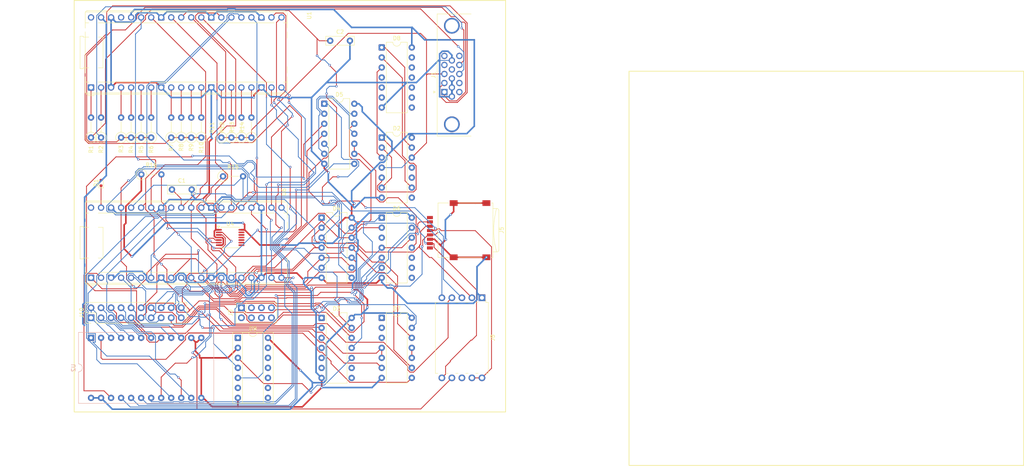
<source format=kicad_pcb>
(kicad_pcb (version 20241229) (generator "pcbnew") (generator_version "9.0")
  (layers (0 "F.Cu" signal) (2 "B.Cu" signal) (13 "F.Paste" user) (15 "B.Paste" user) (5 "F.SilkS" user "F.Silkscreen") (7 "B.SilkS" user "B.Silkscreen") (1 "F.Mask" user) (3 "B.Mask" user) (25 "Edge.Cuts" user))
  (net 0 "")
  (net 1 "/R")
  (net 2 "/G")
  (net 3 "Net-(D1-K)")
  (net 4 "B")
  (net 6 "GND")
  (net 8 "/VSYNC")
  (net 12 "/HSYNC")
  (net 14 "/A1")
  (net 15 "/D4")
  (net 17 "/D5")
  (net 18 "/~{RD}")
  (net 19 "/D3")
  (net 21 "/D0")
  (net 22 "/~{CS1}")
  (net 23 "/~{CS0}")
  (net 24 "/~{WR}")
  (net 25 "/D1")
  (net 26 "/RESET")
  (net 27 "/D2")
  (net 28 "/INT")
  (net 29 "+5V")
  (net 30 "/D7")
  (net 31 "/A0")
  (net 32 "/D6")
  (net 33 "Net-(U1-GP0)")
  (net 34 "Net-(U1-GP1)")
  (net 35 "Net-(U1-GP2)")
  (net 36 "Net-(U1-GP3)")
  (net 37 "Net-(U1-GP4)")
  (net 38 "Net-(U1-GP5)")
  (net 39 "Net-(U1-GP6)")
  (net 40 "Net-(U1-GP7)")
  (net 41 "Net-(U1-GP8)")
  (net 42 "Net-(U1-GP9)")
  (net 43 "Net-(U1-GP10)")
  (net 44 "Net-(U1-GP11)")
  (net 45 "Net-(U1-GP12)")
  (net 46 "Net-(U1-GP13)")
  (net 47 "/~{CSR}")
  (net 48 "/CD1")
  (net 50 "/~{INT}")
  (net 51 "/CD3")
  (net 53 "/CD2")
  (net 54 "/CD7")
  (net 55 "/CD6")
  (net 56 "/CD0")
  (net 57 "/~{RES}")
  (net 58 "+3V3")
  (net 59 "/CD4")
  (net 60 "/CD5")
  (net 61 "/A1_33")
  (net 62 "/~{CSW}")
  (net 63 "/~{CSR2}")
  (net 64 "/~{CSW2}")
  (net 66 "Net-(D6.1-A)")
  (net 72 "Net-(D5.1-B)")
  (net 73 "/~{DACK0}")
  (net 75 "Net-(D3.5-Y)")
  (net 76 "Net-(D2.3-B)")
  (net 77 "A")
  (net 78 "Net-(D5.1-Y)")
  (net 79 "Net-(D2.1-B)")
  (net 80 "Y1")
  (net 81 "C")
  (net 82 "Net-(D2.2-B)")
  (net 84 "/~{I{slash}OWR}")
  (net 86 "Net-(D2.1-Y)")
  (net 88 "/~{I{slash}ORD}")
  (net 94 "Net-(D7.3-B)")
  (net 95 "/DIR")
  (net 97 "Net-(D7.4-B)")
  (net 98 "/DRQ0")
  (net 99 "/MODE (A0)")
  (net 100 "Net-(D5.3-A)")
  (net 101 "/MISO1")
  (net 102 "/RST1")
  (net 103 "/~{DACK0_33}")
  (net 104 "Net-(D5.2-Y)")
  (net 105 "/MOSI1")
  (net 106 "/INT1")
  (net 107 "/~{CS01}")
  (net 108 "Net-(J5-nCS)")
  (net 109 "/SCK1")
  (net 110 "Net-(J5-VDD)")
  (net 111 "/~{C100}")
  (net 112 "/~{I{slash}OWR2}")
  (net 113 "RDYIN")
  (net 114 "/~{I{slash}ORD2}")
  (net 116 "Y0")
  (footprint "Resistor_THT:R_Axial_DIN0207_L6.3mm_D2.5mm_P5.08mm_Vertical" (layer "F.Cu") (at 50.8 66.04 90)
    (property "Reference" "R9" (at -2.54 0 90) (layer "F.SilkS"))
    (property "Value" "1K")
    (pad "1" thru_hole circle (at 0 0 90) (size 1.6 1.6) (drill 0.8) (layers "*.Cu" "*.Mask") (net 2 "/G"))
    (pad "2" thru_hole oval (at 5.08 0 90) (size 1.6 1.6) (drill 0.8) (layers "*.Cu" "*.Mask") (net 41 "Net-(U1-GP8)"))
  )
  (footprint "Resistor_THT:R_Axial_DIN0207_L6.3mm_D2.5mm_P5.08mm_Vertical" (layer "F.Cu") (at 38.1472 75.3872)
    (property "Reference" "R16" (at 2.54 -2.37 0) (layer "F.SilkS"))
    (property "Value" "3.9K")
    (pad "1" thru_hole circle (at 0 0) (size 1.6 1.6) (drill 0.8) (layers "*.Cu" "*.Mask") (net 58 "+3V3"))
    (pad "2" thru_hole circle (at 5.08 0) (size 1.6 1.6) (drill 0.8) (layers "*.Cu" "*.Mask") (net 97 "Net-(D7.4-B)"))
  )
  (footprint "Resistor_THT:R_Axial_DIN0207_L6.3mm_D2.5mm_P5.08mm_Vertical" (layer "F.Cu") (at 58.42 66.04 90)
    (property "Reference" "R11" (at 2.54 -2.37 90) (layer "F.SilkS"))
    (property "Value" "4K")
    (pad "1" thru_hole circle (at 0 0 90) (size 1.6 1.6) (drill 0.8) (layers "*.Cu" "*.Mask") (net 4 "B"))
    (pad "2" thru_hole oval (at 5.08 0 90) (size 1.6 1.6) (drill 0.8) (layers "*.Cu" "*.Mask") (net 43 "Net-(U1-GP10)"))
  )
  (footprint "Resistor_THT:R_Axial_DIN0207_L6.3mm_D2.5mm_P5.08mm_Vertical" (layer "F.Cu") (at 53.34 66.04 90)
    (property "Reference" "R10" (at -2.54 0 90) (layer "F.SilkS"))
    (property "Value" "510")
    (pad "1" thru_hole circle (at 0 0 90) (size 1.6 1.6) (drill 0.8) (layers "*.Cu" "*.Mask") (net 2 "/G"))
    (pad "2" thru_hole oval (at 5.08 0 90) (size 1.6 1.6) (drill 0.8) (layers "*.Cu" "*.Mask") (net 42 "Net-(U1-GP9)"))
  )
  (footprint "Package_DIP:DIP-14_W7.62mm" (layer "F.Cu") (at 99.06 111.76)
    (property "Reference" "D7" (at 3.81 -2.33 0) (layer "F.SilkS"))
    (property "Value" "133LI1")
    (pad "1" thru_hole roundrect (at 0 0) (size 1.6 1.6) (drill 0.8) (layers "*.Cu" "*.Mask") (roundrect_rratio 0.15625))
    (pad "2" thru_hole circle (at 0 2.54) (size 1.6 1.6) (drill 0.8) (layers "*.Cu" "*.Mask"))
    (pad "3" thru_hole circle (at 0 5.08) (size 1.6 1.6) (drill 0.8) (layers "*.Cu" "*.Mask"))
    (pad "4" thru_hole circle (at 0 7.62) (size 1.6 1.6) (drill 0.8) (layers "*.Cu" "*.Mask") (net 14 "/A1"))
    (pad "5" thru_hole circle (at 0 10.16) (size 1.6 1.6) (drill 0.8) (layers "*.Cu" "*.Mask") (net 14 "/A1"))
    (pad "6" thru_hole circle (at 0 12.7) (size 1.6 1.6) (drill 0.8) (layers "*.Cu" "*.Mask") (net 61 "/A1_33"))
    (pad "7" thru_hole circle (at 0 15.24) (size 1.6 1.6) (drill 0.8) (layers "*.Cu" "*.Mask") (net 6 "GND"))
    (pad "8" thru_hole circle (at 7.62 15.24) (size 1.6 1.6) (drill 0.8) (layers "*.Cu" "*.Mask") (net 95 "/DIR"))
    (pad "9" thru_hole circle (at 7.62 12.7) (size 1.6 1.6) (drill 0.8) (layers "*.Cu" "*.Mask") (net 63 "/~{CSR2}"))
    (pad "10" thru_hole circle (at 7.62 10.16) (size 1.6 1.6) (drill 0.8) (layers "*.Cu" "*.Mask") (net 94 "Net-(D7.3-B)"))
    (pad "11" thru_hole circle (at 7.62 7.62) (size 1.6 1.6) (drill 0.8) (layers "*.Cu" "*.Mask") (net 94 "Net-(D7.3-B)"))
    (pad "12" thru_hole circle (at 7.62 5.08) (size 1.6 1.6) (drill 0.8) (layers "*.Cu" "*.Mask") (net 47 "/~{CSR}"))
    (pad "13" thru_hole circle (at 7.62 2.54) (size 1.6 1.6) (drill 0.8) (layers "*.Cu" "*.Mask") (net 97 "Net-(D7.4-B)"))
    (pad "14" thru_hole circle (at 7.62 0) (size 1.6 1.6) (drill 0.8) (layers "*.Cu" "*.Mask") (net 58 "+3V3"))
  )
  (footprint "Package_DIP:DIP-14_W7.62mm" (layer "F.Cu") (at 99.06 66.04)
    (property "Reference" "D2" (at 3.81 -2.33 0) (layer "F.SilkS"))
    (property "Value" "133LA3")
    (pad "1" thru_hole roundrect (at 0 0) (size 1.6 1.6) (drill 0.8) (layers "*.Cu" "*.Mask") (roundrect_rratio 0.15625) (net 77 "A"))
    (pad "2" thru_hole circle (at 0 2.54) (size 1.6 1.6) (drill 0.8) (layers "*.Cu" "*.Mask") (net 79 "Net-(D2.1-B)"))
    (pad "3" thru_hole circle (at 0 5.08) (size 1.6 1.6) (drill 0.8) (layers "*.Cu" "*.Mask") (net 86 "Net-(D2.1-Y)"))
    (pad "4" thru_hole circle (at 0 7.62) (size 1.6 1.6) (drill 0.8) (layers "*.Cu" "*.Mask") (net 4 "B"))
    (pad "5" thru_hole circle (at 0 10.16) (size 1.6 1.6) (drill 0.8) (layers "*.Cu" "*.Mask") (net 82 "Net-(D2.2-B)"))
    (pad "6" thru_hole circle (at 0 12.7) (size 1.6 1.6) (drill 0.8) (layers "*.Cu" "*.Mask") (net 79 "Net-(D2.1-B)"))
    (pad "7" thru_hole circle (at 0 15.24) (size 1.6 1.6) (drill 0.8) (layers "*.Cu" "*.Mask") (net 6 "GND"))
    (pad "8" thru_hole circle (at 7.62 15.24) (size 1.6 1.6) (drill 0.8) (layers "*.Cu" "*.Mask") (net 80 "Y1"))
    (pad "9" thru_hole circle (at 7.62 12.7) (size 1.6 1.6) (drill 0.8) (layers "*.Cu" "*.Mask") (net 77 "A"))
    (pad "10" thru_hole circle (at 7.62 10.16) (size 1.6 1.6) (drill 0.8) (layers "*.Cu" "*.Mask") (net 76 "Net-(D2.3-B)"))
    (pad "11" thru_hole circle (at 7.62 7.62) (size 1.6 1.6) (drill 0.8) (layers "*.Cu" "*.Mask") (net 76 "Net-(D2.3-B)"))
    (pad "12" thru_hole circle (at 7.62 5.08) (size 1.6 1.6) (drill 0.8) (layers "*.Cu" "*.Mask") (net 4 "B"))
    (pad "13" thru_hole circle (at 7.62 2.54) (size 1.6 1.6) (drill 0.8) (layers "*.Cu" "*.Mask") (net 81 "C"))
    (pad "14" thru_hole circle (at 7.62 0) (size 1.6 1.6) (drill 0.8) (layers "*.Cu" "*.Mask") (net 58 "+3V3"))
  )
  (footprint "Connector_Dsub:DSUB-15-HD_Pins_Horizontal_P2.29x1.90mm_EdgePinOffset3.03mm_Housed_MountingHolesOffset4.94mm" (layer "F.Cu") (at 114.94 54.485 90)
    (property "Reference" "J1" (at 4.315 -2.77 90) (layer "F.SilkS"))
    (property "Value" "DE15_Pins_HighDensity")
    (pad "0" thru_hole circle (at -8.185 1.89 90) (size 4 4) (drill 3.2) (layers "*.Cu" "*.Mask"))
    (pad "0" thru_hole circle (at 16.815 1.89 90) (size 4 4) (drill 3.2) (layers "*.Cu" "*.Mask"))
    (pad "1" thru_hole rect (at 0 0 90) (size 1.6 1.6) (drill 1) (layers "*.Cu" "*.Mask") (net 1 "/R"))
    (pad "2" thru_hole circle (at 2.29 0 90) (size 1.6 1.6) (drill 1) (layers "*.Cu" "*.Mask") (net 2 "/G"))
    (pad "3" thru_hole circle (at 4.58 0 90) (size 1.6 1.6) (drill 1) (layers "*.Cu" "*.Mask") (net 4 "B"))
    (pad "4" thru_hole circle (at 6.87 0 90) (size 1.6 1.6) (drill 1) (layers "*.Cu" "*.Mask"))
    (pad "5" thru_hole circle (at 9.16 0 90) (size 1.6 1.6) (drill 1) (layers "*.Cu" "*.Mask"))
    (pad "6" thru_hole circle (at -1.145 1.9 90) (size 1.6 1.6) (drill 1) (layers "*.Cu" "*.Mask") (net 6 "GND"))
    (pad "7" thru_hole circle (at 1.145 1.9 90) (size 1.6 1.6) (drill 1) (layers "*.Cu" "*.Mask") (net 6 "GND"))
    (pad "8" thru_hole circle (at 3.435 1.9 90) (size 1.6 1.6) (drill 1) (layers "*.Cu" "*.Mask") (net 6 "GND"))
    (pad "9" thru_hole circle (at 5.725 1.9 90) (size 1.6 1.6) (drill 1) (layers "*.Cu" "*.Mask"))
    (pad "10" thru_hole circle (at 8.015 1.9 90) (size 1.6 1.6) (drill 1) (layers "*.Cu" "*.Mask") (net 6 "GND"))
    (pad "11" thru_hole circle (at 0 3.8 90) (size 1.6 1.6) (drill 1) (layers "*.Cu" "*.Mask"))
    (pad "12" thru_hole circle (at 2.29 3.8 90) (size 1.6 1.6) (drill 1) (layers "*.Cu" "*.Mask"))
    (pad "13" thru_hole circle (at 4.58 3.8 90) (size 1.6 1.6) (drill 1) (layers "*.Cu" "*.Mask") (net 12 "/HSYNC"))
    (pad "14" thru_hole circle (at 6.87 3.8 90) (size 1.6 1.6) (drill 1) (layers "*.Cu" "*.Mask") (net 8 "/VSYNC"))
    (pad "15" thru_hole circle (at 9.16 3.8 90) (size 1.6 1.6) (drill 1) (layers "*.Cu" "*.Mask"))
  )
  (footprint "Resistor_THT:R_Axial_DIN0207_L6.3mm_D2.5mm_P5.08mm_Vertical" (layer "F.Cu") (at 63.5 66.04 90)
    (property "Reference" "R13" (at 2.54 -2.37 90) (layer "F.SilkS"))
    (property "Value" "1K")
    (pad "1" thru_hole circle (at 0 0 90) (size 1.6 1.6) (drill 0.8) (layers "*.Cu" "*.Mask") (net 4 "B"))
    (pad "2" thru_hole oval (at 5.08 0 90) (size 1.6 1.6) (drill 0.8) (layers "*.Cu" "*.Mask") (net 45 "Net-(U1-GP12)"))
  )
  (footprint "Diode_SMD:D_SOD-523" (layer "F.Cu") (at 27.94 77.535 90)
    (property "Reference" "D1" (at 0 -1.3 90) (layer "F.SilkS"))
    (property "Value" "1N4148WT")
    (pad "1" smd roundrect (at -0.7 0 270) (size 0.6 0.7) (layers "F.Cu" "F.Mask" "F.Paste") (net 3 "Net-(D1-K)"))
    (pad "2" smd roundrect (at 0.7 0 270) (size 0.6 0.7) (layers "F.Cu" "F.Mask" "F.Paste") (net 29 "+5V"))
  )
  (footprint "Package_DIP:DIP-14_W7.62mm" (layer "F.Cu") (at 84.5058 57.4548)
    (property "Reference" "D5" (at 3.81 -2.33 0) (layer "F.SilkS"))
    (property "Value" "133LI1")
    (pad "1" thru_hole roundrect (at 0 0) (size 1.6 1.6) (drill 0.8) (layers "*.Cu" "*.Mask") (roundrect_rratio 0.15625) (net 23 "/~{CS0}"))
    (pad "2" thru_hole circle (at 0 2.54) (size 1.6 1.6) (drill 0.8) (layers "*.Cu" "*.Mask") (net 72 "Net-(D5.1-B)"))
    (pad "3" thru_hole circle (at 0 5.08) (size 1.6 1.6) (drill 0.8) (layers "*.Cu" "*.Mask") (net 78 "Net-(D5.1-Y)"))
    (pad "4" thru_hole circle (at 0 7.62) (size 1.6 1.6) (drill 0.8) (layers "*.Cu" "*.Mask") (net 103 "/~{DACK0_33}"))
    (pad "5" thru_hole circle (at 0 10.16) (size 1.6 1.6) (drill 0.8) (layers "*.Cu" "*.Mask") (net 111 "/~{C100}"))
    (pad "6" thru_hole circle (at 0 12.7) (size 1.6 1.6) (drill 0.8) (layers "*.Cu" "*.Mask") (net 104 "Net-(D5.2-Y)"))
    (pad "7" thru_hole circle (at 0 15.24) (size 1.6 1.6) (drill 0.8) (layers "*.Cu" "*.Mask") (net 6 "GND"))
    (pad "8" thru_hole circle (at 7.62 15.24) (size 1.6 1.6) (drill 0.8) (layers "*.Cu" "*.Mask") (net 112 "/~{I{slash}OWR2}"))
    (pad "9" thru_hole circle (at 7.62 12.7) (size 1.6 1.6) (drill 0.8) (layers "*.Cu" "*.Mask") (net 100 "Net-(D5.3-A)"))
    (pad "10" thru_hole circle (at 7.62 10.16) (size 1.6 1.6) (drill 0.8) (layers "*.Cu" "*.Mask") (net 100 "Net-(D5.3-A)"))
    (pad "11" thru_hole circle (at 7.62 7.62) (size 1.6 1.6) (drill 0.8) (layers "*.Cu" "*.Mask") (net 72 "Net-(D5.1-B)"))
    (pad "12" thru_hole circle (at 7.62 5.08) (size 1.6 1.6) (drill 0.8) (layers "*.Cu" "*.Mask") (net 22 "/~{CS1}"))
    (pad "13" thru_hole circle (at 7.62 2.54) (size 1.6 1.6) (drill 0.8) (layers "*.Cu" "*.Mask") (net 104 "Net-(D5.2-Y)"))
    (pad "14" thru_hole circle (at 7.62 0) (size 1.6 1.6) (drill 0.8) (layers "*.Cu" "*.Mask") (net 58 "+3V3"))
  )
  (footprint "Module:RaspberryPi_Pico_Common_THT" (layer "F.Cu") (at 25.4 101.6 90)
    (property "Reference" "U6" (at 20.6375 48.895 90) (layer "F.SilkS") (effects (justify left)))
    (property "Value" "RASPBERRY_PI_PICO")
    (pad "1" thru_hole roundrect (at 0 0 90) (size 1.6 1.6) (drill 1) (layers "*.Cu" "*.Mask") (roundrect_rratio 0.125) (net 112 "/~{I{slash}OWR2}"))
    (pad "2" thru_hole circle (at 0 2.54 90) (size 1.6 1.6) (drill 1) (layers "*.Cu" "*.Mask") (net 107 "/~{CS01}"))
    (pad "3" thru_hole custom (at 0 5.08 90) (size 1.6 1.6) (drill 1) (layers "*.Cu" "*.Mask") (net 6 "GND") (options (clearance outline) (anchor circle)) (primitives (gr_poly (pts (xy 0.8 0.6) (xy 0.8 -0.6) (xy 0.6 -0.8) (xy 0 -0.8) (xy 0 0.8) (xy 0.6 0.8)) (width 0) (fill yes)) (gr_circle (center 0.6 0.6) (end 0.8 0.6) (width 0) (fill yes)) (gr_circle (center 0.6 -0.6) (end 0.8 -0.6) (width 0) (fill yes))))
    (pad "4" thru_hole circle (at 0 7.62 90) (size 1.6 1.6) (drill 1) (layers "*.Cu" "*.Mask") (net 98 "/DRQ0"))
    (pad "5" thru_hole circle (at 0 10.16 90) (size 1.6 1.6) (drill 1) (layers "*.Cu" "*.Mask") (net 114 "/~{I{slash}ORD2}"))
    (pad "6" thru_hole circle (at 0 12.7 90) (size 1.6 1.6) (drill 1) (layers "*.Cu" "*.Mask") (net 98 "/DRQ0"))
    (pad "7" thru_hole circle (at 0 15.24 90) (size 1.6 1.6) (drill 1) (layers "*.Cu" "*.Mask") (net 103 "/~{DACK0_33}"))
    (pad "8" thru_hole custom (at 0 17.78 90) (size 1.6 1.6) (drill 1) (layers "*.Cu" "*.Mask") (net 6 "GND") (options (clearance outline) (anchor circle)) (primitives (gr_poly (pts (xy 0.8 0.6) (xy 0.8 -0.6) (xy 0.6 -0.8) (xy 0 -0.8) (xy 0 0.8) (xy 0.6 0.8)) (width 0) (fill yes)) (gr_circle (center 0.6 0.6) (end 0.8 0.6) (width 0) (fill yes)) (gr_circle (center 0.6 -0.6) (end 0.8 -0.6) (width 0) (fill yes))))
    (pad "9" thru_hole circle (at 0 20.32 90) (size 1.6 1.6) (drill 1) (layers "*.Cu" "*.Mask") (net 24 "/~{WR}"))
    (pad "10" thru_hole circle (at 0 22.86 90) (size 1.6 1.6) (drill 1) (layers "*.Cu" "*.Mask") (net 18 "/~{RD}"))
    (pad "11" thru_hole circle (at 0 25.4 90) (size 1.6 1.6) (drill 1) (layers "*.Cu" "*.Mask") (net 97 "Net-(D7.4-B)"))
    (pad "12" thru_hole circle (at 0 27.94 90) (size 1.6 1.6) (drill 1) (layers "*.Cu" "*.Mask") (net 102 "/RST1"))
    (pad "13" thru_hole custom (at 0 30.48 90) (size 1.6 1.6) (drill 1) (layers "*.Cu" "*.Mask") (net 6 "GND") (options (clearance outline) (anchor circle)) (primitives (gr_poly (pts (xy 0.8 0.6) (xy 0.8 -0.6) (xy 0.6 -0.8) (xy 0 -0.8) (xy 0 0.8) (xy 0.6 0.8)) (width 0) (fill yes)) (gr_circle (center 0.6 0.6) (end 0.8 0.6) (width 0) (fill yes)) (gr_circle (center 0.6 -0.6) (end 0.8 -0.6) (width 0) (fill yes))))
    (pad "14" thru_hole circle (at 0 33.02 90) (size 1.6 1.6) (drill 1) (layers "*.Cu" "*.Mask") (net 109 "/SCK1"))
    (pad "15" thru_hole circle (at 0 35.56 90) (size 1.6 1.6) (drill 1) (layers "*.Cu" "*.Mask") (net 105 "/MOSI1"))
    (pad "16" thru_hole circle (at 0 38.1 90) (size 1.6 1.6) (drill 1) (layers "*.Cu" "*.Mask") (net 101 "/MISO1"))
    (pad "17" thru_hole circle (at 0 40.64 90) (size 1.6 1.6) (drill 1) (layers "*.Cu" "*.Mask") (net 108 "Net-(J5-nCS)"))
    (pad "18" thru_hole custom (at 0 43.18 90) (size 1.6 1.6) (drill 1) (layers "*.Cu" "*.Mask") (net 6 "GND") (options (clearance outline) (anchor circle)) (primitives (gr_poly (pts (xy 0.8 0.6) (xy 0.8 -0.6) (xy 0.6 -0.8) (xy 0 -0.8) (xy 0 0.8) (xy 0.6 0.8)) (width 0) (fill yes)) (gr_circle (center 0.6 0.6) (end 0.8 0.6) (width 0) (fill yes)) (gr_circle (center 0.6 -0.6) (end 0.8 -0.6) (width 0) (fill yes))))
    (pad "19" thru_hole circle (at 0 45.72 90) (size 1.6 1.6) (drill 1) (layers "*.Cu" "*.Mask") (net 56 "/CD0"))
    (pad "20" thru_hole circle (at 0 48.26 90) (size 1.6 1.6) (drill 1) (layers "*.Cu" "*.Mask") (net 48 "/CD1"))
    (pad "21" thru_hole circle (at 17.78 48.26 90) (size 1.6 1.6) (drill 1) (layers "*.Cu" "*.Mask") (net 53 "/CD2"))
    (pad "22" thru_hole circle (at 17.78 45.72 90) (size 1.6 1.6) (drill 1) (layers "*.Cu" "*.Mask") (net 51 "/CD3"))
    (pad "23" thru_hole custom (at 17.78 43.18 90) (size 1.6 1.6) (drill 1) (layers "*.Cu" "*.Mask") (net 6 "GND") (options (clearance outline) (anchor circle)) (primitives (gr_poly (pts (xy -0.8 0.6) (xy -0.8 -0.6) (xy -0.6 -0.8) (xy 0 -0.8) (xy 0 0.8) (xy -0.6 0.8)) (width 0) (fill yes)) (gr_circle (center -0.6 0.6) (end -0.4 0.6) (width 0) (fill yes)) (gr_circle (center -0.6 -0.6) (end -0.4 -0.6) (width 0) (fill yes))))
    (pad "24" thru_hole circle (at 17.78 40.64 90) (size 1.6 1.6) (drill 1) (layers "*.Cu" "*.Mask") (net 59 "/CD4"))
    (pad "25" thru_hole circle (at 17.78 38.1 90) (size 1.6 1.6) (drill 1) (layers "*.Cu" "*.Mask") (net 60 "/CD5"))
    (pad "26" thru_hole circle (at 17.78 35.56 90) (size 1.6 1.6) (drill 1) (layers "*.Cu" "*.Mask") (net 55 "/CD6"))
    (pad "27" thru_hole circle (at 17.78 33.02 90) (size 1.6 1.6) (drill 1) (layers "*.Cu" "*.Mask") (net 54 "/CD7"))
    (pad "28" thru_hole custom (at 17.78 30.48 90) (size 1.6 1.6) (drill 1) (layers "*.Cu" "*.Mask") (net 6 "GND") (options (clearance outline) (anchor circle)) (primitives (gr_poly (pts (xy -0.8 0.6) (xy -0.8 -0.6) (xy -0.6 -0.8) (xy 0 -0.8) (xy 0 0.8) (xy -0.6 0.8)) (width 0) (fill yes)) (gr_circle (center -0.6 0.6) (end -0.4 0.6) (width 0) (fill yes)) (gr_circle (center -0.6 -0.6) (end -0.4 -0.6) (width 0) (fill yes))))
    (pad "29" thru_hole circle (at 17.78 27.94 90) (size 1.6 1.6) (drill 1) (layers "*.Cu" "*.Mask") (net 106 "/INT1"))
    (pad "30" thru_hole circle (at 17.78 25.4 90) (size 1.6 1.6) (drill 1) (layers "*.Cu" "*.Mask") (net 57 "/~{RES}"))
    (pad "31" thru_hole circle (at 17.78 22.86 90) (size 1.6 1.6) (drill 1) (layers "*.Cu" "*.Mask") (net 63 "/~{CSR2}"))
    (pad "32" thru_hole circle (at 17.78 20.32 90) (size 1.6 1.6) (drill 1) (layers "*.Cu" "*.Mask") (net 64 "/~{CSW2}"))
    (pad "33" thru_hole custom (at 17.78 17.78 90) (size 1.6 1.6) (drill 1) (layers "*.Cu" "*.Mask") (net 6 "GND") (options (clearance outline) (anchor circle)) (primitives (gr_poly (pts (xy -0.8 0.6) (xy -0.8 -0.6) (xy -0.6 -0.8) (xy 0 -0.8) (xy 0 0.8) (xy -0.6 0.8)) (width 0) (fill yes)) (gr_circle (center -0.6 0.6) (end -0.4 0.6) (width 0) (fill yes)) (gr_circle (center -0.6 -0.6) (end -0.4 -0.6) (width 0) (fill yes))))
    (pad "34" thru_hole circle (at 17.78 15.24 90) (size 1.6 1.6) (drill 1) (layers "*.Cu" "*.Mask") (net 99 "/MODE (A0)"))
    (pad "35" thru_hole circle (at 17.78 12.7 90) (size 1.6 1.6) (drill 1) (layers "*.Cu" "*.Mask") (net 61 "/A1_33"))
    (pad "36" thru_hole circle (at 17.78 10.16 90) (size 1.6 1.6) (drill 1) (layers "*.Cu" "*.Mask") (net 110 "Net-(J5-VDD)"))
    (pad "37" thru_hole circle (at 17.78 7.62 90) (size 1.6 1.6) (drill 1) (layers "*.Cu" "*.Mask") (net 111 "/~{C100}"))
    (pad "38" thru_hole custom (at 17.78 5.08 90) (size 1.6 1.6) (drill 1) (layers "*.Cu" "*.Mask") (net 6 "GND") (options (clearance outline) (anchor circle)) (primitives (gr_poly (pts (xy -0.8 0.6) (xy -0.8 -0.6) (xy -0.6 -0.8) (xy 0 -0.8) (xy 0 0.8) (xy -0.6 0.8)) (width 0) (fill yes)) (gr_circle (center -0.6 0.6) (end -0.4 0.6) (width 0) (fill yes)) (gr_circle (center -0.6 -0.6) (end -0.4 -0.6) (width 0) (fill yes))))
    (pad "39" thru_hole circle (at 17.78 2.54 90) (size 1.6 1.6) (drill 1) (layers "*.Cu" "*.Mask") (net 3 "Net-(D1-K)"))
    (pad "40" thru_hole circle (at 17.78 0 90) (size 1.6 1.6) (drill 1) (layers "*.Cu" "*.Mask"))
  )
  (footprint "Resistor_THT:R_Axial_DIN0207_L6.3mm_D2.5mm_P5.08mm_Vertical" (layer "F.Cu") (at 58.8482 75.8698)
    (property "Reference" "R15" (at 2.54 -2.37 0) (layer "F.SilkS"))
    (property "Value" "6.8K")
    (pad "1" thru_hole circle (at 0 0) (size 1.6 1.6) (drill 0.8) (layers "*.Cu" "*.Mask") (net 101 "/MISO1"))
    (pad "2" thru_hole circle (at 5.08 0) (size 1.6 1.6) (drill 0.8) (layers "*.Cu" "*.Mask") (net 110 "Net-(J5-VDD)"))
  )
  (footprint "Package_DIP:DIP-14_W7.62mm" (layer "F.Cu") (at 83.82 86.36)
    (property "Reference" "D4" (at 3.81 -2.33 0) (layer "F.SilkS"))
    (property "Value" "`" (hide yes))
    (pad "1" thru_hole roundrect (at 0 0) (size 1.6 1.6) (drill 0.8) (layers "*.Cu" "*.Mask") (roundrect_rratio 0.15625) (net 18 "/~{RD}"))
    (pad "2" thru_hole circle (at 0 2.54) (size 1.6 1.6) (drill 0.8) (layers "*.Cu" "*.Mask") (net 23 "/~{CS0}"))
    (pad "3" thru_hole circle (at 0 5.08) (size 1.6 1.6) (drill 0.8) (layers "*.Cu" "*.Mask") (net 47 "/~{CSR}"))
    (pad "4" thru_hole circle (at 0 7.62) (size 1.6 1.6) (drill 0.8) (layers "*.Cu" "*.Mask") (net 23 "/~{CS0}"))
    (pad "5" thru_hole circle (at 0 10.16) (size 1.6 1.6) (drill 0.8) (layers "*.Cu" "*.Mask") (net 24 "/~{WR}"))
    (pad "6" thru_hole circle (at 0 12.7) (size 1.6 1.6) (drill 0.8) (layers "*.Cu" "*.Mask") (net 62 "/~{CSW}"))
    (pad "7" thru_hole circle (at 0 15.24) (size 1.6 1.6) (drill 0.8) (layers "*.Cu" "*.Mask") (net 6 "GND"))
    (pad "8" thru_hole circle (at 7.62 15.24) (size 1.6 1.6) (drill 0.8) (layers "*.Cu" "*.Mask") (net 64 "/~{CSW2}"))
    (pad "9" thru_hole circle (at 7.62 12.7) (size 1.6 1.6) (drill 0.8) (layers "*.Cu" "*.Mask") (net 24 "/~{WR}"))
    (pad "10" thru_hole circle (at 7.62 10.16) (size 1.6 1.6) (drill 0.8) (layers "*.Cu" "*.Mask") (net 22 "/~{CS1}"))
    (pad "11" thru_hole circle (at 7.62 7.62) (size 1.6 1.6) (drill 0.8) (layers "*.Cu" "*.Mask") (net 63 "/~{CSR2}"))
    (pad "12" thru_hole circle (at 7.62 5.08) (size 1.6 1.6) (drill 0.8) (layers "*.Cu" "*.Mask") (net 18 "/~{RD}"))
    (pad "13" thru_hole circle (at 7.62 2.54) (size 1.6 1.6) (drill 0.8) (layers "*.Cu" "*.Mask") (net 22 "/~{CS1}"))
    (pad "14" thru_hole circle (at 7.62 0) (size 1.6 1.6) (drill 0.8) (layers "*.Cu" "*.Mask") (net 58 "+3V3"))
  )
  (footprint "Resistor_THT:R_Axial_DIN0207_L6.3mm_D2.5mm_P5.08mm_Vertical" (layer "F.Cu") (at 33.02 66.04 90)
    (property "Reference" "R3" (at -2.92 0 90) (layer "F.SilkS"))
    (property "Value" "4K")
    (pad "1" thru_hole circle (at 0 0 90) (size 1.6 1.6) (drill 0.8) (layers "*.Cu" "*.Mask") (net 1 "/R"))
    (pad "2" thru_hole oval (at 5.08 0 90) (size 1.6 1.6) (drill 0.8) (layers "*.Cu" "*.Mask") (net 35 "Net-(U1-GP2)"))
  )
  (footprint "Connector_Wuerth:Wuerth_WR-PHD_613010216921_Large_2x05_P2.54mm_Vertical" (layer "F.Cu") (at 124.46 106.68 -90)
    (property "Reference" "J8" (at 10.16 -2.72 90) (layer "F.SilkS"))
    (property "Value" "W5500 Lite")
    (pad "" np_thru_hole circle (at 2.54 0 270) (size 1.2 1.2) (drill 1.2) (layers "*.Cu" "*.Mask"))
    (pad "" np_thru_hole circle (at 2.54 2.54 270) (size 1.2 1.2) (drill 1.2) (layers "*.Cu" "*.Mask"))
    (pad "" np_thru_hole circle (at 2.54 5.08 270) (size 1.2 1.2) (drill 1.2) (layers "*.Cu" "*.Mask"))
    (pad "" np_thru_hole circle (at 2.54 7.62 270) (size 1.2 1.2) (drill 1.2) (layers "*.Cu" "*.Mask"))
    (pad "" np_thru_hole circle (at 2.54 10.16 270) (size 1.2 1.2) (drill 1.2) (layers "*.Cu" "*.Mask"))
    (pad "" np_thru_hole circle (at 17.78 0 270) (size 1.2 1.2) (drill 1.2) (layers "*.Cu" "*.Mask"))
    (pad "" np_thru_hole circle (at 17.78 2.54 270) (size 1.2 1.2) (drill 1.2) (layers "*.Cu" "*.Mask"))
    (pad "" np_thru_hole circle (at 17.78 5.08 270) (size 1.2 1.2) (drill 1.2) (layers "*.Cu" "*.Mask"))
    (pad "" np_thru_hole circle (at 17.78 7.62 270) (size 1.2 1.2) (drill 1.2) (layers "*.Cu" "*.Mask"))
    (pad "" np_thru_hole circle (at 17.78 10.16 270) (size 1.2 1.2) (drill 1.2) (layers "*.Cu" "*.Mask"))
    (pad "1" thru_hole rect (at 0 0 270) (size 1.7 1.7) (drill 1) (layers "*.Cu" "*.Mask") (net 6 "GND"))
    (pad "2" thru_hole circle (at 0 2.54 270) (size 1.7 1.7) (drill 1) (layers "*.Cu" "*.Mask") (net 105 "/MOSI1"))
    (pad "3" thru_hole circle (at 0 5.08 270) (size 1.7 1.7) (drill 1) (layers "*.Cu" "*.Mask") (net 109 "/SCK1"))
    (pad "4" thru_hole circle (at 0 7.62 270) (size 1.7 1.7) (drill 1) (layers "*.Cu" "*.Mask") (net 107 "/~{CS01}"))
    (pad "5" thru_hole circle (at 0 10.16 270) (size 1.7 1.7) (drill 1) (layers "*.Cu" "*.Mask") (net 106 "/INT1"))
    (pad "6" thru_hole circle (at 20.32 10.16 270) (size 1.7 1.7) (drill 1) (layers "*.Cu" "*.Mask") (net 101 "/MISO1"))
    (pad "7" thru_hole circle (at 20.32 7.62 270) (size 1.7 1.7) (drill 1) (layers "*.Cu" "*.Mask") (net 102 "/RST1"))
    (pad "8" thru_hole circle (at 20.32 5.08 270) (size 1.7 1.7) (drill 1) (layers "*.Cu" "*.Mask"))
    (pad "9" thru_hole circle (at 20.32 2.54 270) (size 1.7 1.7) (drill 1) (layers "*.Cu" "*.Mask") (net 110 "Net-(J5-VDD)"))
    (pad "10" thru_hole circle (at 20.32 0 270) (size 1.7 1.7) (drill 1) (layers "*.Cu" "*.Mask") (net 110 "Net-(J5-VDD)"))
  )
  (footprint "Package_DIP:DIP-14_W7.62mm" (layer "F.Cu") (at 83.82 111.7854)
    (property "Reference" "D3" (at 3.81 -2.33 0) (layer "F.SilkS"))
    (property "Value" "133LN1")
    (pad "1" thru_hole roundrect (at 0 0) (size 1.6 1.6) (drill 0.8) (layers "*.Cu" "*.Mask") (roundrect_rratio 0.15625) (net 26 "/RESET"))
    (pad "2" thru_hole circle (at 0 2.54) (size 1.6 1.6) (drill 0.8) (layers "*.Cu" "*.Mask") (net 57 "/~{RES}"))
    (pad "3" thru_hole circle (at 0 5.08) (size 1.6 1.6) (drill 0.8) (layers "*.Cu" "*.Mask"))
    (pad "4" thru_hole circle (at 0 7.62) (size 1.6 1.6) (drill 0.8) (layers "*.Cu" "*.Mask"))
    (pad "5" thru_hole circle (at 0 10.16) (size 1.6 1.6) (drill 0.8) (layers "*.Cu" "*.Mask"))
    (pad "6" thru_hole circle (at 0 12.7) (size 1.6 1.6) (drill 0.8) (layers "*.Cu" "*.Mask"))
    (pad "7" thru_hole circle (at 0 15.24) (size 1.6 1.6) (drill 0.8) (layers "*.Cu" "*.Mask") (net 6 "GND"))
    (pad "8" thru_hole circle (at 7.62 15.24) (size 1.6 1.6) (drill 0.8) (layers "*.Cu" "*.Mask"))
    (pad "9" thru_hole circle (at 7.62 12.7) (size 1.6 1.6) (drill 0.8) (layers "*.Cu" "*.Mask"))
    (pad "10" thru_hole circle (at 7.62 10.16) (size 1.6 1.6) (drill 0.8) (layers "*.Cu" "*.Mask") (net 75 "Net-(D3.5-Y)"))
    (pad "11" thru_hole circle (at 7.62 7.62) (size 1.6 1.6) (drill 0.8) (layers "*.Cu" "*.Mask") (net 88 "/~{I{slash}ORD}"))
    (pad "12" thru_hole circle (at 7.62 5.08) (size 1.6 1.6) (drill 0.8) (layers "*.Cu" "*.Mask") (net 28 "/INT"))
    (pad "13" thru_hole circle (at 7.62 2.54) (size 1.6 1.6) (drill 0.8) (layers "*.Cu" "*.Mask") (net 50 "/~{INT}"))
    (pad "14" thru_hole circle (at 7.62 0) (size 1.6 1.6) (drill 0.8) (layers "*.Cu" "*.Mask") (net 58 "+3V3"))
  )
  (footprint "Package_DIP:DIP-14_W7.62mm_Socket" (layer "F.Cu") (at 62.611 116.84)
    (property "Reference" "D9" (at 3.81 -2.33 0) (layer "F.SilkS"))
    (property "Value" "74HC74N")
    (pad "1" thru_hole roundrect (at 0 0) (size 1.6 1.6) (drill 0.8) (layers "*.Cu" "*.Mask") (roundrect_rratio 0.15625))
    (pad "2" thru_hole circle (at 0 2.54) (size 1.6 1.6) (drill 0.8) (layers "*.Cu" "*.Mask") (net 6 "GND"))
    (pad "3" thru_hole circle (at 0 5.08) (size 1.6 1.6) (drill 0.8) (layers "*.Cu" "*.Mask") (net 75 "Net-(D3.5-Y)"))
    (pad "4" thru_hole circle (at 0 7.62) (size 1.6 1.6) (drill 0.8) (layers "*.Cu" "*.Mask") (net 98 "/DRQ0"))
    (pad "5" thru_hole circle (at 0 10.16) (size 1.6 1.6) (drill 0.8) (layers "*.Cu" "*.Mask") (net 66 "Net-(D6.1-A)"))
    (pad "6" thru_hole circle (at 0 12.7) (size 1.6 1.6) (drill 0.8) (layers "*.Cu" "*.Mask"))
    (pad "7" thru_hole circle (at 0 15.24) (size 1.6 1.6) (drill 0.8) (layers "*.Cu" "*.Mask") (net 6 "GND"))
    (pad "8" thru_hole circle (at 7.62 15.24) (size 1.6 1.6) (drill 0.8) (layers "*.Cu" "*.Mask"))
    (pad "9" thru_hole circle (at 7.62 12.7) (size 1.6 1.6) (drill 0.8) (layers "*.Cu" "*.Mask"))
    (pad "10" thru_hole circle (at 7.62 10.16) (size 1.6 1.6) (drill 0.8) (layers "*.Cu" "*.Mask"))
    (pad "11" thru_hole circle (at 7.62 7.62) (size 1.6 1.6) (drill 0.8) (layers "*.Cu" "*.Mask"))
    (pad "12" thru_hole circle (at 7.62 5.08) (size 1.6 1.6) (drill 0.8) (layers "*.Cu" "*.Mask"))
    (pad "13" thru_hole circle (at 7.62 2.54) (size 1.6 1.6) (drill 0.8) (layers "*.Cu" "*.Mask"))
    (pad "14" thru_hole circle (at 7.62 0) (size 1.6 1.6) (drill 0.8) (layers "*.Cu" "*.Mask") (net 58 "+3V3"))
  )
  (footprint "Resistor_THT:R_Axial_DIN0207_L6.3mm_D2.5mm_P5.08mm_Vertical" (layer "F.Cu") (at 60.96 66.04 90)
    (property "Reference" "R12" (at 2.54 -2.37 90) (layer "F.SilkS"))
    (property "Value" "2K")
    (pad "1" thru_hole circle (at 0 0 90) (size 1.6 1.6) (drill 0.8) (layers "*.Cu" "*.Mask") (net 4 "B"))
    (pad "2" thru_hole oval (at 5.08 0 90) (size 1.6 1.6) (drill 0.8) (layers "*.Cu" "*.Mask") (net 44 "Net-(U1-GP11)"))
  )
  (footprint "Resistor_THT:R_Axial_DIN0207_L6.3mm_D2.5mm_P5.08mm_Vertical" (layer "F.Cu") (at 27.94 66.04 90)
    (property "Reference" "R2" (at -3 0 90) (layer "F.SilkS"))
    (property "Value" "47")
    (pad "1" thru_hole circle (at 0 0 90) (size 1.6 1.6) (drill 0.8) (layers "*.Cu" "*.Mask") (net 8 "/VSYNC"))
    (pad "2" thru_hole oval (at 5.08 0 90) (size 1.6 1.6) (drill 0.8) (layers "*.Cu" "*.Mask") (net 34 "Net-(U1-GP1)"))
  )
  (footprint "Package_SO:TSSOP-14_4.4x5mm_P0.65mm" (layer "F.Cu") (at 60.6552 91.3892)
    (property "Reference" "U4" (at 0 -3.45 0) (layer "F.SilkS"))
    (property "Value" "74AHCT125")
    (pad "1" smd roundrect (at -2.8625 -1.95) (size 1.475 0.4) (layers "F.Cu" "F.Mask" "F.Paste") (net 6 "GND"))
    (pad "2" smd roundrect (at -2.8625 -1.3) (size 1.475 0.4) (layers "F.Cu" "F.Mask" "F.Paste") (net 73 "/~{DACK0}"))
    (pad "3" smd roundrect (at -2.8625 -0.65) (size 1.475 0.4) (layers "F.Cu" "F.Mask" "F.Paste") (net 103 "/~{DACK0_33}"))
    (pad "4" smd roundrect (at -2.8625 0) (size 1.475 0.4) (layers "F.Cu" "F.Mask" "F.Paste") (net 6 "GND"))
    (pad "5" smd roundrect (at -2.8625 0.65) (size 1.475 0.4) (layers "F.Cu" "F.Mask" "F.Paste") (net 31 "/A0"))
    (pad "6" smd roundrect (at -2.8625 1.3) (size 1.475 0.4) (layers "F.Cu" "F.Mask" "F.Paste") (net 99 "/MODE (A0)"))
    (pad "7" smd roundrect (at -2.8625 1.95) (size 1.475 0.4) (layers "F.Cu" "F.Mask" "F.Paste") (net 6 "GND"))
    (pad "8" smd roundrect (at 2.8625 1.95) (size 1.475 0.4) (layers "F.Cu" "F.Mask" "F.Paste"))
    (pad "9" smd roundrect (at 2.8625 1.3) (size 1.475 0.4) (layers "F.Cu" "F.Mask" "F.Paste"))
    (pad "10" smd roundrect (at 2.8625 0.65) (size 1.475 0.4) (layers "F.Cu" "F.Mask" "F.Paste"))
    (pad "11" smd roundrect (at 2.8625 0) (size 1.475 0.4) (layers "F.Cu" "F.Mask" "F.Paste"))
    (pad "12" smd roundrect (at 2.8625 -0.65) (size 1.475 0.4) (layers "F.Cu" "F.Mask" "F.Paste"))
    (pad "13" smd roundrect (at 2.8625 -1.3) (size 1.475 0.4) (layers "F.Cu" "F.Mask" "F.Paste"))
    (pad "14" smd roundrect (at 2.8625 -1.95) (size 1.475 0.4) (layers "F.Cu" "F.Mask" "F.Paste") (net 58 "+3V3"))
  )
  (footprint "Resistor_THT:R_Axial_DIN0207_L6.3mm_D2.5mm_P5.08mm_Vertical" (layer "F.Cu") (at 66.04 66.04 90)
    (property "Reference" "R14" (at 2.54 -2.37 90) (layer "F.SilkS"))
    (property "Value" "510")
    (pad "1" thru_hole circle (at 0 0 90) (size 1.6 1.6) (drill 0.8) (layers "*.Cu" "*.Mask") (net 4 "B"))
    (pad "2" thru_hole oval (at 5.08 0 90) (size 1.6 1.6) (drill 0.8) (layers "*.Cu" "*.Mask") (net 46 "Net-(U1-GP13)"))
  )
  (footprint "Package_DIP:DIP-14_W7.62mm" (layer "F.Cu") (at 99.06 43.18)
    (property "Reference" "D8" (at 3.81 -2.33 0) (layer "F.SilkS"))
    (property "Value" "133LN1")
    (pad "1" thru_hole roundrect (at 0 0) (size 1.6 1.6) (drill 0.8) (layers "*.Cu" "*.Mask") (roundrect_rratio 0.15625) (net 81 "C"))
    (pad "2" thru_hole circle (at 0 2.54) (size 1.6 1.6) (drill 0.8) (layers "*.Cu" "*.Mask") (net 82 "Net-(D2.2-B)"))
    (pad "3" thru_hole circle (at 0 5.08) (size 1.6 1.6) (drill 0.8) (layers "*.Cu" "*.Mask") (net 86 "Net-(D2.1-Y)"))
    (pad "4" thru_hole circle (at 0 7.62) (size 1.6 1.6) (drill 0.8) (layers "*.Cu" "*.Mask") (net 116 "Y0"))
    (pad "5" thru_hole circle (at 0 10.16) (size 1.6 1.6) (drill 0.8) (layers "*.Cu" "*.Mask"))
    (pad "6" thru_hole circle (at 0 12.7) (size 1.6 1.6) (drill 0.8) (layers "*.Cu" "*.Mask"))
    (pad "7" thru_hole circle (at 0 15.24) (size 1.6 1.6) (drill 0.8) (layers "*.Cu" "*.Mask") (net 6 "GND"))
    (pad "8" thru_hole circle (at 7.62 15.24) (size 1.6 1.6) (drill 0.8) (layers "*.Cu" "*.Mask"))
    (pad "9" thru_hole circle (at 7.62 12.7) (size 1.6 1.6) (drill 0.8) (layers "*.Cu" "*.Mask"))
    (pad "10" thru_hole circle (at 7.62 10.16) (size 1.6 1.6) (drill 0.8) (layers "*.Cu" "*.Mask"))
    (pad "11" thru_hole circle (at 7.62 7.62) (size 1.6 1.6) (drill 0.8) (layers "*.Cu" "*.Mask"))
    (pad "12" thru_hole circle (at 7.62 5.08) (size 1.6 1.6) (drill 0.8) (layers "*.Cu" "*.Mask"))
    (pad "13" thru_hole circle (at 7.62 2.54) (size 1.6 1.6) (drill 0.8) (layers "*.Cu" "*.Mask"))
    (pad "14" thru_hole circle (at 7.62 0) (size 1.6 1.6) (drill 0.8) (layers "*.Cu" "*.Mask") (net 58 "+3V3"))
  )
  (footprint "Module:RaspberryPi_Pico_Common_THT" (layer "F.Cu") (at 25.4 53.34 90)
    (property "Reference" "U1" (at 17.1704 55.2958 90) (layer "F.SilkS") (effects (justify left)))
    (property "Value" "RASPBERRY_PI_PICO")
    (pad "1" thru_hole roundrect (at 0 0 90) (size 1.6 1.6) (drill 1) (layers "*.Cu" "*.Mask") (roundrect_rratio 0.125) (net 33 "Net-(U1-GP0)"))
    (pad "2" thru_hole circle (at 0 2.54 90) (size 1.6 1.6) (drill 1) (layers "*.Cu" "*.Mask") (net 34 "Net-(U1-GP1)"))
    (pad "3" thru_hole custom (at 0 5.08 90) (size 1.6 1.6) (drill 1) (layers "*.Cu" "*.Mask") (net 6 "GND") (options (clearance outline) (anchor circle)) (primitives (gr_poly (pts (xy 0.8 0.6) (xy 0.8 -0.6) (xy 0.6 -0.8) (xy 0 -0.8) (xy 0 0.8) (xy 0.6 0.8)) (width 0) (fill yes)) (gr_circle (center 0.6 0.6) (end 0.8 0.6) (width 0) (fill yes)) (gr_circle (center 0.6 -0.6) (end 0.8 -0.6) (width 0) (fill yes))))
    (pad "4" thru_hole circle (at 0 7.62 90) (size 1.6 1.6) (drill 1) (layers "*.Cu" "*.Mask") (net 35 "Net-(U1-GP2)"))
    (pad "5" thru_hole circle (at 0 10.16 90) (size 1.6 1.6) (drill 1) (layers "*.Cu" "*.Mask") (net 36 "Net-(U1-GP3)"))
    (pad "6" thru_hole circle (at 0 12.7 90) (size 1.6 1.6) (drill 1) (layers "*.Cu" "*.Mask") (net 37 "Net-(U1-GP4)"))
    (pad "7" thru_hole circle (at 0 15.24 90) (size 1.6 1.6) (drill 1) (layers "*.Cu" "*.Mask") (net 38 "Net-(U1-GP5)"))
    (pad "8" thru_hole custom (at 0 17.78 90) (size 1.6 1.6) (drill 1) (layers "*.Cu" "*.Mask") (net 6 "GND") (options (clearance outline) (anchor circle)) (primitives (gr_poly (pts (xy 0.8 0.6) (xy 0.8 -0.6) (xy 0.6 -0.8) (xy 0 -0.8) (xy 0 0.8) (xy 0.6 0.8)) (width 0) (fill yes)) (gr_circle (center 0.6 0.6) (end 0.8 0.6) (width 0) (fill yes)) (gr_circle (center 0.6 -0.6) (end 0.8 -0.6) (width 0) (fill yes))))
    (pad "9" thru_hole circle (at 0 20.32 90) (size 1.6 1.6) (drill 1) (layers "*.Cu" "*.Mask") (net 39 "Net-(U1-GP6)"))
    (pad "10" thru_hole circle (at 0 22.86 90) (size 1.6 1.6) (drill 1) (layers "*.Cu" "*.Mask") (net 40 "Net-(U1-GP7)"))
    (pad "11" thru_hole circle (at 0 25.4 90) (size 1.6 1.6) (drill 1) (layers "*.Cu" "*.Mask") (net 41 "Net-(U1-GP8)"))
    (pad "12" thru_hole circle (at 0 27.94 90) (size 1.6 1.6) (drill 1) (layers "*.Cu" "*.Mask") (net 42 "Net-(U1-GP9)"))
    (pad "13" thru_hole custom (at 0 30.48 90) (size 1.6 1.6) (drill 1) (layers "*.Cu" "*.Mask") (net 6 "GND") (options (clearance outline) (anchor circle)) (primitives (gr_poly (pts (xy 0.8 0.6) (xy 0.8 -0.6) (xy 0.6 -0.8) (xy 0 -0.8) (xy 0 0.8) (xy 0.6 0.8)) (width 0) (fill yes)) (gr_circle (center 0.6 0.6) (end 0.8 0.6) (width 0) (fill yes)) (gr_circle (center 0.6 -0.6) (end 0.8 -0.6) (width 0) (fill yes))))
    (pad "14" thru_hole circle (at 0 33.02 90) (size 1.6 1.6) (drill 1) (layers "*.Cu" "*.Mask") (net 43 "Net-(U1-GP10)"))
    (pad "15" thru_hole circle (at 0 35.56 90) (size 1.6 1.6) (drill 1) (layers "*.Cu" "*.Mask") (net 44 "Net-(U1-GP11)"))
    (pad "16" thru_hole circle (at 0 38.1 90) (size 1.6 1.6) (drill 1) (layers "*.Cu" "*.Mask") (net 45 "Net-(U1-GP12)"))
    (pad "17" thru_hole circle (at 0 40.64 90) (size 1.6 1.6) (drill 1) (layers "*.Cu" "*.Mask") (net 46 "Net-(U1-GP13)"))
    (pad "18" thru_hole custom (at 0 43.18 90) (size 1.6 1.6) (drill 1) (layers "*.Cu" "*.Mask") (net 6 "GND") (options (clearance outline) (anchor circle)) (primitives (gr_poly (pts (xy 0.8 0.6) (xy 0.8 -0.6) (xy 0.6 -0.8) (xy 0 -0.8) (xy 0 0.8) (xy 0.6 0.8)) (width 0) (fill yes)) (gr_circle (center 0.6 0.6) (end 0.8 0.6) (width 0) (fill yes)) (gr_circle (center 0.6 -0.6) (end 0.8 -0.6) (width 0) (fill yes))))
    (pad "19" thru_hole circle (at 0 45.72 90) (size 1.6 1.6) (drill 1) (layers "*.Cu" "*.Mask") (net 56 "/CD0"))
    (pad "20" thru_hole circle (at 0 48.26 90) (size 1.6 1.6) (drill 1) (layers "*.Cu" "*.Mask") (net 48 "/CD1"))
    (pad "21" thru_hole circle (at 17.78 48.26 90) (size 1.6 1.6) (drill 1) (layers "*.Cu" "*.Mask") (net 53 "/CD2"))
    (pad "22" thru_hole circle (at 17.78 45.72 90) (size 1.6 1.6) (drill 1) (layers "*.Cu" "*.Mask") (net 51 "/CD3"))
    (pad "23" thru_hole custom (at 17.78 43.18 90) (size 1.6 1.6) (drill 1) (layers "*.Cu" "*.Mask") (net 6 "GND") (options (clearance outline) (anchor circle)) (primitives (gr_poly (pts (xy -0.8 0.6) (xy -0.8 -0.6) (xy -0.6 -0.8) (xy 0 -0.8) (xy 0 0.8) (xy -0.6 0.8)) (width 0) (fill yes)) (gr_circle (center -0.6 0.6) (end -0.4 0.6) (width 0) (fill yes)) (gr_circle (center -0.6 -0.6) (end -0.4 -0.6) (width 0) (fill yes))))
    (pad "24" thru_hole circle (at 17.78 40.64 90) (size 1.6 1.6) (drill 1) (layers "*.Cu" "*.Mask") (net 59 "/CD4"))
    (pad "25" thru_hole circle (at 17.78 38.1 90) (size 1.6 1.6) (drill 1) (layers "*.Cu" "*.Mask") (net 60 "/CD5"))
    (pad "26" thru_hole circle (at 17.78 35.56 90) (size 1.6 1.6) (drill 1) (layers "*.Cu" "*.Mask") (net 55 "/CD6"))
    (pad "27" thru_hole circle (at 17.78 33.02 90) (size 1.6 1.6) (drill 1) (layers "*.Cu" "*.Mask") (net 54 "/CD7"))
    (pad "28" thru_hole custom (at 17.78 30.48 90) (size 1.6 1.6) (drill 1) (layers "*.Cu" "*.Mask") (net 6 "GND") (options (clearance outline) (anchor circle)) (primitives (gr_poly (pts (xy -0.8 0.6) (xy -0.8 -0.6) (xy -0.6 -0.8) (xy 0 -0.8) (xy 0 0.8) (xy -0.6 0.8)) (width 0) (fill yes)) (gr_circle (center -0.6 0.6) (end -0.4 0.6) (width 0) (fill yes)) (gr_circle (center -0.6 -0.6) (end -0.4 -0.6) (width 0) (fill yes))))
    (pad "29" thru_hole circle (at 17.78 27.94 90) (size 1.6 1.6) (drill 1) (layers "*.Cu" "*.Mask") (net 50 "/~{INT}"))
    (pad "30" thru_hole circle (at 17.78 25.4 90) (size 1.6 1.6) (drill 1) (layers "*.Cu" "*.Mask") (net 57 "/~{RES}"))
    (pad "31" thru_hole circle (at 17.78 22.86 90) (size 1.6 1.6) (drill 1) (layers "*.Cu" "*.Mask") (net 47 "/~{CSR}"))
    (pad "32" thru_hole circle (at 17.78 20.32 90) (size 1.6 1.6) (drill 1) (layers "*.Cu" "*.Mask") (net 62 "/~{CSW}"))
    (pad "33" thru_hole custom (at 17.78 17.78 90) (size 1.6 1.6) (drill 1) (layers "*.Cu" "*.Mask") (net 6 "GND") (options (clearance outline) (anchor circle)) (primitives (gr_poly (pts (xy -0.8 0.6) (xy -0.8 -0.6) (xy -0.6 -0.8) (xy 0 -0.8) (xy 0 0.8) (xy -0.6 0.8)) (width 0) (fill yes)) (gr_circle (center -0.6 0.6) (end -0.4 0.6) (width 0) (fill yes)) (gr_circle (center -0.6 -0.6) (end -0.4 -0.6) (width 0) (fill yes))))
    (pad "34" thru_hole circle (at 17.78 15.24 90) (size 1.6 1.6) (drill 1) (layers "*.Cu" "*.Mask") (net 99 "/MODE (A0)"))
    (pad "35" thru_hole circle (at 17.78 12.7 90) (size 1.6 1.6) (drill 1) (layers "*.Cu" "*.Mask") (net 61 "/A1_33"))
    (pad "36" thru_hole circle (at 17.78 10.16 90) (size 1.6 1.6) (drill 1) (layers "*.Cu" "*.Mask") (net 58 "+3V3"))
    (pad "37" thru_hole circle (at 17.78 7.62 90) (size 1.6 1.6) (drill 1) (layers "*.Cu" "*.Mask"))
    (pad "38" thru_hole custom (at 17.78 5.08 90) (size 1.6 1.6) (drill 1) (layers "*.Cu" "*.Mask") (net 6 "GND") (options (clearance outline) (anchor circle)) (primitives (gr_poly (pts (xy -0.8 0.6) (xy -0.8 -0.6) (xy -0.6 -0.8) (xy 0 -0.8) (xy 0 0.8) (xy -0.6 0.8)) (width 0) (fill yes)) (gr_circle (center -0.6 0.6) (end -0.4 0.6) (width 0) (fill yes)) (gr_circle (center -0.6 -0.6) (end -0.4 -0.6) (width 0) (fill yes))))
    (pad "39" thru_hole circle (at 17.78 2.54 90) (size 1.6 1.6) (drill 1) (layers "*.Cu" "*.Mask") (net 29 "+5V"))
    (pad "40" thru_hole circle (at 17.78 0 90) (size 1.6 1.6) (drill 1) (layers "*.Cu" "*.Mask"))
  )
  (footprint "Resistor_THT:R_Axial_DIN0207_L6.3mm_D2.5mm_P5.08mm_Vertical" (layer "F.Cu") (at 48.26 66.04 90)
    (property "Reference" "R8" (at -2.54 0 90) (layer "F.SilkS"))
    (property "Value" "2K")
    (pad "1" thru_hole circle (at 0 0 90) (size 1.6 1.6) (drill 0.8) (layers "*.Cu" "*.Mask") (net 2 "/G"))
    (pad "2" thru_hole oval (at 5.08 0 90) (size 1.6 1.6) (drill 0.8) (layers "*.Cu" "*.Mask") (net 40 "Net-(U1-GP7)"))
  )
  (footprint "Resistor_THT:R_Axial_DIN0207_L6.3mm_D2.5mm_P5.08mm_Vertical" (layer "F.Cu") (at 38.1 66.04 90)
    (property "Reference" "R5" (at -3 0 90) (layer "F.SilkS"))
    (property "Value" "1K")
    (pad "1" thru_hole circle (at 0 0 90) (size 1.6 1.6) (drill 0.8) (layers "*.Cu" "*.Mask") (net 1 "/R"))
    (pad "2" thru_hole oval (at 5.08 0 90) (size 1.6 1.6) (drill 0.8) (layers "*.Cu" "*.Mask") (net 37 "Net-(U1-GP4)"))
  )
  (footprint "Connector_Card:microSD_HC_Wuerth_693072010801" (layer "F.Cu") (at 121.4368 89.5346 -90)
    (property "Reference" "J5" (at 0 -7.99 90) (layer "F.SilkS"))
    (property "Value" "Micro_SD_Card")
    (pad "1" smd rect (at -3.2 10.16 270) (size 0.8 1.5) (layers "F.Cu" "F.Mask" "F.Paste"))
    (pad "2" smd rect (at -2.1 10.16 270) (size 0.8 1.5) (layers "F.Cu" "F.Mask" "F.Paste") (net 108 "Net-(J5-nCS)"))
    (pad "3" smd rect (at -1 10.16 270) (size 0.8 1.5) (layers "F.Cu" "F.Mask" "F.Paste") (net 105 "/MOSI1"))
    (pad "4" smd rect (at 0.1 10.16 270) (size 0.8 1.5) (layers "F.Cu" "F.Mask" "F.Paste") (net 110 "Net-(J5-VDD)"))
    (pad "5" smd rect (at 1.2 10.16 270) (size 0.8 1.5) (layers "F.Cu" "F.Mask" "F.Paste") (net 109 "/SCK1"))
    (pad "6" smd rect (at 2.3 10.16 270) (size 0.8 1.5) (layers "F.Cu" "F.Mask" "F.Paste") (net 6 "GND"))
    (pad "7" smd rect (at 3.4 10.16 270) (size 0.8 1.5) (layers "F.Cu" "F.Mask" "F.Paste") (net 101 "/MISO1"))
    (pad "8" smd rect (at 4.5 10.16 270) (size 0.8 1.5) (layers "F.Cu" "F.Mask" "F.Paste"))
    (pad "9" smd rect (at -6.875 -4.15 270) (size 1.45 2) (layers "F.Cu" "F.Mask" "F.Paste") (net 6 "GND"))
    (pad "9" smd rect (at -6.875 4.15 270) (size 1.45 2) (layers "F.Cu" "F.Mask" "F.Paste") (net 6 "GND"))
    (pad "9" smd rect (at 6.875 -4.15 270) (size 1.45 2) (layers "F.Cu" "F.Mask" "F.Paste") (net 6 "GND"))
    (pad "9" smd rect (at 6.875 4.15 270) (size 1.45 2) (layers "F.Cu" "F.Mask" "F.Paste") (net 6 "GND"))
  )
  (footprint "Connector_PinSocket_2.54mm:PinSocket_2x04_P2.54mm_Vertical" (layer "F.Cu") (at 63.5 109.22 90)
    (property "Reference" "J3" (at -1.27 -2.77 90) (layer "F.SilkS"))
    (property "Value" "Conn_02x04_Odd_Even")
    (pad "1" thru_hole rect (at 0 0 90) (size 1.7 1.7) (drill 1) (layers "*.Cu" "*.Mask") (net 88 "/~{I{slash}ORD}"))
    (pad "2" thru_hole circle (at -2.54 0 90) (size 1.7 1.7) (drill 1) (layers "*.Cu" "*.Mask"))
    (pad "3" thru_hole circle (at 0 2.54 90) (size 1.7 1.7) (drill 1) (layers "*.Cu" "*.Mask"))
    (pad "4" thru_hole circle (at -2.54 2.54 90) (size 1.7 1.7) (drill 1) (layers "*.Cu" "*.Mask"))
    (pad "5" thru_hole circle (at 0 5.08 90) (size 1.7 1.7) (drill 1) (layers "*.Cu" "*.Mask"))
    (pad "6" thru_hole circle (at -2.54 5.08 90) (size 1.7 1.7) (drill 1) (layers "*.Cu" "*.Mask"))
    (pad "7" thru_hole circle (at 0 7.62 90) (size 1.7 1.7) (drill 1) (layers "*.Cu" "*.Mask"))
    (pad "8" thru_hole circle (at -2.54 7.62 90) (size 1.7 1.7) (drill 1) (layers "*.Cu" "*.Mask"))
  )
  (footprint "Resistor_THT:R_Axial_DIN0207_L6.3mm_D2.5mm_P5.08mm_Vertical" (layer "F.Cu") (at 40.64 66.04 90)
    (property "Reference" "R6" (at -3 0 90) (layer "F.SilkS"))
    (property "Value" "510")
    (pad "1" thru_hole circle (at 0 0 90) (size 1.6 1.6) (drill 0.8) (layers "*.Cu" "*.Mask") (net 1 "/R"))
    (pad "2" thru_hole oval (at 5.08 0 90) (size 1.6 1.6) (drill 0.8) (layers "*.Cu" "*.Mask") (net 38 "Net-(U1-GP5)"))
  )
  (footprint "Capacitor_THT:C_Rect_L7.0mm_W2.0mm_P5.00mm" (layer "F.Cu") (at 45.9016 79.2226)
    (property "Reference" "C1" (at 2.5 -2.25 0) (layer "F.SilkS"))
    (property "Value" "470")
    (pad "1" thru_hole circle (at 0 0) (size 1.6 1.6) (drill 0.8) (layers "*.Cu" "*.Mask") (net 63 "/~{CSR2}"))
    (pad "2" thru_hole circle (at 5 0) (size 1.6 1.6) (drill 0.8) (layers "*.Cu" "*.Mask") (net 6 "GND"))
  )
  (footprint "Resistor_THT:R_Axial_DIN0207_L6.3mm_D2.5mm_P5.08mm_Vertical" (layer "F.Cu") (at 45.72 66.04 90)
    (property "Reference" "R7" (at -2.54 0 90) (layer "F.SilkS"))
    (property "Value" "4K")
    (pad "1" thru_hole circle (at 0 0 90) (size 1.6 1.6) (drill 0.8) (layers "*.Cu" "*.Mask") (net 2 "/G"))
    (pad "2" thru_hole oval (at 5.08 0 90) (size 1.6 1.6) (drill 0.8) (layers "*.Cu" "*.Mask") (net 39 "Net-(U1-GP6)"))
  )
  (footprint "Resistor_THT:R_Axial_DIN0207_L6.3mm_D2.5mm_P5.08mm_Vertical" (layer "F.Cu") (at 35.56 66.04 90)
    (property "Reference" "R4" (at -3 0 90) (layer "F.SilkS"))
    (property "Value" "2K")
    (pad "1" thru_hole circle (at 0 0 90) (size 1.6 1.6) (drill 0.8) (layers "*.Cu" "*.Mask") (net 1 "/R"))
    (pad "2" thru_hole oval (at 5.08 0 90) (size 1.6 1.6) (drill 0.8) (layers "*.Cu" "*.Mask") (net 36 "Net-(U1-GP3)"))
  )
  (footprint "Connector_PinHeader_2.54mm:PinHeader_2x10_P2.54mm_Vertical" (layer "F.Cu") (at 25.4 111.76 90)
    (property "Reference" "J10" (at 1.27 -2.38 90) (layer "F.SilkS"))
    (property "Value" "Conn_02x10_Odd_Even")
    (pad "1" thru_hole rect (at 0 0 90) (size 1.7 1.7) (drill 1) (layers "*.Cu" "*.Mask") (net 21 "/D0"))
    (pad "2" thru_hole circle (at 2.54 0 90) (size 1.7 1.7) (drill 1) (layers "*.Cu" "*.Mask") (net 25 "/D1"))
    (pad "3" thru_hole circle (at 0 2.54 90) (size 1.7 1.7) (drill 1) (layers "*.Cu" "*.Mask") (net 27 "/D2"))
    (pad "4" thru_hole circle (at 2.54 2.54 90) (size 1.7 1.7) (drill 1) (layers "*.Cu" "*.Mask") (net 19 "/D3"))
    (pad "5" thru_hole circle (at 0 5.08 90) (size 1.7 1.7) (drill 1) (layers "*.Cu" "*.Mask") (net 15 "/D4"))
    (pad "6" thru_hole circle (at 2.54 5.08 90) (size 1.7 1.7) (drill 1) (layers "*.Cu" "*.Mask") (net 17 "/D5"))
    (pad "7" thru_hole circle (at 0 7.62 90) (size 1.7 1.7) (drill 1) (layers "*.Cu" "*.Mask") (net 32 "/D6"))
    (pad "8" thru_hole circle (at 2.54 7.62 90) (size 1.7 1.7) (drill 1) (layers "*.Cu" "*.Mask") (net 30 "/D7"))
    (pad "9" thru_hole circle (at 0 10.16 90) (size 1.7 1.7) (drill 1) (layers "*.Cu" "*.Mask") (net 84 "/~{I{slash}OWR}"))
    (pad "10" thru_hole circle (at 2.54 10.16 90) (size 1.7 1.7) (drill 1) (layers "*.Cu" "*.Mask") (net 98 "/DRQ0"))
    (pad "11" thru_hole circle (at 0 12.7 90) (size 1.7 1.7) (drill 1) (layers "*.Cu" "*.Mask") (net 73 "/~{DACK0}"))
    (pad "12" thru_hole circle (at 2.54 12.7 90) (size 1.7 1.7) (drill 1) (layers "*.Cu" "*.Mask") (net 24 "/~{WR}"))
    (pad "13" thru_hole circle (at 0 15.24 90) (size 1.7 1.7) (drill 1) (layers "*.Cu" "*.Mask") (net 18 "/~{RD}"))
    (pad "14" thru_hole circle (at 2.54 15.24 90) (size 1.7 1.7) (drill 1) (layers "*.Cu" "*.Mask") (net 28 "/INT"))
    (pad "15" thru_hole circle (at 0 17.78 90) (size 1.7 1.7) (drill 1) (layers "*.Cu" "*.Mask") (net 111 "/~{C100}"))
    (pad "16" thru_hole circle (at 2.54 17.78 90) (size 1.7 1.7) (drill 1) (layers "*.Cu" "*.Mask") (net 23 "/~{CS0}"))
    (pad "17" thru_hole circle (at 0 20.32 90) (size 1.7 1.7) (drill 1) (layers "*.Cu" "*.Mask") (net 26 "/RESET"))
    (pad "18" thru_hole circle (at 2.54 20.32 90) (size 1.7 1.7) (drill 1) (layers "*.Cu" "*.Mask") (net 22 "/~{CS1}"))
    (pad "19" thru_hole circle (at 0 22.86 90) (size 1.7 1.7) (drill 1) (layers "*.Cu" "*.Mask") (net 31 "/A0"))
    (pad "20" thru_hole circle (at 2.54 22.86 90) (size 1.7 1.7) (drill 1) (layers "*.Cu" "*.Mask") (net 14 "/A1"))
  )
  (footprint "Resistor_THT:R_Axial_DIN0207_L6.3mm_D2.5mm_P5.08mm_Vertical" (layer "F.Cu") (at 25.4 66.04 90)
    (property "Reference" "R1" (at -3 0 90) (layer "F.SilkS"))
    (property "Value" "47")
    (pad "1" thru_hole circle (at 0 0 90) (size 1.6 1.6) (drill 0.8) (layers "*.Cu" "*.Mask") (net 12 "/HSYNC"))
    (pad "2" thru_hole oval (at 5.08 0 90) (size 1.6 1.6) (drill 0.8) (layers "*.Cu" "*.Mask") (net 33 "Net-(U1-GP0)"))
  )
  (footprint "Capacitor_THT:C_Rect_L7.0mm_W2.0mm_P5.00mm" (layer "F.Cu") (at 86.0044 41.4782)
    (property "Reference" "C2" (at 2.5 -2.25 0) (layer "F.SilkS"))
    (property "Value" "1000")
    (pad "1" thru_hole circle (at 0 0) (size 1.6 1.6) (drill 0.8) (layers "*.Cu" "*.Mask") (net 47 "/~{CSR}"))
    (pad "2" thru_hole circle (at 5 0) (size 1.6 1.6) (drill 0.8) (layers "*.Cu" "*.Mask") (net 6 "GND"))
  )
  (footprint "Package_DIP:DIP-14_W7.62mm" (layer "F.Cu") (at 99.06 86.36)
    (property "Reference" "D6" (at 3.81 -2.33 0) (layer "F.SilkS"))
    (property "Value" "133LL1")
    (pad "1" thru_hole roundrect (at 0 0) (size 1.6 1.6) (drill 0.8) (layers "*.Cu" "*.Mask") (roundrect_rratio 0.15625) (net 66 "Net-(D6.1-A)"))
    (pad "2" thru_hole circle (at 0 2.54) (size 1.6 1.6) (drill 0.8) (layers "*.Cu" "*.Mask"))
    (pad "3" thru_hole circle (at 0 5.08) (size 1.6 1.6) (drill 0.8) (layers "*.Cu" "*.Mask") (net 113 "RDYIN"))
    (pad "4" thru_hole circle (at 0 7.62) (size 1.6 1.6) (drill 0.8) (layers "*.Cu" "*.Mask") (net 73 "/~{DACK0}"))
    (pad "5" thru_hole circle (at 0 10.16) (size 1.6 1.6) (drill 0.8) (layers "*.Cu" "*.Mask") (net 88 "/~{I{slash}ORD}"))
    (pad "6" thru_hole circle (at 0 12.7) (size 1.6 1.6) (drill 0.8) (layers "*.Cu" "*.Mask") (net 114 "/~{I{slash}ORD2}"))
    (pad "7" thru_hole circle (at 0 15.24) (size 1.6 1.6) (drill 0.8) (layers "*.Cu" "*.Mask") (net 6 "GND"))
    (pad "8" thru_hole circle (at 7.62 15.24) (size 1.6 1.6) (drill 0.8) (layers "*.Cu" "*.Mask"))
    (pad "9" thru_hole circle (at 7.62 12.7) (size 1.6 1.6) (drill 0.8) (layers "*.Cu" "*.Mask"))
    (pad "10" thru_hole circle (at 7.62 10.16) (size 1.6 1.6) (drill 0.8) (layers "*.Cu" "*.Mask"))
    (pad "11" thru_hole circle (at 7.62 7.62) (size 1.6 1.6) (drill 0.8) (layers "*.Cu" "*.Mask") (net 100 "Net-(D5.3-A)"))
    (pad "12" thru_hole circle (at 7.62 5.08) (size 1.6 1.6) (drill 0.8) (layers "*.Cu" "*.Mask") (net 73 "/~{DACK0}"))
    (pad "13" thru_hole circle (at 7.62 2.54) (size 1.6 1.6) (drill 0.8) (layers "*.Cu" "*.Mask") (net 84 "/~{I{slash}OWR}"))
    (pad "14" thru_hole circle (at 7.62 0) (size 1.6 1.6) (drill 0.8) (layers "*.Cu" "*.Mask") (net 58 "+3V3"))
  )
  (footprint "Package_DIP:DIP-24_18.0mmx34.29mm_W15.24mm" (layer "B.Cu") (at 25.4 116.84 -90)
    (property "Reference" "U2" (at 7.62 4.46 90) (layer "B.SilkS") (effects (justify mirror)))
    (property "Value" "SN74LVC8T245")
    (pad "1" thru_hole rect (at 0 0 270) (size 1.6 1.6) (drill 0.8) (layers "*.Cu" "*.Mask") (net 29 "+5V"))
    (pad "2" thru_hole oval (at 0 -2.54 270) (size 1.6 1.6) (drill 0.8) (layers "*.Cu" "*.Mask") (net 95 "/DIR"))
    (pad "3" thru_hole oval (at 0 -5.08 270) (size 1.6 1.6) (drill 0.8) (layers "*.Cu" "*.Mask") (net 21 "/D0"))
    (pad "4" thru_hole oval (at 0 -7.62 270) (size 1.6 1.6) (drill 0.8) (layers "*.Cu" "*.Mask") (net 25 "/D1"))
    (pad "5" thru_hole oval (at 0 -10.16 270) (size 1.6 1.6) (drill 0.8) (layers "*.Cu" "*.Mask") (net 27 "/D2"))
    (pad "6" thru_hole oval (at 0 -12.7 270) (size 1.6 1.6) (drill 0.8) (layers "*.Cu" "*.Mask") (net 19 "/D3"))
    (pad "7" thru_hole oval (at 0 -15.24 270) (size 1.6 1.6) (drill 0.8) (layers "*.Cu" "*.Mask") (net 15 "/D4"))
    (pad "8" thru_hole oval (at 0 -17.78 270) (size 1.6 1.6) (drill 0.8) (layers "*.Cu" "*.Mask") (net 17 "/D5"))
    (pad "9" thru_hole oval (at 0 -20.32 270) (size 1.6 1.6) (drill 0.8) (layers "*.Cu" "*.Mask") (net 32 "/D6"))
    (pad "10" thru_hole oval (at 0 -22.86 270) (size 1.6 1.6) (drill 0.8) (layers "*.Cu" "*.Mask") (net 30 "/D7"))
    (pad "11" thru_hole oval (at 0 -25.4 270) (size 1.6 1.6) (drill 0.8) (layers "*.Cu" "*.Mask") (net 6 "GND"))
    (pad "12" thru_hole oval (at 0 -27.94 270) (size 1.6 1.6) (drill 0.8) (layers "*.Cu" "*.Mask") (net 6 "GND"))
    (pad "13" thru_hole oval (at 15.24 -27.94 270) (size 1.6 1.6) (drill 0.8) (layers "*.Cu" "*.Mask") (net 6 "GND"))
    (pad "14" thru_hole oval (at 15.24 -25.4 270) (size 1.6 1.6) (drill 0.8) (layers "*.Cu" "*.Mask") (net 54 "/CD7"))
    (pad "15" thru_hole oval (at 15.24 -22.86 270) (size 1.6 1.6) (drill 0.8) (layers "*.Cu" "*.Mask") (net 55 "/CD6"))
    (pad "16" thru_hole oval (at 15.24 -20.32 270) (size 1.6 1.6) (drill 0.8) (layers "*.Cu" "*.Mask") (net 60 "/CD5"))
    (pad "17" thru_hole oval (at 15.24 -17.78 270) (size 1.6 1.6) (drill 0.8) (layers "*.Cu" "*.Mask") (net 59 "/CD4"))
    (pad "18" thru_hole oval (at 15.24 -15.24 270) (size 1.6 1.6) (drill 0.8) (layers "*.Cu" "*.Mask") (net 51 "/CD3"))
    (pad "19" thru_hole oval (at 15.24 -12.7 270) (size 1.6 1.6) (drill 0.8) (layers "*.Cu" "*.Mask") (net 53 "/CD2"))
    (pad "20" thru_hole oval (at 15.24 -10.16 270) (size 1.6 1.6) (drill 0.8) (layers "*.Cu" "*.Mask") (net 48 "/CD1"))
    (pad "21" thru_hole oval (at 15.24 -7.62 270) (size 1.6 1.6) (drill 0.8) (layers "*.Cu" "*.Mask") (net 56 "/CD0"))
    (pad "22" thru_hole oval (at 15.24 -5.08 270) (size 1.6 1.6) (drill 0.8) (layers "*.Cu" "*.Mask") (net 78 "Net-(D5.1-Y)"))
    (pad "23" thru_hole oval (at 15.24 -2.54 270) (size 1.6 1.6) (drill 0.8) (layers "*.Cu" "*.Mask") (net 58 "+3V3"))
    (pad "24" thru_hole oval (at 15.24 0 270) (size 1.6 1.6) (drill 0.8) (layers "*.Cu" "*.Mask") (net 58 "+3V3"))
  )
  (gr_rect (start 161.7344 49.2124) (end 261.7344 149.2124) (stroke (width 0.2)) (fill no) (layer "F.SilkS"))
  (gr_rect (start 21.1328 31.242) (end 130.4544 135.636) (stroke (width 0.2)) (fill no) (layer "F.SilkS"))
  (segment (start 114.3 33.02) (end 116.649 35.369) (width 0.2) (layer "F.Cu") (net 1))
  (segment (start 39.08295 33.02) (end 114.3 33.02) (width 0.2) (layer "F.Cu") (net 1))
  (segment (start 24.299 66.49605) (end 24.299 45.27095) (width 0.2) (layer "F.Cu") (net 1))
  (segment (start 114.94 55.485) (end 114.94 54.485) (width 0.2) (layer "F.Cu") (net 1))
  (segment (start 119.131 36.716894) (end 119.131 36.75709) (width 0.2) (layer "F.Cu") (net 1))
  (segment (start 120.317014 54.465036) (end 118.05105 56.731) (width 0.2) (layer "F.Cu") (net 1))
  (segment (start 38.1 66.04) (end 40.64 66.04) (width 0.2) (layer "F.Cu") (net 1))
  (segment (start 116.186 56.731) (end 114.94 55.485) (width 0.2) (layer "F.Cu") (net 1))
  (segment (start 120.317014 37.137851) (end 120.317014 54.465036) (width 0.2) (layer "F.Cu") (net 1))
  (segment (start 116.649 35.369) (end 117.783106 35.369) (width 0.2) (layer "F.Cu") (net 1))
  (segment (start 119.131 36.75709) (end 119.936253 36.75709) (width 0.2) (layer "F.Cu") (net 1))
  (segment (start 30.83495 38.735) (end 34.11105 38.735) (width 0.2) (layer "F.Cu") (net 1))
  (segment (start 117.783106 35.369) (end 119.131 36.716894) (width 0.2) (layer "F.Cu") (net 1))
  (segment (start 40.64 66.04) (end 33.02 66.04) (width 0.2) (layer "F.Cu") (net 1))
  (segment (start 38.1 66.04) (end 35.56 66.04) (width 0.2) (layer "F.Cu") (net 1))
  (segment (start 24.94395 67.141) (end 24.299 66.49605) (width 0.2) (layer "F.Cu") (net 1))
  (segment (start 119.936253 36.75709) (end 120.317014 37.137851) (width 0.2) (layer "F.Cu") (net 1))
  (segment (start 34.11105 38.735) (end 36.999 35.84705) (width 0.2) (layer "F.Cu") (net 1))
  (segment (start 31.919 67.141) (end 24.94395 67.141) (width 0.2) (layer "F.Cu") (net 1))
  (segment (start 24.299 45.27095) (end 30.83495 38.735) (width 0.2) (layer "F.Cu") (net 1))
  (segment (start 36.999 35.84705) (end 36.999 35.10395) (width 0.2) (layer "F.Cu") (net 1))
  (segment (start 36.999 35.10395) (end 39.08295 33.02) (width 0.2) (layer "F.Cu") (net 1))
  (segment (start 118.05105 56.731) (end 116.186 56.731) (width 0.2) (layer "F.Cu") (net 1))
  (segment (start 33.02 66.04) (end 35.56 66.04) (width 0.2) (layer "F.Cu") (net 1))
  (segment (start 33.02 66.04) (end 31.919 67.141) (width 0.2) (layer "F.Cu") (net 1))
  (segment (start 53.34 66.04) (end 48.26 66.04) (width 0.2) (layer "F.Cu") (net 2))
  (segment (start 29.374 34.126) (end 30.8864 32.6136) (width 0.2) (layer "F.Cu") (net 2))
  (segment (start 23.898 66.66215) (end 23.898 45.10485) (width 0.2) (layer "F.Cu") (net 2))
  (segment (start 113.839 55.586) (end 113.839 53.296) (width 0.2) (layer "F.Cu") (net 2))
  (segment (start 120.718014 54.631136) (end 118.21715 57.132) (width 0.2) (layer "F.Cu") (net 2))
  (segment (start 48.26 66.04) (end 50.8 66.04) (width 0.2) (layer "F.Cu") (net 2))
  (segment (start 24.77785 67.542) (end 23.898 66.66215) (width 0.2) (layer "F.Cu") (net 2))
  (segment (start 30.8864 32.6136) (end 116.359863 32.6136) (width 0.2) (layer "F.Cu") (net 2))
  (segment (start 113.839 53.296) (end 114.94 52.195) (width 0.2) (layer "F.Cu") (net 2))
  (segment (start 45.72 66.04) (end 44.218 67.542) (width 0.2) (layer "F.Cu") (net 2))
  (segment (start 118.21715 57.132) (end 115.385 57.132) (width 0.2) (layer "F.Cu") (net 2))
  (segment (start 120.718014 36.971751) (end 120.718014 54.631136) (width 0.2) (layer "F.Cu") (net 2))
  (segment (start 29.374 39.62885) (end 29.374 34.126) (width 0.2) (layer "F.Cu") (net 2))
  (segment (start 116.359863 32.6136) (end 120.718014 36.971751) (width 0.2) (layer "F.Cu") (net 2))
  (segment (start 44.218 67.542) (end 24.77785 67.542) (width 0.2) (layer "F.Cu") (net 2))
  (segment (start 45.72 66.04) (end 48.26 66.04) (width 0.2) (layer "F.Cu") (net 2))
  (segment (start 23.898 45.10485) (end 29.374 39.62885) (width 0.2) (layer "F.Cu") (net 2))
  (segment (start 53.34 66.04) (end 50.8 66.04) (width 0.2) (layer "F.Cu") (net 2))
  (segment (start 115.385 57.132) (end 113.839 55.586) (width 0.2) (layer "F.Cu") (net 2))
  (segment (start 27.94 78.235) (end 27.94 83.82) (width 0.2) (layer "F.Cu") (net 3))
  (segment (start 110.4138 50.1912) (end 110.7 49.905) (width 0.2) (layer "F.Cu") (net 4))
  (segment (start 110.4138 41.1188) (end 108.8936 39.5986) (width 0.2) (layer "F.Cu") (net 4))
  (segment (start 110.7 49.905) (end 114.94 49.905) (width 0.2) (layer "F.Cu") (net 4))
  (segment (start 90.579211 39.5986) (end 66.04 64.137811) (width 0.2) (layer "F.Cu") (net 4))
  (segment (start 60.96 66.04) (end 63.5 66.04) (width 0.2) (layer "F.Cu") (net 4))
  (segment (start 110.4138 67.3862) (end 106.68 71.12) (width 0.2) (layer "F.Cu") (net 4))
  (segment (start 110.4138 50.1912) (end 110.4138 41.1188) (width 0.2) (layer "F.Cu") (net 4))
  (segment (start 60.96 66.04) (end 59.82863 66.04) (width 0.2) (layer "F.Cu") (net 4))
  (segment (start 59.82863 66.04) (end 58.42 66.04) (width 0.2) (layer "F.Cu") (net 4))
  (segment (start 66.04 64.137811) (end 66.04 66.04) (width 0.2) (layer "F.Cu") (net 4))
  (segment (start 108.8936 39.5986) (end 90.579211 39.5986) (width 0.2) (layer "F.Cu") (net 4))
  (segment (start 66.04 66.04) (end 63.5 66.04) (width 0.2) (layer "F.Cu") (net 4))
  (segment (start 110.4138 50.1912) (end 110.4138 67.3862) (width 0.2) (layer "F.Cu") (net 4))
  (segment (start 99.06 73.66) (end 104.14 73.66) (width 0.2) (layer "B.Cu") (net 4))
  (segment (start 104.14 73.66) (end 106.68 71.12) (width 0.2) (layer "B.Cu") (net 4))
  (segment (start 52.9132 121.92) (end 52.9132 121.296139) (width 0.4) (layer "F.Cu") (net 6))
  (segment (start 66.675 55.85) (end 66.675 55.245) (width 0.4) (layer "F.Cu") (net 6))
  (segment (start 57.7927 91.3892) (end 56.993908 91.3892) (width 0.4) (layer "F.Cu") (net 6))
  (segment (start 117.2868 82.6596) (end 117.2868 84.821) (width 0.4) (layer "F.Cu") (net 6))
  (segment (start 117.2868 82.6596) (end 122.7916 82.6596) (width 0.4) (layer "F.Cu") (net 6))
  (segment (start 62.611 132.08) (end 62.611 134.366) (width 0.4) (layer "F.Cu") (net 6))
  (segment (start 117.2868 96.4096) (end 117.0018 96.4096) (width 0.4) (layer "F.Cu") (net 6))
  (segment (start 60.071 121.92) (end 62.611 119.38) (width 0.4) (layer "F.Cu") (net 6))
  (segment (start 111.2768 91.8346) (end 112.4268 91.8346) (width 0.4) (layer "F.Cu") (net 6))
  (segment (start 52.2834 117.8966) (end 53.34 116.84) (width 0.4) (layer "F.Cu") (net 6))
  (segment (start 31.75 52.07) (end 30.48 53.34) (width 0.4) (layer "F.Cu") (net 6))
  (segment (start 58.9312 92.999492) (end 58.591492 93.3392) (width 0.4) (layer "F.Cu") (net 6))
  (segment (start 66.675 55.245) (end 68.58 53.34) (width 0.4) (layer "F.Cu") (net 6))
  (segment (start 56.6542 91.049492) (end 56.6542 89.778908) (width 0.4) (layer "F.Cu") (net 6))
  (segment (start 97.7058 102.9542) (end 99.06 101.6) (width 0.4) (layer "F.Cu") (net 6))
  (segment (start 53.34 132.08) (end 53.848 132.08) (width 0.4) (layer "F.Cu") (net 6))
  (segment (start 58.9312 91.728908) (end 58.9312 92.999492) (width 0.4) (layer "F.Cu") (net 6))
  (segment (start 56.993908 89.4392) (end 57.7927 89.4392) (width 0.4) (layer "F.Cu") (net 6))
  (segment (start 52.9132 121.296139) (end 51.8566 120.239539) (width 0.4) (layer "F.Cu") (net 6))
  (segment (start 68.58 101.6) (end 69.781 100.399) (width 0.4) (layer "F.Cu") (net 6))
  (segment (start 83.82 101.6) (end 85.1742 102.9542) (width 0.4) (layer "F.Cu") (net 6))
  (segment (start 51.8566 117.8966) (end 50.8 116.84) (width 0.4) (layer "F.Cu") (net 6))
  (segment (start 56.993908 89.4392) (end 56.993908 84.933908) (width 0.4) (layer "F.Cu") (net 6))
  (segment (start 51.8566 120.239539) (end 51.8566 117.8966) (width 0.4) (layer "F.Cu") (net 6))
  (segment (start 41.91 52.07) (end 31.75 52.07) (width 0.4) (layer "F.Cu") (net 6))
  (segment (start 58.591492 93.3392) (end 57.7927 93.3392) (width 0.4) (layer "F.Cu") (net 6))
  (segment (start 62.611 134.366) (end 78.934 134.366) (width 0.4) (layer "F.Cu") (net 6))
  (segment (start 83.82 127) (end 83.85 127.03) (width 0.4) (layer "F.Cu") (net 6))
  (segment (start 56.6542 89.778908) (end 56.993908 89.4392) (width 0.4) (layer "F.Cu") (net 6))
  (segment (start 85.1742 102.9542) (end 97.7058 102.9542) (width 0.4) (layer "F.Cu") (net 6))
  (segment (start 125.5868 82.6596) (end 122.7916 82.6596) (width 0.4) (layer "F.Cu") (net 6))
  (segment (start 84.5058 72.6948) (end 84.5058 73.842835) (width 0.4) (layer "F.Cu") (net 6))
  (segment (start 66.675 55.88) (end 66.675 55.85) (width 0.4) (layer "F.Cu") (net 6))
  (segment (start 53.848 132.08) (end 56.134 134.366) (width 0.4) (layer "F.Cu") (net 6))
  (segment (start 57.7927 91.3892) (end 58.591492 91.3892) (width 0.4) (layer "F.Cu") (net 6))
  (segment (start 58.591492 91.3892) (end 58.9312 91.728908) (width 0.4) (layer "F.Cu") (net 6))
  (segment (start 56.993908 91.3892) (end 56.6542 91.049492) (width 0.4) (layer "F.Cu") (net 6))
  (segment (start 53.34 121.92) (end 52.9132 121.92) (width 0.4) (layer "F.Cu") (net 6))
  (segment (start 117.0018 96.4096) (end 113.9535 93.3613) (width 0.4) (layer "F.Cu") (net 6))
  (segment (start 113.9535 93.3613) (end 112.4268 91.8346) (width 0.4) (layer "F.Cu") (net 6))
  (segment (start 77.539 100.399) (end 79.145504 102.005504) (width 0.4) (layer "F.Cu") (net 6))
  (segment (start 56.134 66.294) (end 55.344 67.084) (width 0.4) (layer "F.Cu") (net 6))
  (segment (start 53.34 121.92) (end 60.071 121.92) (width 0.4) (layer "F.Cu") (net 6))
  (segment (start 53.34 121.92) (end 53.34 132.08) (width 0.4) (layer "F.Cu") (net 6))
  (segment (start 113.9535 93.287186) (end 115.326559 91.914127) (width 0.4) (layer "F.Cu") (net 6))
  (segment (start 56.993908 84.933908) (end 55.88 83.82) (width 0.4) (layer "F.Cu") (net 6))
  (segment (start 83.85 127.03) (end 83.85 129.45) (width 0.4) (layer "F.Cu") (net 6))
  (segment (start 117.2868 84.821) (end 116.5352 85.5726) (width 0.4) (layer "F.Cu") (net 6))
  (segment (start 55.344 67.084) (end 55.344 79.985935) (width 0.4) (layer "F.Cu") (net 6))
  (segment (start 78.934 134.366) (end 83.85 129.45) (width 0.4) (layer "F.Cu") (net 6))
  (segment (start 43.18 53.34) (end 41.91 52.07) (width 0.4) (layer "F.Cu") (net 6))
  (segment (start 56.134 134.366) (end 62.611 134.366) (width 0.4) (layer "F.Cu") (net 6))
  (segment (start 84.5058 73.842835) (end 85.577352 74.914387) (width 0.4) (layer "F.Cu") (net 6))
  (segment (start 79.145504 102.005504) (end 79.281869 102.005504) (width 0.4) (layer "F.Cu") (net 6))
  (segment (start 55.344 79.985935) (end 53.56797 81.761967) (width 0.4) (layer "F.Cu") (net 6))
  (segment (start 69.781 100.399) (end 77.539 100.399) (width 0.4) (layer "F.Cu") (net 6))
  (segment (start 117.2868 96.4096) (end 125.5868 96.4096) (width 0.4) (layer "F.Cu") (net 6))
  (segment (start 51.8566 117.8966) (end 52.2834 117.8966) (width 0.4) (layer "F.Cu") (net 6))
  (segment (start 113.9535 93.3613) (end 113.9535 93.287186) (width 0.4) (layer "F.Cu") (net 6))
  (via (at 125.5868 96.4096) (size 0.6) (drill 0.3) (layers "F.Cu" "B.Cu") (net 6))
  (via (at 83.85 129.45) (size 0.6) (drill 0.3) (layers "F.Cu" "B.Cu") (net 6))
  (via (at 115.326559 91.914127) (size 0.6) (drill 0.3) (layers "F.Cu" "B.Cu") (net 6))
  (via (at 53.56797 81.761967) (size 0.6) (drill 0.3) (layers "F.Cu" "B.Cu") (net 6))
  (via (at 85.577352 74.914387) (size 0.6) (drill 0.3) (layers "F.Cu" "B.Cu") (net 6))
  (via (at 79.281869 102.005504) (size 0.6) (drill 0.3) (layers "F.Cu" "B.Cu") (net 6))
  (via (at 116.5352 85.5726) (size 0.6) (drill 0.3) (layers "F.Cu" "B.Cu") (net 6))
  (via (at 66.675 55.85) (size 0.6) (drill 0.3) (layers "F.Cu" "B.Cu") (net 6))
  (via micro (at 56.134 66.294) (size 0.3) (drill 0.1) (layers "F.Cu" "B.Cu") (net 6))
  (segment (start 83.82 127) (end 82.425 125.605) (width 0.4) (layer "B.Cu") (net 6))
  (segment (start 59.769529 101.092) (end 59.759 101.102529) (width 0.4) (layer "B.Cu") (net 6))
  (segment (start 88.9334 80.6784) (end 85.531488 77.276488) (width 0.4) (layer "B.Cu") (net 6))
  (segment (start 85.085 52.075) (end 105.405 52.075) (width 0.4) (layer "B.Cu") (net 6))
  (segment (start 45.222529 102.801) (end 46.217471 102.801) (width 0.4) (layer "B.Cu") (net 6))
  (segment (start 43.18 101.6) (end 44.2976 102.7176) (width 0.4) (layer "B.Cu") (net 6))
  (segment (start 123.209 105.429) (end 123.209 98.7874) (width 0.4) (layer "B.Cu") (net 6))
  (segment (start 99.06 101.6) (end 99.06 102.73137) (width 0.4) (layer "B.Cu") (net 6))
  (segment (start 46.921 101.102529) (end 47.059 101.102529) (width 0.4) (layer "B.Cu") (net 6))
  (segment (start 31.285 101.6) (end 30.48 101.6) (width 0.4) (layer "B.Cu") (net 6))
  (segment (start 101.6642 104.2042) (end 105.5624 108.1024) (width 0.4) (layer "B.Cu") (net 6))
  (segment (start 116.5352 85.5726) (end 115.2 86.9078) (width 0.4) (layer "B.Cu") (net 6))
  (segment (start 60.296844 33.959) (end 60.110443 34.1454) (width 0.4) (layer "B.Cu") (net 6))
  (segment (start 55.88 101.6) (end 56.685 101.6) (width 0.4) (layer "B.Cu") (net 6))
  (segment (start 36.761 34.9178) (end 36.761 36.057471) (width 0.4) (layer "B.Cu") (net 6))
  (segment (start 99.06 127) (end 96.61 129.45) (width 0.4) (layer "B.Cu") (net 6))
  (segment (start 47.059 101.102529) (end 47.762529 100.399) (width 0.4) (layer "B.Cu") (net 6))
  (segment (start 41.979 102.801) (end 40.142529 102.801) (width 0.4) (layer "B.Cu") (net 6))
  (segment (start 113.739 55.686) (end 113.739 44.827529) (width 0.4) (layer "B.Cu") (net 6))
  (segment (start 73.137447 55.681786) (end 73.335661 55.88) (width 0.4) (layer "B.Cu") (net 6))
  (segment (start 46.921 102.097471) (end 46.921 101.102529) (width 0.4) (layer "B.Cu") (net 6))
  (segment (start 116.84 54.987) (end 116.141 55.686) (width 0.4) (layer "B.Cu") (net 6))
  (segment (start 79.281869 103.15645) (end 79.281869 102.005504) (width 0.4) (layer "B.Cu") (net 6))
  (segment (start 38.335471 99.999) (end 32.886 99.999) (width 0.4) (layer "B.Cu") (net 6))
  (segment (start 44.2976 102.7176) (end 44.9072 102.7176) (width 0.4) (layer "B.Cu") (net 6))
  (segment (start 30.48 35.56) (end 30.48 53.34) (width 0.4) (layer "B.Cu") (net 6))
  (segment (start 75.139339 55.88) (end 75.397864 56.138525) (width 0.4) (layer "B.Cu") (net 6))
  (segment (start 57.2946 34.1454) (end 55.88 35.56) (width 0.4) (layer "B.Cu") (net 6))
  (segment (start 52.058367 81.761967) (end 53.56797 81.761967) (width 0.4) (layer "B.Cu") (net 6))
  (segment (start 91.0044 46.1556) (end 91.0044 41.4782) (width 0.4) (layer "B.Cu") (net 6))
  (segment (start 54.4654 34.1454) (end 44.5946 34.1454) (width 0.4) (layer "B.Cu") (net 6))
  (segment (start 44.9072 102.7176) (end 45.0088 102.8192) (width 0.4) (layer "B.Cu") (net 6))
  (segment (start 57.922529 100.399) (end 58.917471 100.399) (width 0.4) (layer "B.Cu") (net 6))
  (segment (start 36.057471 36.761) (end 31.681 36.761) (width 0.4) (layer "B.Cu") (net 6))
  (segment (start 73.335661 55.88) (end 75.139339 55.88) (width 0.4) (layer "B.Cu") (net 6))
  (segment (start 67.1654 34.1454) (end 61.809556 34.1454) (width 0.4) (layer "B.Cu") (net 6))
  (segment (start 105.5624 108.1024) (end 122.266782 108.1024) (width 0.4) (layer "B.Cu") (net 6))
  (segment (start 43.18 83.82) (end 45.238033 81.761967) (width 0.4) (layer "B.Cu") (net 6))
  (segment (start 81.2118 105.086381) (end 79.281869 103.15645) (width 0.4) (layer "B.Cu") (net 6))
  (segment (start 44.5946 34.1454) (end 43.18 35.56) (width 0.4) (layer "B.Cu") (net 6))
  (segment (start 83.82 101.6) (end 79.687373 101.6) (width 0.4) (layer "B.Cu") (net 6))
  (segment (start 61.828683 82.214) (end 66.974 82.214) (width 0.4) (layer "B.Cu") (net 6))
  (segment (start 53.34 55.88) (end 45.72 55.88) (width 0.4) (layer "B.Cu") (net 6))
  (segment (start 61.623156 33.959) (end 60.296844 33.959) (width 0.4) (layer "B.Cu") (net 6))
  (segment (start 46.217471 102.801) (end 46.921 102.097471) (width 0.4) (layer "B.Cu") (net 6))
  (segment (start 115.2 91.787568) (end 115.326559 91.914127) (width 0.4) (layer "B.Cu") (net 6))
  (segment (start 64.591518 105.627661) (end 65.076861 106.113004) (width 0.4) (layer "B.Cu") (net 6))
  (segment (start 68.58 101.6) (end 68.58 83.82) (width 0.4) (layer "B.Cu") (net 6))
  (segment (start 55.88 53.34) (end 53.34 55.88) (width 0.4) (layer "B.Cu") (net 6))
  (segment (start 36.761 36.057471) (end 36.057471 36.761) (width 0.4) (layer "B.Cu") (net 6))
  (segment (start 55.075 101.6) (end 55.88 101.6) (width 0.4) (layer "B.Cu") (net 6))
  (segment (start 99.06 102.73137) (end 100.53283 104.2042) (width 0.4) (layer "B.Cu") (net 6))
  (segment (start 76.019186 56.138525) (end 76.277711 55.88) (width 0.4) (layer "B.Cu") (net 6))
  (segment (start 57.229529 101.092) (end 57.922529 100.399) (width 0.4) (layer "B.Cu") (net 6))
  (segment (start 75.397864 56.138525) (end 76.019186 56.138525) (width 0.4) (layer "B.Cu") (net 6))
  (segment (start 122.266782 108.1024) (end 123.209 107.160182) (width 0.4) (layer "B.Cu") (net 6))
  (segment (start 37.3126 34.3662) (end 36.761 34.9178) (width 0.4) (layer "B.Cu") (net 6))
  (segment (start 48.757471 100.399) (end 49.461 101.102529) (width 0.4) (layer "B.Cu") (net 6))
  (segment (start 62.161 102.037701) (end 64.591518 104.468219) (width 0.4) (layer "B.Cu") (net 6))
  (segment (start 31.8262 85.1662) (end 30.48 83.82) (width 0.4) (layer "B.Cu") (net 6))
  (segment (start 83.82 53.34) (end 85.085 52.075) (width 0.4) (layer "B.Cu") (net 6))
  (segment (start 113.625 46.3) (end 113.795 46.47) (width 0.2) (layer "B.Cu") (net 6))
  (segment (start 107.85 52.075) (end 113.5 46.425) (width 0.4) (layer "B.Cu") (net 6))
  (segment (start 49.461 101.102529) (end 49.461 102.09248) (width 0.4) (layer "B.Cu") (net 6))
  (segment (start 82.425 125.605) (end 82.425 110.538706) (width 0.4) (layer "B.Cu") (net 6))
  (segment (start 68.58 53.34) (end 70.921786 55.681786) (width 0.4) (layer "B.Cu") (net 6))
  (segment (start 85.531488 74.960251) (end 85.577352 74.914387) (width 0.4) (layer "B.Cu") (net 6))
  (segment (start 70.921786 55.681786) (end 73.137447 55.681786) (width 0.4) (layer "B.Cu") (net 6))
  (segment (start 116.84 53.34) (end 116.84 55.63) (width 0.4) (layer "B.Cu") (net 6))
  (segment (start 60.753283 81.1386) (end 61.828683 82.214) (width 0.4) (layer "B.Cu") (net 6))
  (segment (start 32.886 99.999) (end 31.285 101.6) (width 0.4) (layer "B.Cu") (net 6))
  (segment (start 116.84 45.123471) (end 116.84 46.47) (width 0.4) (layer "B.Cu") (net 6))
  (segment (start 59.610471 101.092) (end 59.769529 101.092) (width 0.4) (layer "B.Cu") (net 6))
  (segment (start 45.124765 102.703235) (end 45.222529 102.801) (width 0.4) (layer "B.Cu") (net 6))
  (segment (start 55.626003 83.82) (end 53.56797 81.761967) (width 0.4) (layer "B.Cu") (net 6))
  (segment (start 85.531488 77.276488) (end 85.531488 74.960251) (width 0.4) (layer "B.Cu") (net 6))
  (segment (start 82.425 110.538706) (end 81.2118 109.325506) (width 0.4) (layer "B.Cu") (net 6))
  (segment (start 41.8338 85.1662) (end 31.8262 85.1662) (width 0.4) (layer "B.Cu") (net 6))
  (segment (start 105.405 52.075) (end 107.85 52.075) (width 0.4) (layer "B.Cu") (net 6))
  (segment (start 47.762529 100.399) (end 48.757471 100.399) (width 0.4) (layer "B.Cu") (net 6))
  (segment (start 99.06 81.28) (end 94.746094 81.28) (width 0.4) (layer "B.Cu") (net 6))
  (segment (start 61.809556 34.1454) (end 61.623156 33.959) (width 0.4) (layer "B.Cu") (net 6))
  (segment (start 123.209 105.429) (end 124.46 106.68) (width 0.4) (layer "B.Cu") (net 6))
  (segment (start 76.277711 55.88) (end 81.28 55.88) (width 0.4) (layer "B.Cu") (net 6))
  (segment (start 49.461 102.09248) (end 50.16952 102.801) (width 0.4) (layer "B.Cu") (net 6))
  (segment (start 100.53283 104.2042) (end 101.6642 104.2042) (width 0.4) (layer "B.Cu") (net 6))
  (segment (start 68.58 35.56) (end 67.1654 34.1454) (width 0.4) (layer "B.Cu") (net 6))
  (segment (start 55.88 35.56) (end 54.4654 34.1454) (width 0.4) (layer "B.Cu") (net 6))
  (segment (start 113.795 46.47) (end 116.84 46.47) (width 0.2) (layer "B.Cu") (net 6))
  (segment (start 56.685 101.6) (end 57.193 101.092) (width 0.4) (layer "B.Cu") (net 6))
  (segment (start 43.18 101.6) (end 41.979 102.801) (width 0.4) (layer "B.Cu") (net 6))
  (segment (start 113.739 44.827529) (end 114.442529 44.124) (width 0.4) (layer "B.Cu") (net 6))
  (segment (start 81.2118 109.325506) (end 81.2118 105.086381) (width 0.4) (layer "B.Cu") (net 6))
  (segment (start 94.746094 81.28) (end 92.1512 83.874894) (width 0.4) (layer "B.Cu") (net 6))
  (segment (start 45.238033 81.761967) (end 53.56797 81.761967) (width 0.4) (layer "B.Cu") (net 6))
  (segment (start 43.18 35.56) (end 41.979 34.359) (width 0.4) (layer "B.Cu") (net 6))
  (segment (start 114.442529 44.124) (end 115.840529 44.124) (width 0.4) (layer "B.Cu") (net 6))
  (segment (start 40.142529 102.801) (end 39.439 102.097471) (width 0.4) (layer "B.Cu") (net 6))
  (segment (start 113.625 46.3) (end 113.5 46.425) (width 0.2) (layer "B.Cu") (net 6))
  (segment (start 55.88 83.82) (end 55.626003 83.82) (width 0.4) (layer "B.Cu") (net 6))
  (segment (start 79.687373 101.6) (end 79.281869 102.005504) (width 0.4) (layer "B.Cu") (net 6))
  (segment (start 66.788 102.587) (end 67.775 101.6) (width 0.4) (layer "B.Cu") (net 6))
  (segment (start 43.18 83.82) (end 41.8338 85.1662) (width 0.4) (layer "B.Cu") (net 6))
  (segment (start 61.457471 102.801) (end 62.161 102.097471) (width 0.4) (layer "B.Cu") (net 6))
  (segment (start 81.28 69.469) (end 81.28 55.88) (width 0.4) (layer "B.Cu") (net 6))
  (segment (start 45.0088 102.8192) (end 45.124765 102.703235) (width 0.4) (layer "B.Cu") (net 6))
  (segment (start 39.439 102.097471) (end 39.439 101.102529) (width 0.4) (layer "B.Cu") (net 6))
  (segment (start 88.954706 80.6784) (end 88.9334 80.6784) (width 0.4) (layer "B.Cu") (net 6))
  (segment (start 65.698183 106.113004) (end 66.788 105.023187) (width 0.4) (layer "B.Cu") (net 6))
  (segment (start 45.72 55.88) (end 43.18 53.34) (width 0.4) (layer "B.Cu") (net 6))
  (segment (start 85.085 52.075) (end 91.0044 46.1556) (width 0.4) (layer "B.Cu") (net 6))
  (segment (start 50.16952 102.801) (end 53.837471 102.801) (width 0.4) (layer "B.Cu") (net 6))
  (segment (start 50.9016 80.6052) (end 52.058367 81.761967) (width 0.4) (layer "B.Cu") (net 6))
  (segment (start 115.840529 44.124) (end 116.84 45.123471) (width 0.4) (layer "B.Cu") (net 6))
  (segment (start 41.979 34.359) (end 37.904 34.359) (width 0.4) (layer "B.Cu") (net 6))
  (segment (start 56.134 66.294) (end 55.88 66.04) (width 0.4) (layer "B.Cu") (net 6))
  (segment (start 50.9016 79.2226) (end 50.9016 80.6052) (width 0.4) (layer "B.Cu") (net 6))
  (segment (start 116.84 55.63) (end 116.84 51.05) (width 0.4) (layer "B.Cu") (net 6))
  (segment (start 66.04 55.88) (end 66.675 55.88) (width 0.4) (layer "B.Cu") (net 6))
  (segment (start 66.04 55.88) (end 58.42 55.88) (width 0.4) (layer "B.Cu") (net 6))
  (segment (start 57.193 101.092) (end 57.229529 101.092) (width 0.4) (layer "B.Cu") (net 6))
  (segment (start 115.2 86.9078) (end 115.2 91.787568) (width 0.4) (layer "B.Cu") (net 6))
  (segment (start 59.759 102.097471) (end 60.462529 102.801) (width 0.4) (layer "B.Cu") (net 6))
  (segment (start 92.1512 83.874894) (end 88.954706 80.6784) (width 0.4) (layer "B.Cu") (net 6))
  (segment (start 81.28 55.88) (end 83.82 53.34) (width 0.4) (layer "B.Cu") (net 6))
  (segment (start 55.88 66.04) (end 55.88 53.34) (width 0.4) (layer "B.Cu") (net 6))
  (segment (start 39.439 101.102529) (end 38.335471 99.999) (width 0.4) (layer "B.Cu") (net 6))
  (segment (start 62.161 102.097471) (end 62.161 102.037701) (width 0.4) (layer "B.Cu") (net 6))
  (segment (start 66.788 105.023187) (end 66.788 102.587) (width 0.4) (layer "B.Cu") (net 6))
  (segment (start 37.8968 34.3662) (end 37.3126 34.3662) (width 0.4) (layer "B.Cu") (net 6))
  (segment (start 84.5058 72.6948) (end 81.28 69.469) (width 0.4) (layer "B.Cu") (net 6))
  (segment (start 66.974 82.214) (end 68.58 83.82) (width 0.4) (layer "B.Cu") (net 6))
  (segment (start 123.209 98.7874) (end 125.5868 96.4096) (width 0.4) (layer "B.Cu") (net 6))
  (segment (start 96.61 129.45) (end 83.85 129.45) (width 0.4) (layer "B.Cu") (net 6))
  (segment (start 123.209 107.160182) (end 123.209 105.429) (width 0.4) (layer "B.Cu") (net 6))
  (segment (start 53.9574 102.7176) (end 55.075 101.6) (width 0.4) (layer "B.Cu") (net 6))
  (segment (start 58.917471 100.399) (end 59.610471 101.092) (width 0.4) (layer "B.Cu") (net 6))
  (segment (start 60.462529 102.801) (end 61.457471 102.801) (width 0.4) (layer "B.Cu") (net 6))
  (segment (start 37.904 34.359) (end 37.8968 34.3662) (width 0.4) (layer "B.Cu") (net 6))
  (segment (start 60.110443 34.1454) (end 57.2946 34.1454) (width 0.4) (layer "B.Cu") (net 6))
  (segment (start 55.88 83.82) (end 58.5614 81.1386) (width 0.4) (layer "B.Cu") (net 6))
  (segment (start 116.141 55.686) (end 113.739 55.686) (width 0.4) (layer "B.Cu") (net 6))
  (segment (start 59.759 101.102529) (end 59.759 102.097471) (width 0.4) (layer "B.Cu") (net 6))
  (segment (start 99.06 58.42) (end 105.405 52.075) (width 0.4) (layer "B.Cu") (net 6))
  (segment (start 53.837471 102.801) (end 53.920871 102.7176) (width 0.4) (layer "B.Cu") (net 6))
  (segment (start 65.076861 106.113004) (end 65.698183 106.113004) (width 0.4) (layer "B.Cu") (net 6))
  (segment (start 67.775 101.6) (end 68.58 101.6) (width 0.4) (layer "B.Cu") (net 6))
  (segment (start 53.920871 102.7176) (end 53.9574 102.7176) (width 0.4) (layer "B.Cu") (net 6))
  (segment (start 64.591518 104.468219) (end 64.591518 105.627661) (width 0.4) (layer "B.Cu") (net 6))
  (segment (start 58.42 55.88) (end 55.88 53.34) (width 0.4) (layer "B.Cu") (net 6))
  (segment (start 58.5614 81.1386) (end 60.753283 81.1386) (width 0.4) (layer "B.Cu") (net 6))
  (segment (start 116.84 51.05) (end 116.84 54.987) (width 0.4) (layer "B.Cu") (net 6))
  (segment (start 31.681 36.761) (end 30.48 35.56) (width 0.4) (layer "B.Cu") (net 6))
  (segment (start 119.851 38.7742) (end 119.3292 38.2524) (width 0.2) (layer "F.Cu") (net 8))
  (segment (start 119.851 46.504) (end 119.851 38.7742) (width 0.2) (layer "F.Cu") (net 8))
  (segment (start 118.74 47.615) (end 119.851 46.504) (width 0.2) (layer "F.Cu") (net 8))
  (via (at 119.3292 38.2524) (size 0.6) (drill 0.3) (layers "F.Cu" "B.Cu") (net 8))
  (segment (start 27.94 66.04) (end 26.839 64.939) (width 0.2) (layer "B.Cu") (net 8))
  (segment (start 119.3292 36.915094) (end 119.3292 38.2524) (width 0.2) (layer "B.Cu") (net 8))
  (segment (start 26.839 35.10395) (end 29.08395 32.859) (width 0.2) (layer "B.Cu") (net 8))
  (segment (start 115.273106 32.859) (end 119.3292 36.915094) (width 0.2) (layer "B.Cu") (net 8))
  (segment (start 26.839 64.939) (end 26.839 35.10395) (width 0.2) (layer "B.Cu") (net 8))
  (segment (start 29.08395 32.859) (end 115.273106 32.859) (width 0.2) (layer "B.Cu") (net 8))
  (segment (start 39.201 35.094) (end 40.874 33.421) (width 0.2) (layer "F.Cu") (net 12))
  (segment (start 108.9352 33.421) (end 118.4148 42.9006) (width 0.2) (layer "F.Cu") (net 12))
  (segment (start 29.041 62.399) (end 29.041 46.17605) (width 0.2) (layer "F.Cu") (net 12))
  (segment (start 25.4 66.04) (end 29.041 62.399) (width 0.2) (layer "F.Cu") (net 12))
  (segment (start 40.874 33.421) (end 108.9352 33.421) (width 0.2) (layer "F.Cu") (net 12))
  (segment (start 29.041 46.17605) (end 39.201 36.01605) (width 0.2) (layer "F.Cu") (net 12))
  (segment (start 39.201 36.01605) (end 39.201 35.094) (width 0.2) (layer "F.Cu") (net 12))
  (via (at 118.4148 42.9006) (size 0.6) (drill 0.3) (layers "F.Cu" "B.Cu") (net 12))
  (segment (start 119.851 44.3368) (end 118.4148 42.9006) (width 0.2) (layer "B.Cu") (net 12))
  (segment (start 119.851 48.794) (end 119.851 44.3368) (width 0.2) (layer "B.Cu") (net 12))
  (segment (start 118.74 49.905) (end 119.851 48.794) (width 0.2) (layer "B.Cu") (net 12))
  (segment (start 99.06 119.38) (end 97.6884 120.7516) (width 0.2) (layer "F.Cu") (net 14))
  (segment (start 83.93805 115.4264) (end 82.301735 115.4264) (width 0.2) (layer "F.Cu") (net 14))
  (segment (start 82.301735 115.4264) (end 81.461135 114.5858) (width 0.2) (layer "F.Cu") (net 14))
  (segment (start 81.461135 114.5858) (end 58.91384 114.5858) (width 0.2) (layer "F.Cu") (net 14))
  (segment (start 55.364391 111.036351) (end 54.96283 111.036351) (width 0.2) (layer "F.Cu") (net 14))
  (segment (start 58.91384 114.5858) (end 55.364391 111.036351) (width 0.2) (layer "F.Cu") (net 14))
  (segment (start 99.06 119.38) (end 99.06 121.92) (width 0.2) (layer "F.Cu") (net 14))
  (segment (start 97.6884 120.7516) (end 89.26325 120.7516) (width 0.2) (layer "F.Cu") (net 14))
  (segment (start 89.26325 120.7516) (end 83.93805 115.4264) (width 0.2) (layer "F.Cu") (net 14))
  (via (at 54.96283 111.036351) (size 0.6) (drill 0.3) (layers "F.Cu" "B.Cu") (net 14))
  (segment (start 48.26 109.22) (end 50.4826 111.4426) (width 0.2) (layer "B.Cu") (net 14))
  (segment (start 52.960172 111.4426) (end 53.125171 111.6076) (width 0.2) (layer "B.Cu") (net 14))
  (segment (start 50.4826 111.4426) (end 52.960172 111.4426) (width 0.2) (layer "B.Cu") (net 14))
  (segment (start 53.125171 111.6076) (end 54.391581 111.6076) (width 0.2) (layer "B.Cu") (net 14))
  (segment (start 54.391581 111.6076) (end 54.96283 111.036351) (width 0.2) (layer "B.Cu") (net 14))
  (segment (start 33.178972 114.111) (end 35.936686 114.111) (width 0.2) (layer "B.Cu") (net 15))
  (segment (start 30.48 111.76) (end 30.827971 111.76) (width 0.2) (layer "B.Cu") (net 15))
  (segment (start 30.827971 111.76) (end 33.178972 114.111) (width 0.2) (layer "B.Cu") (net 15))
  (segment (start 37.564686 115.739) (end 39.539 115.739) (width 0.2) (layer "B.Cu") (net 15))
  (segment (start 35.936686 114.111) (end 37.564686 115.739) (width 0.2) (layer "B.Cu") (net 15))
  (segment (start 39.539 115.739) (end 40.64 116.84) (width 0.2) (layer "B.Cu") (net 15))
  (segment (start 36.08345 112.9284) (end 39.539 116.38395) (width 0.2) (layer "F.Cu") (net 17))
  (segment (start 39.539 117.29605) (end 40.18395 117.941) (width 0.2) (layer "F.Cu") (net 17))
  (segment (start 39.539 116.38395) (end 39.539 117.29605) (width 0.2) (layer "F.Cu") (net 17))
  (segment (start 31.869 112.23676) (end 32.56064 112.9284) (width 0.2) (layer "F.Cu") (net 17))
  (segment (start 31.869 110.609) (end 31.869 112.23676) (width 0.2) (layer "F.Cu") (net 17))
  (segment (start 42.079 117.941) (end 43.18 116.84) (width 0.2) (layer "F.Cu") (net 17))
  (segment (start 40.18395 117.941) (end 42.079 117.941) (width 0.2) (layer "F.Cu") (net 17))
  (segment (start 32.56064 112.9284) (end 36.08345 112.9284) (width 0.2) (layer "F.Cu") (net 17))
  (segment (start 30.48 109.22) (end 31.869 110.609) (width 0.2) (layer "F.Cu") (net 17))
  (segment (start 83.82 87.16) (end 83.82 86.36) (width 0.2) (layer "F.Cu") (net 18))
  (segment (start 67.00495 99.078) (end 64.6176 101.46535) (width 0.2) (layer "F.Cu") (net 18))
  (segment (start 99.06 88.9) (end 93.98 88.9) (width 0.2) (layer "F.Cu") (net 18))
  (segment (start 71.902 99.078) (end 67.00495 99.078) (width 0.2) (layer "F.Cu") (net 18))
  (segment (start 63.128395 103.546405) (end 63.128395 104.035795) (width 0.2) (layer "F.Cu") (net 18))
  (segment (start 93.98 88.9) (end 91.44 91.44) (width 0.2) (layer "F.Cu") (net 18))
  (segment (start 88.1 91.44) (end 83.82 87.16) (width 0.2) (layer "F.Cu") (net 18))
  (segment (start 83.82 86.36) (end 83.82 87.16) (width 0.2) (layer "F.Cu") (net 18))
  (segment (start 64.6176 102.0572) (end 63.128395 103.546405) (width 0.2) (layer "F.Cu") (net 18))
  (segment (start 64.6176 101.46535) (end 64.6176 102.0572) (width 0.2) (layer "F.Cu") (net 18))
  (segment (start 91.44 91.44) (end 88.1 91.44) (width 0.2) (layer "F.Cu") (net 18))
  (segment (start 83.82 87.16) (end 71.902 99.078) (width 0.2) (layer "F.Cu") (net 18))
  (via (at 63.128395 104.035795) (size 0.6) (drill 0.3) (layers "F.Cu" "B.Cu") (net 18))
  (segment (start 46.314504 105.1202) (end 47.112706 104.322) (width 0.2) (layer "B.Cu") (net 18))
  (segment (start 50.561 103.901) (end 48.26 101.6) (width 0.2) (layer "B.Cu") (net 18))
  (segment (start 49.293383 104.739439) (end 50.561 104.739439) (width 0.2) (layer "B.Cu") (net 18))
  (segment (start 57.84215 104.0384) (end 59.180279 104.0384) (width 0.2) (layer "B.Cu") (net 18))
  (segment (start 59.669603 103.549077) (end 61.105642 103.549077) (width 0.2) (layer "B.Cu") (net 18))
  (segment (start 61.160314 103.494406) (end 62.587006 103.494406) (width 0.2) (layer "B.Cu") (net 18))
  (segment (start 41.791 110.609) (end 41.791 108.069) (width 0.2) (layer "B.Cu") (net 18))
  (segment (start 55.757823 102.810284) (end 56.614035 102.810284) (width 0.2) (layer "B.Cu") (net 18))
  (segment (start 54.639306 103.9288) (end 55.757823 102.810284) (width 0.2) (layer "B.Cu") (net 18))
  (segment (start 41.791 108.069) (end 44.7398 105.1202) (width 0.2) (layer "B.Cu") (net 18))
  (segment (start 61.105642 103.549077) (end 61.160314 103.494406) (width 0.2) (layer "B.Cu") (net 18))
  (segment (start 47.112706 104.322) (end 48.875944 104.322) (width 0.2) (layer "B.Cu") (net 18))
  (segment (start 50.561 104.739439) (end 50.561 103.901) (width 0.2) (layer "B.Cu") (net 18))
  (segment (start 40.64 111.76) (end 41.791 110.609) (width 0.2) (layer "B.Cu") (net 18))
  (segment (start 48.875944 104.322) (end 49.293383 104.739439) (width 0.2) (layer "B.Cu") (net 18))
  (segment (start 62.587006 103.494406) (end 63.128395 104.035795) (width 0.2) (layer "B.Cu") (net 18))
  (segment (start 50.5888 103.9288) (end 54.639306 103.9288) (width 0.2) (layer "B.Cu") (net 18))
  (segment (start 59.180279 104.0384) (end 59.669603 103.549077) (width 0.2) (layer "B.Cu") (net 18))
  (segment (start 48.26 101.6) (end 50.5888 103.9288) (width 0.2) (layer "B.Cu") (net 18))
  (segment (start 44.7398 105.1202) (end 46.314504 105.1202) (width 0.2) (layer "B.Cu") (net 18))
  (segment (start 56.614035 102.810284) (end 57.84215 104.0384) (width 0.2) (layer "B.Cu") (net 18))
  (segment (start 31.412283 112.91) (end 33.013287 114.511) (width 0.2) (layer "B.Cu") (net 19))
  (segment (start 27.94 109.22) (end 29.329 110.609) (width 0.2) (layer "B.Cu") (net 19))
  (segment (start 29.329 112.235345) (end 30.003655 112.91) (width 0.2) (layer "B.Cu") (net 19))
  (segment (start 33.013287 114.511) (end 35.771 114.511) (width 0.2) (layer "B.Cu") (net 19))
  (segment (start 35.771 114.511) (end 38.1 116.84) (width 0.2) (layer "B.Cu") (net 19))
  (segment (start 30.003655 112.91) (end 31.412283 112.91) (width 0.2) (layer "B.Cu") (net 19))
  (segment (start 29.329 110.609) (end 29.329 112.235345) (width 0.2) (layer "B.Cu") (net 19))
  (segment (start 25.4 111.76) (end 30.48 116.84) (width 0.2) (layer "B.Cu") (net 21))
  (segment (start 64.782114 103.8162) (end 62.603909 105.994405) (width 0.2) (layer "F.Cu") (net 22))
  (segment (start 91.44 96.52) (end 92.541 97.621) (width 0.2) (layer "F.Cu") (net 22))
  (segment (start 92.541 99.51605) (end 91.89605 100.161) (width 0.2) (layer "F.Cu") (net 22))
  (segment (start 90.8938 63.7668) (end 90.8938 70.81785) (width 0.2) (layer "F.Cu") (net 22))
  (segment (start 96.3318 74.531714) (end 96.3318 86.883239) (width 0.2) (layer "F.Cu") (net 22))
  (segment (start 60.890891 105.994405) (end 59.942775 105.046289) (width 0.2) (layer "F.Cu") (net 22))
  (segment (start 92.541 97.621) (end 92.541 99.51605) (width 0.2) (layer "F.Cu") (net 22))
  (segment (start 90.8938 70.81785) (end 91.66975 71.5938) (width 0.2) (layer "F.Cu") (net 22))
  (segment (start 92.9744 87.3656) (end 91.44 88.9) (width 0.2) (layer "F.Cu") (net 22))
  (segment (start 92.1258 62.5348) (end 90.8938 63.7668) (width 0.2) (layer "F.Cu") (net 22))
  (segment (start 59.942775 105.046289) (end 59.942775 104.760829) (width 0.2) (layer "F.Cu") (net 22))
  (segment (start 91.66975 71.5938) (end 93.393886 71.5938) (width 0.2) (layer "F.Cu") (net 22))
  (segment (start 93.393886 71.5938) (end 96.3318 74.531714) (width 0.2) (layer "F.Cu") (net 22))
  (segment (start 83.214 100.161) (end 79.5588 103.8162) (width 0.2) (layer "F.Cu") (net 22))
  (segment (start 91.89605 100.161) (end 83.214 100.161) (width 0.2) (layer "F.Cu") (net 22))
  (segment (start 62.603909 105.994405) (end 60.890891 105.994405) (width 0.2) (layer "F.Cu") (net 22))
  (segment (start 95.849439 87.3656) (end 92.9744 87.3656) (width 0.2) (layer "F.Cu") (net 22))
  (segment (start 96.3318 86.883239) (end 95.849439 87.3656) (width 0.2) (layer "F.Cu") (net 22))
  (segment (start 79.5588 103.8162) (end 64.782114 103.8162) (width 0.2) (layer "F.Cu") (net 22))
  (via (at 59.942775 104.760829) (size 0.6) (drill 0.3) (layers "F.Cu" "B.Cu") (net 22))
  (segment (start 59.837404 104.8662) (end 59.942775 104.760829) (width 0.2) (layer "B.Cu") (net 22))
  (segment (start 88.5548 94.447361) (end 88.6056 94.396561) (width 0.2) (layer "B.Cu") (net 22))
  (segment (start 53.474299 105.5508) (end 54.2953 104.7298) (width 0.2) (layer "B.Cu") (net 22))
  (segment (start 56.282249 103.611284) (end 57.537165 104.8662) (width 0.2) (layer "B.Cu") (net 22))
  (segment (start 89.0882 92.008961) (end 89.3382 91.758961) (width 0.2) (layer "B.Cu") (net 22))
  (segment (start 88.6056 94.396561) (end 88.6056 93.614158) (width 0.2) (layer "B.Cu") (net 22))
  (segment (start 46.829 105.738491) (end 47.444492 105.123) (width 0.2) (layer "B.Cu") (net 22))
  (segment (start 56.089608 103.611284) (end 56.282249 103.611284) (width 0.2) (layer "B.Cu") (net 22))
  (segment (start 57.537165 104.8662) (end 59.837404 104.8662) (width 0.2) (layer "B.Cu") (net 22))
  (segment (start 47.444492 105.123) (end 48.544157 105.123) (width 0.2) (layer "B.Cu") (net 22))
  (segment (start 89.3382 91.0018) (end 91.44 88.9) (width 0.2) (layer "B.Cu") (net 22))
  (segment (start 48.544157 105.123) (end 48.971957 105.5508) (width 0.2) (layer "B.Cu") (net 22))
  (segment (start 54.2953 104.7298) (end 54.971093 104.729799) (width 0.2) (layer "B.Cu") (net 22))
  (segment (start 45.72 109.22) (end 46.829 108.111) (width 0.2) (layer "B.Cu") (net 22))
  (segment (start 90.063561 96.52) (end 88.5548 95.011239) (width 0.2) (layer "B.Cu") (net 22))
  (segment (start 88.5548 95.011239) (end 88.5548 94.447361) (width 0.2) (layer "B.Cu") (net 22))
  (segment (start 89.0882 93.131558) (end 89.0882 92.008961) (width 0.2) (layer "B.Cu") (net 22))
  (segment (start 54.971093 104.729799) (end 56.089608 103.611284) (width 0.2) (layer "B.Cu") (net 22))
  (segment (start 46.829 108.111) (end 46.829 105.738491) (width 0.2) (layer "B.Cu") (net 22))
  (segment (start 89.3382 91.758961) (end 89.3382 91.0018) (width 0.2) (layer "B.Cu") (net 22))
  (segment (start 88.6056 93.614158) (end 89.0882 93.131558) (width 0.2) (layer "B.Cu") (net 22))
  (segment (start 48.971957 105.5508) (end 53.474299 105.5508) (width 0.2) (layer "B.Cu") (net 22))
  (segment (start 91.44 96.52) (end 90.063561 96.52) (width 0.2) (layer "B.Cu") (net 22))
  (segment (start 81.90337 93.98) (end 76.40537 99.478) (width 0.2) (layer "F.Cu") (net 23))
  (segment (start 83.82 93.98) (end 81.90337 93.98) (width 0.2) (layer "F.Cu") (net 23))
  (segment (start 66.7322 100.724286) (end 67.474 101.466086) (width 0.2) (layer "F.Cu") (net 23))
  (segment (start 66.7322 100.039361) (end 66.7322 100.724286) (width 0.2) (layer "F.Cu") (net 23))
  (segment (start 83.82 88.9) (end 81.4174 91.3026) (width 0.2) (layer "F.Cu") (net 23))
  (segment (start 81.4174 92.953839) (end 82.443561 93.98) (width 0.2) (layer "F.Cu") (net 23))
  (segment (start 81.4174 91.3026) (end 81.4174 92.953839) (width 0.2) (layer "F.Cu") (net 23))
  (segment (start 67.474 102.355018) (end 67.882719 102.763737) (width 0.2) (layer "F.Cu") (net 23))
  (segment (start 67.474 101.466086) (end 67.474 102.355018) (width 0.2) (layer "F.Cu") (net 23))
  (segment (start 76.40537 99.478) (end 67.293561 99.478) (width 0.2) (layer "F.Cu") (net 23))
  (segment (start 82.443561 93.98) (end 83.82 93.98) (width 0.2) (layer "F.Cu") (net 23))
  (segment (start 86.662946 75.9968) (end 84.0192 78.640546) (width 0.2) (layer "F.Cu") (net 23))
  (segment (start 87.9856 75.9968) (end 86.662946 75.9968) (width 0.2) (layer "F.Cu") (net 23))
  (segment (start 67.293561 99.478) (end 66.7322 100.039361) (width 0.2) (layer "F.Cu") (net 23))
  (segment (start 84.0192 78.640546) (end 84.0192 82.1776) (width 0.2) (layer "F.Cu") (net 23))
  (via (at 87.9856 75.9968) (size 0.6) (drill 0.3) (layers "F.Cu" "B.Cu") (net 23))
  (via (at 84.0192 82.1776) (size 0.6) (drill 0.3) (layers "F.Cu" "B.Cu") (net 23))
  (via (at 67.882719 102.763737) (size 0.6) (drill 0.3) (layers "F.Cu" "B.Cu") (net 23))
  (segment (start 65.905289 106.613004) (end 67.882719 104.635574) (width 0.2) (layer "B.Cu") (net 23))
  (segment (start 87.9284 84.7916) (end 87.9284 83.121644) (width 0.2) (layer "B.Cu") (net 23))
  (segment (start 53.308199 105.1498) (end 54.129198 104.328801) (width 0.2) (layer "B.Cu") (net 23))
  (segment (start 43.18 109.22) (end 46.0988 106.3012) (width 0.2) (layer "B.Cu") (net 23))
  (segment (start 47.278393 104.722) (end 48.710257 104.722) (width 0.2) (layer "B.Cu") (net 23))
  (segment (start 84.6692 82.8276) (end 84.0192 82.1776) (width 0.2) (layer "B.Cu") (net 23))
  (segment (start 93.2268 73.226285) (end 93.2268 72.23875) (width 0.2) (layer "B.Cu") (net 23))
  (segment (start 92.58185 71.5938) (end 89.422515 71.5938) (width 0.2) (layer "B.Cu") (net 23))
  (segment (start 90.456285 75.9968) (end 93.2268 73.226285) (width 0.2) (layer "B.Cu") (net 23))
  (segment (start 46.0988 106.3012) (end 46.0988 105.901591) (width 0.2) (layer "B.Cu") (net 23))
  (segment (start 87.9856 75.9968) (end 90.456285 75.9968) (width 0.2) (layer "B.Cu") (net 23))
  (segment (start 89.422515 71.5938) (end 88.8428 71.014085) (width 0.2) (layer "B.Cu") (net 23))
  (segment (start 59.835288 103.949077) (end 61.271328 103.949077) (width 0.2) (layer "B.Cu") (net 23))
  (segment (start 55.923508 103.210284) (end 56.448349 103.210284) (width 0.2) (layer "B.Cu") (net 23))
  (segment (start 57.676465 104.4384) (end 59.345965 104.4384) (width 0.2) (layer "B.Cu") (net 23))
  (segment (start 87.9284 83.121644) (end 87.253595 82.446839) (width 0.2) (layer "B.Cu") (net 23))
  (segment (start 61.271328 103.949077) (end 61.325999 103.894406) (width 0.2) (layer "B.Cu") (net 23))
  (segment (start 56.448349 103.210284) (end 57.676465 104.4384) (width 0.2) (layer "B.Cu") (net 23))
  (segment (start 54.804993 104.328799) (end 55.923508 103.210284) (width 0.2) (layer "B.Cu") (net 23))
  (segment (start 83.82 88.9) (end 87.9284 84.7916) (width 0.2) (layer "B.Cu") (net 23))
  (segment (start 86.368383 82.8276) (end 84.6692 82.8276) (width 0.2) (layer "B.Cu") (net 23))
  (segment (start 87.253595 82.446839) (end 86.749144 82.446839) (width 0.2) (layer "B.Cu") (net 23))
  (segment (start 59.345965 104.4384) (end 59.835288 103.949077) (width 0.2) (layer "B.Cu") (net 23))
  (segment (start 67.882719 104.635574) (end 67.882719 102.763737) (width 0.2) (layer "B.Cu") (net 23))
  (segment (start 85.3058 57.4548) (end 84.5058 57.4548) (width 0.2) (layer "B.Cu") (net 23))
  (segment (start 93.2268 72.23875) (end 92.58185 71.5938) (width 0.2) (layer "B.Cu") (net 23))
  (segment (start 46.0988 105.901591) (end 47.278393 104.722) (width 0.2) (layer "B.Cu") (net 23))
  (segment (start 86.749144 82.446839) (end 86.368383 82.8276) (width 0.2) (layer "B.Cu") (net 23))
  (segment (start 48.710257 104.722) (end 49.138057 105.1498) (width 0.2) (layer "B.Cu") (net 23))
  (segment (start 49.138057 105.1498) (end 53.308199 105.1498) (width 0.2) (layer "B.Cu") (net 23))
  (segment (start 88.8428 60.9918) (end 85.3058 57.4548) (width 0.2) (layer "B.Cu") (net 23))
  (segment (start 62.067767 103.894406) (end 64.786365 106.613004) (width 0.2) (layer "B.Cu") (net 23))
  (segment (start 61.325999 103.894406) (end 62.067767 103.894406) (width 0.2) (layer "B.Cu") (net 23))
  (segment (start 64.786365 106.613004) (end 65.905289 106.613004) (width 0.2) (layer "B.Cu") (net 23))
  (segment (start 88.8428 71.014085) (end 88.8428 60.9918) (width 0.2) (layer "B.Cu") (net 23))
  (segment (start 54.129198 104.328801) (end 54.804993 104.328799) (width 0.2) (layer "B.Cu") (net 23))
  (segment (start 57.516 104.043238) (end 58.6296 105.156838) (width 0.2) (layer "F.Cu") (net 24))
  (segment (start 38.1 109.22) (end 42.074 105.246) (width 0.2) (layer "F.Cu") (net 24))
  (segment (start 64.667228 103.3654) (end 62.438223 105.594405) (width 0.2) (layer "F.Cu") (net 24))
  (segment (start 88.9 96.52) (end 83.82 96.52) (width 0.2) (layer "F.Cu") (net 24))
  (segment (start 58.6296 106.148959) (end 58.253559 106.525) (width 0.2) (layer "F.Cu") (net 24))
  (segment (start 42.074 98.459361) (end 43.761261 96.7721) (width 0.2) (layer "F.Cu") (net 24))
  (segment (start 78.992828 103.3654) (end 64.667228 103.3654) (width 0.2) (layer "F.Cu") (net 24))
  (segment (start 56.80982 105.619739) (end 56.80982 104.504134) (width 0.2) (layer "F.Cu") (net 24))
  (segment (start 57.516 102.905561) (end 57.516 104.043238) (width 0.2) (layer "F.Cu") (net 24))
  (segment (start 54.774 99.597556) (end 51.948544 96.7721) (width 0.2) (layer "F.Cu") (net 24))
  (segment (start 57.715081 106.525) (end 56.80982 105.619739) (width 0.2) (layer "F.Cu") (net 24))
  (segment (start 58.6296 105.156838) (end 58.6296 106.148959) (width 0.2) (layer "F.Cu") (net 24))
  (segment (start 51.948544 96.7721) (end 51.6192 96.7721) (width 0.2) (layer "F.Cu") (net 24))
  (segment (start 57.720561 102.701) (end 57.516 102.905561) (width 0.2) (layer "F.Cu") (net 24))
  (segment (start 58.253559 106.525) (end 57.715081 106.525) (width 0.2) (layer "F.Cu") (net 24))
  (segment (start 50.538575 96.781425) (end 45.72 101.6) (width 0.2) (layer "F.Cu") (net 24))
  (segment (start 83.82 96.52) (end 80.3276 100.0124) (width 0.2) (layer "F.Cu") (net 24))
  (segment (start 80.3276 102.030628) (end 78.992828 103.3654) (width 0.2) (layer "F.Cu") (net 24))
  (segment (start 51.6192 96.7721) (end 50.52925 96.7721) (width 0.2) (layer "F.Cu") (net 24))
  (segment (start 43.761261 96.7721) (end 51.6192 96.7721) (width 0.2) (layer "F.Cu") (net 24))
  (segment (start 60.5432 104.404161) (end 58.840039 102.701) (width 0.2) (layer "F.Cu") (net 24))
  (segment (start 61.056577 105.594405) (end 60.5432 105.081028) (width 0.2) (layer "F.Cu") (net 24))
  (segment (start 62.438223 105.594405) (end 61.056577 105.594405) (width 0.2) (layer "F.Cu") (net 24))
  (segment (start 50.52925 96.7721) (end 50.538575 96.781425) (width 0.2) (layer "F.Cu") (net 24))
  (segment (start 42.074 105.246) (end 42.074 98.459361) (width 0.2) (layer "F.Cu") (net 24))
  (segment (start 56.80982 104.504134) (end 54.774 102.468314) (width 0.2) (layer "F.Cu") (net 24))
  (segment (start 58.840039 102.701) (end 57.720561 102.701) (width 0.2) (layer "F.Cu") (net 24))
  (segment (start 80.3276 100.0124) (end 80.3276 102.030628) (width 0.2) (layer "F.Cu") (net 24))
  (segment (start 54.774 102.468314) (end 54.774 99.597556) (width 0.2) (layer "F.Cu") (net 24))
  (segment (start 60.5432 105.081028) (end 60.5432 104.404161) (width 0.2) (layer "F.Cu") (net 24))
  (segment (start 91.44 99.06) (end 88.9 96.52) (width 0.2) (layer "F.Cu") (net 24))
  (segment (start 27.46324 112.911) (end 28.871869 112.911) (width 0.2) (layer "B.Cu") (net 25))
  (segment (start 25.4 109.22) (end 25.4508 109.2708) (width 0.2) (layer "B.Cu") (net 25))
  (segment (start 29.67187 113.711) (end 29.891 113.711) (width 0.2) (layer "B.Cu") (net 25))
  (segment (start 28.871869 112.911) (end 29.67187 113.711) (width 0.2) (layer "B.Cu") (net 25))
  (segment (start 25.4508 109.2708) (end 25.4508 110.4646) (width 0.2) (layer "B.Cu") (net 25))
  (segment (start 25.4 109.22) (end 26.789 110.609) (width 0.2) (layer "B.Cu") (net 25))
  (segment (start 29.891 113.711) (end 33.02 116.84) (width 0.2) (layer "B.Cu") (net 25))
  (segment (start 26.789 112.23676) (end 27.46324 112.911) (width 0.2) (layer "B.Cu") (net 25))
  (segment (start 26.789 110.609) (end 26.789 112.23676) (width 0.2) (layer "B.Cu") (net 25))
  (segment (start 83.1088 111.0488) (end 83.82 111.76) (width 0.2) (layer "F.Cu") (net 26))
  (segment (start 46.492719 113.7348) (end 48.478644 113.7348) (width 0.2) (layer "F.Cu") (net 26))
  (segment (start 57.274382 109.1756) (end 61.484582 113.3858) (width 0.2) (layer "F.Cu") (net 26))
  (segment (start 51.679481 110.357675) (end 52.861556 109.1756) (width 0.2) (layer "F.Cu") (net 26))
  (segment (start 51.679481 110.533963) (end 51.679481 110.357675) (width 0.2) (layer "F.Cu") (net 26))
  (segment (start 71.754801 113.385799) (end 74.0918 111.0488) (width 0.2) (layer "F.Cu") (net 26))
  (segment (start 61.484582 113.3858) (end 71.754801 113.385799) (width 0.2) (layer "F.Cu") (net 26))
  (segment (start 74.0918 111.0488) (end 83.1088 111.0488) (width 0.2) (layer "F.Cu") (net 26))
  (segment (start 48.478644 113.7348) (end 51.679481 110.533963) (width 0.2) (layer "F.Cu") (net 26))
  (segment (start 52.861556 109.1756) (end 57.274382 109.1756) (width 0.2) (layer "F.Cu") (net 26))
  (segment (start 45.72 111.76) (end 45.72 112.962081) (width 0.2) (layer "F.Cu") (net 26))
  (segment (start 45.72 112.962081) (end 46.492719 113.7348) (width 0.2) (layer "F.Cu") (net 26))
  (segment (start 33.631 114.911) (end 35.56 116.84) (width 0.2) (layer "B.Cu") (net 27))
  (segment (start 32.846185 114.911) (end 33.631 114.911) (width 0.2) (layer "B.Cu") (net 27))
  (segment (start 29.837555 113.311) (end 31.246183 113.311) (width 0.2) (layer "B.Cu") (net 27))
  (segment (start 27.94 111.76) (end 28.691 112.511) (width 0.2) (layer "B.Cu") (net 27))
  (segment (start 29.037555 112.511) (end 29.837555 113.311) (width 0.2) (layer "B.Cu") (net 27))
  (segment (start 28.691 112.511) (end 29.037555 112.511) (width 0.2) (layer "B.Cu") (net 27))
  (segment (start 31.246183 113.311) (end 32.846185 114.911) (width 0.2) (layer "B.Cu") (net 27))
  (segment (start 84.963 110.363) (end 91.44 116.84) (width 0.2) (layer "F.Cu") (net 28))
  (segment (start 63.97676 110.371) (end 64.889 111.28324) (width 0.2) (layer "F.Cu") (net 28))
  (segment (start 47.0154 111.42764) (end 47.0154 113.1062) (width 0.2) (layer "F.Cu") (net 28))
  (segment (start 74.14476 110.363) (end 84.963 110.363) (width 0.2) (layer "F.Cu") (net 28))
  (segment (start 48.541558 113.1062) (end 51.279481 110.368277) (width 0.2) (layer "F.Cu") (net 28))
  (segment (start 47.0154 113.1062) (end 48.541558 113.1062) (width 0.2) (layer "F.Cu") (net 28))
  (segment (start 40.64 109.22) (end 41.791 110.371) (width 0.2) (layer "F.Cu") (net 28))
  (segment (start 45.95876 110.371) (end 47.0154 111.42764) (width 0.2) (layer "F.Cu") (net 28))
  (segment (start 65.56324 112.911) (end 71.59676 112.911) (width 0.2) (layer "F.Cu") (net 28))
  (segment (start 51.279482 110.191989) (end 52.695871 108.7756) (width 0.2) (layer "F.Cu") (net 28))
  (segment (start 51.279481 110.368277) (end 51.279482 110.191989) (width 0.2) (layer "F.Cu") (net 28))
  (segment (start 71.59676 112.911) (end 74.14476 110.363) (width 0.2) (layer "F.Cu") (net 28))
  (segment (start 52.695871 108.7756) (end 59.130958 108.7756) (width 0.2) (layer "F.Cu") (net 28))
  (segment (start 64.889 111.28324) (end 64.889 112.23676) (width 0.2) (layer "F.Cu") (net 28))
  (segment (start 59.130958 108.7756) (end 60.726358 110.371) (width 0.2) (layer "F.Cu") (net 28))
  (segment (start 41.791 110.371) (end 45.95876 110.371) (width 0.2) (layer "F.Cu") (net 28))
  (segment (start 64.889 112.23676) (end 65.56324 112.911) (width 0.2) (layer "F.Cu") (net 28))
  (segment (start 60.726358 110.371) (end 63.97676 110.371) (width 0.2) (layer "F.Cu") (net 28))
  (segment (start 23.349 110.069552) (end 23.349 108.370448) (width 0.4) (layer "B.Cu") (net 29))
  (segment (start 23.432328 110.152881) (end 23.349 110.069552) (width 0.4) (layer "B.Cu") (net 29))
  (segment (start 23.349 113.283791) (end 23.349 110.236209) (width 0.4) (layer "B.Cu") (net 29))
  (segment (start 23.749 113.683792) (end 23.349 113.283791) (width 0.4) (layer "B.Cu") (net 29))
  (segment (start 29.274 36.894) (end 27.94 35.56) (width 0.4) (layer "B.Cu") (net 29))
  (segment (start 29.274 75.6788) (end 29.274 36.894) (width 0.4) (layer "B.Cu") (net 29))
  (segment (start 23.772 107.947448) (end 23.772 81.1808) (width 0.4) (layer "B.Cu") (net 29))
  (segment (start 23.772 81.1808) (end 29.274 75.6788) (width 0.4) (layer "B.Cu") (net 29))
  (segment (start 23.349 108.370448) (end 23.772 107.947448) (width 0.4) (layer "B.Cu") (net 29))
  (segment (start 23.349 110.236209) (end 23.432328 110.152881) (width 0.4) (layer "B.Cu") (net 29))
  (segment (start 45.131 113.711) (end 48.26 116.84) (width 0.2) (layer "B.Cu") (net 30))
  (segment (start 34.171 110.371) (end 34.171 111.99876) (width 0.2) (layer "B.Cu") (net 30))
  (segment (start 34.171 111.99876) (end 35.08324 112.911) (width 0.2) (layer "B.Cu") (net 30))
  (segment (start 37.233744 113.711) (end 45.131 113.711) (width 0.2) (layer "B.Cu") (net 30))
  (segment (start 36.433744 112.911) (end 37.233744 113.711) (width 0.2) (layer "B.Cu") (net 30))
  (segment (start 33.02 109.22) (end 34.171 110.371) (width 0.2) (layer "B.Cu") (net 30))
  (segment (start 35.08324 112.911) (end 36.433744 112.911) (width 0.2) (layer "B.Cu") (net 30))
  (segment (start 54.9252 92.445839) (end 55.9118 93.432439) (width 0.2) (layer "F.Cu") (net 31))
  (segment (start 55.9118 93.432439) (end 55.9118 93.810761) (width 0.2) (layer "F.Cu") (net 31))
  (segment (start 62.061 98.91487) (end 62.061 104.078644) (width 0.2) (layer "F.Cu") (net 31))
  (segment (start 62.061 104.078644) (end 61.595238 104.544406) (width 0.2) (layer "F.Cu") (net 31))
  (segment (start 56.428639 91.5774) (end 55.305961 91.5774) (width 0.2) (layer "F.Cu") (net 31))
  (segment (start 55.9118 93.810761) (end 55.9026 93.819961) (width 0.2) (layer "F.Cu") (net 31))
  (segment (start 55.9026 94.358439) (end 56.283361 94.7392) (width 0.2) (layer "F.Cu") (net 31))
  (segment (start 54.9252 91.958161) (end 54.9252 92.445839) (width 0.2) (layer "F.Cu") (net 31))
  (segment (start 57.7927 92.0392) (end 56.890439 92.0392) (width 0.2) (layer "F.Cu") (net 31))
  (segment (start 55.9026 93.819961) (end 55.9026 94.358439) (width 0.2) (layer "F.Cu") (net 31))
  (segment (start 57.88533 94.7392) (end 62.061 98.91487) (width 0.2) (layer "F.Cu") (net 31))
  (segment (start 56.890439 92.0392) (end 56.428639 91.5774) (width 0.2) (layer "F.Cu") (net 31))
  (segment (start 55.305961 91.5774) (end 54.9252 91.958161) (width 0.2) (layer "F.Cu") (net 31))
  (segment (start 56.283361 94.7392) (end 57.88533 94.7392) (width 0.2) (layer "F.Cu") (net 31))
  (via (at 61.595238 104.544406) (size 0.6) (drill 0.3) (layers "F.Cu" "B.Cu") (net 31))
  (segment (start 47.109 110.609) (end 47.109 108.74324) (width 0.2) (layer "B.Cu") (net 31))
  (segment (start 55.136779 105.129799) (end 56.133617 104.132961) (width 0.2) (layer "B.Cu") (net 31))
  (segment (start 58.417479 105.2662) (end 58.562108 105.410829) (width 0.2) (layer "B.Cu") (net 31))
  (segment (start 60.728815 105.410829) (end 61.595238 104.544406) (width 0.2) (layer "B.Cu") (net 31))
  (segment (start 48.806272 105.9508) (end 53.639985 105.9508) (width 0.2) (layer "B.Cu") (net 31))
  (segment (start 47.229 105.904177) (end 47.610177 105.523) (width 0.2) (layer "B.Cu") (net 31))
  (segment (start 47.6354 108.21684) (end 47.6354 107.660439) (width 0.2) (layer "B.Cu") (net 31))
  (segment (start 47.229 107.254039) (end 47.229 105.904177) (width 0.2) (layer "B.Cu") (net 31))
  (segment (start 47.6354 107.660439) (end 47.229 107.254039) (width 0.2) (layer "B.Cu") (net 31))
  (segment (start 58.562108 105.410829) (end 60.728815 105.410829) (width 0.2) (layer "B.Cu") (net 31))
  (segment (start 54.460985 105.1298) (end 55.136779 105.129799) (width 0.2) (layer "B.Cu") (net 31))
  (segment (start 48.26 111.76) (end 47.109 110.609) (width 0.2) (layer "B.Cu") (net 31))
  (segment (start 48.378471 105.523) (end 48.806272 105.9508) (width 0.2) (layer "B.Cu") (net 31))
  (segment (start 47.610177 105.523) (end 48.378471 105.523) (width 0.2) (layer "B.Cu") (net 31))
  (segment (start 56.133617 104.132961) (end 56.233801 104.132961) (width 0.2) (layer "B.Cu") (net 31))
  (segment (start 53.639985 105.9508) (end 54.460985 105.1298) (width 0.2) (layer "B.Cu") (net 31))
  (segment (start 47.109 108.74324) (end 47.6354 108.21684) (width 0.2) (layer "B.Cu") (net 31))
  (segment (start 56.233801 104.132961) (end 57.36704 105.2662) (width 0.2) (layer "B.Cu") (net 31))
  (segment (start 57.36704 105.2662) (end 58.417479 105.2662) (width 0.2) (layer "B.Cu") (net 31))
  (segment (start 34.917555 113.311) (end 36.268058 113.311) (width 0.2) (layer "B.Cu") (net 32))
  (segment (start 33.366555 111.76) (end 34.917555 113.311) (width 0.2) (layer "B.Cu") (net 32))
  (segment (start 36.268058 113.311) (end 37.069058 114.112) (width 0.2) (layer "B.Cu") (net 32))
  (segment (start 33.02 111.76) (end 33.366555 111.76) (width 0.2) (layer "B.Cu") (net 32))
  (segment (start 42.992 114.112) (end 45.72 116.84) (width 0.2) (layer "B.Cu") (net 32))
  (segment (start 37.069058 114.112) (end 42.992 114.112) (width 0.2) (layer "B.Cu") (net 32))
  (segment (start 25.4 53.34) (end 25.4 60.96) (width 0.2) (layer "F.Cu") (net 33))
  (segment (start 27.94 53.34) (end 27.94 60.96) (width 0.2) (layer "F.Cu") (net 34))
  (segment (start 33.02 60.96) (end 33.02 53.34) (width 0.2) (layer "F.Cu") (net 35))
  (segment (start 35.56 60.96) (end 35.56 53.34) (width 0.2) (layer "F.Cu") (net 36))
  (segment (start 38.1 60.96) (end 38.1 53.34) (width 0.2) (layer "F.Cu") (net 37))
  (segment (start 40.64 60.96) (end 40.64 53.34) (width 0.2) (layer "F.Cu") (net 38))
  (segment (start 45.72 60.96) (end 45.72 53.34) (width 0.2) (layer "F.Cu") (net 39))
  (segment (start 48.26 60.96) (end 48.26 53.34) (width 0.2) (layer "F.Cu") (net 40))
  (segment (start 50.8 60.96) (end 50.8 53.34) (width 0.2) (layer "F.Cu") (net 41))
  (segment (start 53.34 60.96) (end 53.34 53.34) (width 0.2) (layer "F.Cu") (net 42))
  (segment (start 58.42 60.96) (end 58.42 53.34) (width 0.2) (layer "F.Cu") (net 43))
  (segment (start 60.96 60.96) (end 60.96 53.34) (width 0.2) (layer "F.Cu") (net 44))
  (segment (start 63.5 60.96) (end 63.5 53.34) (width 0.2) (layer "F.Cu") (net 45))
  (segment (start 66.04 60.96) (end 66.04 53.34) (width 0.2) (layer "F.Cu") (net 46))
  (segment (start 99.51605 97.621) (end 96.63805 97.621) (width 0.2) (layer "F.Cu") (net 47))
  (segment (start 85.6068 70.61085) (end 84.96185 71.2558) (width 0.2) (layer "F.Cu") (net 47))
  (segment (start 84.96185 71.2558) (end 84.365201 71.2558) (width 0.2) (layer "F.Cu") (net 47))
  (segment (start 96.63805 97.621) (end 91.89605 92.879) (width 0.2) (layer "F.Cu") (net 47))
  (segment (start 80.6088 79.686439) (end 83.749961 82.8276) (width 0.2) (layer "F.Cu") (net 47))
  (segment (start 102.5248 104.404161) (end 103.0878 103.841161) (width 0.2) (layer "F.Cu") (net 47))
  (segment (start 102.5248 104.942639) (end 102.5248 104.404161) (width 0.2) (layer "F.Cu") (net 47))
  (segment (start 82.677 40.934) (end 82.677 45.2882) (width 0.2) (layer "F.Cu") (net 47))
  (segment (start 85.259 92.879) (end 83.82 91.44) (width 0.2) (layer "F.Cu") (net 47))
  (segment (start 103.0878 103.841161) (end 103.0878 101.19275) (width 0.2) (layer "F.Cu") (net 47))
  (segment (start 106.68 116.84) (end 103.0878 113.2478) (width 0.2) (layer "F.Cu") (net 47))
  (segment (start 87.575 49.475) (end 85.876631 47.776631) (width 0.2) (layer "F.Cu") (net 47))
  (segment (start 103.0878 101.19275) (end 99.51605 97.621) (width 0.2) (layer "F.Cu") (net 47))
  (segment (start 85.6068 70.014201) (end 85.6068 70.61085) (width 0.2) (layer "F.Cu") (net 47))
  (segment (start 84.365201 71.2558) (end 80.6088 75.012201) (width 0.2) (layer "F.Cu") (net 47))
  (segment (start 48.26 35.56) (end 49.998 33.822) (width 0.2) (layer "F.Cu") (net 47))
  (segment (start 49.998 33.822) (end 75.565 33.822) (width 0.2) (layer "F.Cu") (net 47))
  (segment (start 85.876631 47.776631) (end 85.876631 47.666631) (width 0.2) (layer "F.Cu") (net 47))
  (segment (start 87.575 53.025) (end 87.575 49.475) (width 0.2) (layer "F.Cu") (net 47))
  (segment (start 103.0878 113.2478) (end 103.0878 105.505639) (width 0.2) (layer "F.Cu") (net 47))
  (segment (start 85.09 54.9028) (end 85.09 55.88) (width 0.2) (layer "F.Cu") (net 47))
  (segment (start 85.09 55.88) (end 87.63 58.42) (width 0.2) (layer "F.Cu") (net 47))
  (segment (start 83.749961 82.8276) (end 85.449144 82.8276) (width 0.2) (layer "F.Cu") (net 47))
  (segment (start 83.2212 41.4782) (end 82.677 40.934) (width 0.2) (layer "F.Cu") (net 47))
  (segment (start 80.6088 75.012201) (end 80.6088 79.686439) (width 0.2) (layer "F.Cu") (net 47))
  (segment (start 75.565 33.822) (end 82.677 40.934) (width 0.2) (layer "F.Cu") (net 47))
  (segment (start 91.89605 92.879) (end 85.259 92.879) (width 0.2) (layer "F.Cu") (net 47))
  (segment (start 103.0878 105.505639) (end 102.5248 104.942639) (width 0.2) (layer "F.Cu") (net 47))
  (segment (start 85.449144 82.8276) (end 86.099144 82.1776) (width 0.2) (layer "F.Cu") (net 47))
  (segment (start 86.0044 41.4782) (end 83.2212 41.4782) (width 0.2) (layer "F.Cu") (net 47))
  (segment (start 87.63 58.42) (end 87.63 67.991001) (width 0.2) (layer "F.Cu") (net 47))
  (segment (start 87.63 67.991001) (end 85.6068 70.014201) (width 0.2) (layer "F.Cu") (net 47))
  (via (at 85.09 54.9028) (size 0.6) (drill 0.3) (layers "F.Cu" "B.Cu") (net 47))
  (via (at 87.575 53.025) (size 0.6) (drill 0.3) (layers "F.Cu" "B.Cu") (net 47))
  (via (at 86.099144 82.1776) (size 0.6) (drill 0.3) (layers "F.Cu" "B.Cu") (net 47))
  (via (at 85.876631 47.666631) (size 0.6) (drill 0.3) (layers "F.Cu" "B.Cu") (net 47))
  (via (at 82.677 45.2882) (size 0.6) (drill 0.3) (layers "F.Cu" "B.Cu") (net 47))
  (segment (start 85.825057 53.025) (end 85.09 53.760057) (width 0.2) (layer "B.Cu") (net 47))
  (segment (start 87.575 53.025) (end 85.825057 53.025) (width 0.2) (layer "B.Cu") (net 47))
  (segment (start 82.677 45.2882) (end 83.73035 46.34155) (width 0.2) (layer "B.Cu") (net 47))
  (segment (start 87.300042 81.9276) (end 86.349144 81.9276) (width 0.2) (layer "B.Cu") (net 47))
  (segment (start 88.3284 86.9316) (end 88.3284 82.955958) (width 0.2) (layer "B.Cu") (net 47))
  (segment (start 85.09 53.760057) (end 85.09 54.9028) (width 0.2) (layer "B.Cu") (net 47))
  (segment (start 83.73035 46.34155) (end 84.55155 46.34155) (width 0.2) (layer "B.Cu") (net 47))
  (segment (start 83.82 91.44) (end 88.3284 86.9316) (width 0.2) (layer "B.Cu") (net 47))
  (segment (start 88.3284 82.955958) (end 87.300042 81.9276) (width 0.2) (layer "B.Cu") (net 47))
  (segment (start 86.349144 81.9276) (end 86.099144 82.1776) (width 0.2) (layer "B.Cu") (net 47))
  (segment (start 84.55155 46.34155) (end 85.876631 47.666631) (width 0.2) (layer "B.Cu") (net 47))
  (segment (start 73.66 88.9) (end 73.025 88.9) (width 0.2) (layer "F.Cu") (net 48))
  (segment (start 72.843393 80.376607) (end 72.843393 78.0138) (width 0.2) (layer "F.Cu") (net 48))
  (segment (start 75.570674 57.144326) (end 75.570674 55.526376) (width 0.2) (layer "F.Cu") (net 48))
  (segment (start 75.565 57.15) (end 75.570674 57.144326) (width 0.2) (layer "F.Cu") (net 48))
  (segment (start 72.221 80.999) (end 72.843393 80.376607) (width 0.2) (layer "F.Cu") (net 48))
  (segment (start 72.221 88.096) (end 72.221 80.999) (width 0.2) (layer "F.Cu") (net 48))
  (segment (start 73.025 88.9) (end 72.221 88.096) (width 0.2) (layer "F.Cu") (net 48))
  (segment (start 75.570674 55.526376) (end 75.708525 55.388525) (width 0.2) (layer "F.Cu") (net 48))
  (segment (start 76.632 101.6) (end 73.66 101.6) (width 0.2) (layer "F.Cu") (net 48))
  (via (at 75.565 57.15) (size 0.6) (drill 0.3) (layers "F.Cu" "B.Cu") (net 48))
  (via (at 76.632 101.6) (size 0.6) (drill 0.3) (layers "F.Cu" "B.Cu") (net 48))
  (via (at 72.843393 78.0138) (size 0.6) (drill 0.3) (layers "F.Cu" "B.Cu") (net 48))
  (via (at 75.708525 55.388525) (size 0.6) (drill 0.3) (layers "F.Cu" "B.Cu") (net 48))
  (via (at 73.66 88.9) (size 0.6) (drill 0.3) (layers "F.Cu" "B.Cu") (net 48))
  (segment (start 37.465 133.985) (end 75.528735 133.985) (width 0.2) (layer "B.Cu") (net 48))
  (segment (start 79.6798 70.5612) (end 82.3088 73.1902) (width 0.2) (layer "B.Cu") (net 48))
  (segment (start 79.359429 78.056) (end 72.885593 78.056) (width 0.2) (layer "B.Cu") (net 48))
  (segment (start 77.1674 105.250694) (end 75.269465 103.352759) (width 0.2) (layer "B.Cu") (net 48))
  (segment (start 75.528735 133.985) (end 77.1674 132.346335) (width 0.2) (layer "B.Cu") (net 48))
  (segment (start 79.6798 61.2648) (end 79.6798 70.5612) (width 0.2) (layer "B.Cu") (net 48))
  (segment (start 71.238498 94.251812) (end 73.66 96.673314) (width 0.2) (layer "B.Cu") (net 48))
  (segment (start 75.269465 102.678956) (end 76.348421 101.6) (width 0.2) (layer "B.Cu") (net 48))
  (segment (start 82.3088 75.106629) (end 79.359429 78.056) (width 0.2) (layer "B.Cu") (net 48))
  (segment (start 76.348421 101.6) (end 76.632 101.6) (width 0.2) (layer "B.Cu") (net 48))
  (segment (start 73.66 88.9) (end 71.238498 91.321502) (width 0.2) (layer "B.Cu") (net 48))
  (segment (start 75.708525 55.388525) (end 73.66 53.34) (width 0.2) (layer "B.Cu") (net 48))
  (segment (start 73.66 96.673314) (end 73.66 101.6) (width 0.2) (layer "B.Cu") (net 48))
  (segment (start 77.1674 132.346335) (end 77.1674 105.250694) (width 0.2) (layer "B.Cu") (net 48))
  (segment (start 75.565 57.15) (end 79.6798 61.2648) (width 0.2) (layer "B.Cu") (net 48))
  (segment (start 35.56 132.08) (end 37.465 133.985) (width 0.2) (layer "B.Cu") (net 48))
  (segment (start 72.885593 78.056) (end 72.843393 78.0138) (width 0.2) (layer "B.Cu") (net 48))
  (segment (start 75.269465 103.352759) (end 75.269465 102.678956) (width 0.2) (layer "B.Cu") (net 48))
  (segment (start 71.238498 91.321502) (end 71.238498 94.251812) (width 0.2) (layer "B.Cu") (net 48))
  (segment (start 82.3088 73.1902) (end 82.3088 75.106629) (width 0.2) (layer "B.Cu") (net 48))
  (segment (start 88.265 108.251836) (end 87.120364 107.1072) (width 0.2) (layer "F.Cu") (net 50))
  (segment (start 88.265 111.125) (end 88.265 108.251836) (width 0.2) (layer "F.Cu") (net 50))
  (segment (start 69.85 52.07) (end 69.85 55.88) (width 0.2) (layer "F.Cu") (net 50))
  (segment (start 75.8698 73.533) (end 75.8698 84.071936) (width 0.2) (layer "F.Cu") (net 50))
  (segment (start 91.44 114.3) (end 88.265 111.125) (width 0.2) (layer "F.Cu") (net 50))
  (segment (start 53.34 35.56) (end 69.85 52.07) (width 0.2) (layer "F.Cu") (net 50))
  (segment (start 75.8698 84.071936) (end 75.908933 84.111069) (width 0.2) (layer "F.Cu") (net 50))
  (via micro (at 87.120364 107.1072) (size 0.3) (drill 0.1) (layers "F.Cu" "B.Cu") (net 50))
  (via (at 75.8698 73.533) (size 0.6) (drill 0.3) (layers "F.Cu" "B.Cu") (net 50))
  (via micro (at 69.85 55.88) (size 0.3) (drill 0.1) (layers "F.Cu" "B.Cu") (net 50))
  (via (at 75.908933 84.111069) (size 0.6) (drill 0.3) (layers "F.Cu" "B.Cu") (net 50))
  (segment (start 77.47 87.853991) (end 73.954793 91.369198) (width 0.2) (layer "B.Cu") (net 50))
  (segment (start 82.446661 99.461) (end 82.719 99.461) (width 0.2) (layer "B.Cu") (net 50))
  (segment (start 73.217478 94.53232) (end 77.39727 94.53232) (width 0.2) (layer "B.Cu") (net 50))
  (segment (start 83.36395 100.161) (end 86.6482 100.161) (width 0.2) (layer "B.Cu") (net 50))
  (segment (start 82.401261 99.4156) (end 82.446661 99.461) (width 0.2) (layer "B.Cu") (net 50))
  (segment (start 75.6412 73.533) (end 75.8698 73.533) (width 0.2) (layer "B.Cu") (net 50))
  (segment (start 86.6482 100.161) (end 87.746346 101.259146) (width 0.2) (layer "B.Cu") (net 50))
  (segment (start 87.746346 106.481218) (end 87.120364 107.1072) (width 0.2) (layer "B.Cu") (net 50))
  (segment (start 72.439498 93.75434) (end 73.217478 94.53232) (width 0.2) (layer "B.Cu") (net 50))
  (segment (start 69.85 55.88) (end 69.85 67.7418) (width 0.2) (layer "B.Cu") (net 50))
  (segment (start 77.39727 94.53232) (end 82.28055 99.4156) (width 0.2) (layer "B.Cu") (net 50))
  (segment (start 75.908933 84.111069) (end 77.47 85.672136) (width 0.2) (layer "B.Cu") (net 50))
  (segment (start 77.47 85.672136) (end 77.47 87.853991) (width 0.2) (layer "B.Cu") (net 50))
  (segment (start 82.719 99.461) (end 82.719 99.51605) (width 0.2) (layer "B.Cu") (net 50))
  (segment (start 82.28055 99.4156) (end 82.401261 99.4156) (width 0.2) (layer "B.Cu") (net 50))
  (segment (start 73.954793 91.369198) (end 73.953379 91.369198) (width 0.2) (layer "B.Cu") (net 50))
  (segment (start 73.953379 91.369198) (end 72.439498 92.883079) (width 0.2) (layer "B.Cu") (net 50))
  (segment (start 72.439498 92.883079) (end 72.439498 93.75434) (width 0.2) (layer "B.Cu") (net 50))
  (segment (start 87.746346 101.259146) (end 87.746346 106.481218) (width 0.2) (layer "B.Cu") (net 50))
  (segment (start 82.719 99.51605) (end 83.36395 100.161) (width 0.2) (layer "B.Cu") (net 50))
  (segment (start 69.85 67.7418) (end 75.6412 73.533) (width 0.2) (layer "B.Cu") (net 50))
  (segment (start 72.927855 56.515) (end 72.844641 56.431786) (width 0.2) (layer "F.Cu") (net 51))
  (segment (start 74.761 54.144) (end 73.025 55.88) (width 0.2) (layer "F.Cu") (net 51))
  (segment (start 74.761 35.10395) (end 74.761 54.144) (width 0.2) (layer "F.Cu") (net 51))
  (segment (start 71.12 35.56) (end 72.221 34.459) (width 0.2) (layer "F.Cu") (net 51))
  (segment (start 72.221 34.459) (end 74.11605 34.459) (width 0.2) (layer "F.Cu") (net 51))
  (segment (start 73.025 55.88) (end 73.025 56.233572) (width 0.2) (layer "F.Cu") (net 51))
  (segment (start 74.11605 34.459) (end 74.761 35.10395) (width 0.2) (layer "F.Cu") (net 51))
  (segment (start 73.025 56.233572) (end 72.826786 56.431786) (width 0.2) (layer "F.Cu") (net 51))
  (segment (start 71.12 83.82) (end 71.12 65.913) (width 0.2) (layer "F.Cu") (net 51))
  (segment (start 71.12 65.913) (end 76.4286 60.6044) (width 0.2) (layer "F.Cu") (net 51))
  (segment (start 72.844641 56.431786) (end 72.826786 56.431786) (width 0.2) (layer "F.Cu") (net 51))
  (via (at 72.826786 56.431786) (size 0.6) (drill 0.3) (layers "F.Cu" "B.Cu") (net 51))
  (via (at 76.4286 60.6044) (size 0.6) (drill 0.3) (layers "F.Cu" "B.Cu") (net 51))
  (segment (start 53.79605 133.181) (end 53.90645 133.0706) (width 0.2) (layer "B.Cu") (net 51))
  (segment (start 72.103714 133.0706) (end 76.3664 128.807914) (width 0.2) (layer "B.Cu") (net 51))
  (segment (start 47.69355 133.0706) (end 47.80395 133.181) (width 0.2) (layer "B.Cu") (net 51))
  (segment (start 74.761001 101.823252) (end 75.210537 101.373719) (width 0.2) (layer "B.Cu") (net 51))
  (segment (start 40.64 132.6471) (end 40.64 133.0706) (width 0.2) (layer "B.Cu") (net 51))
  (segment (start 71.639498 94.085711) (end 71.639498 92.551707) (width 0.2) (layer "B.Cu") (net 51))
  (segment (start 42.72395 133.181) (end 46.17605 133.181) (width 0.2) (layer "B.Cu") (net 51))
  (segment (start 74.061 96.508629) (end 74.061 96.507214) (width 0.2) (layer "B.Cu") (net 51))
  (segment (start 74.761 102.05605) (end 74.761001 101.823252) (width 0.2) (layer "B.Cu") (net 51))
  (segment (start 40.64 133.0706) (end 42.61355 133.0706) (width 0.2) (layer "B.Cu") (net 51))
  (segment (start 73.623422 90.569198) (end 74.3668 89.82582) (width 0.2) (layer "B.Cu") (net 51))
  (segment (start 71.639498 92.551707) (end 73.622009 90.569198) (width 0.2) (layer "B.Cu") (net 51))
  (segment (start 74.469465 102.347584) (end 74.761 102.05605) (width 0.2) (layer "B.Cu") (net 51))
  (segment (start 51.25605 133.181) (end 51.36645 133.0706) (width 0.2) (layer "B.Cu") (net 51))
  (segment (start 74.3668 87.0668) (end 71.12 83.82) (width 0.2) (layer "B.Cu") (net 51))
  (segment (start 50.34395 133.181) (end 51.25605 133.181) (width 0.2) (layer "B.Cu") (net 51))
  (segment (start 76.4286 59.9186) (end 73.14 56.63) (width 0.2) (layer "B.Cu") (net 51))
  (segment (start 70.79745 133.0706) (end 72.103714 133.0706) (width 0.2) (layer "B.Cu") (net 51))
  (segment (start 73.025 56.63) (end 72.826786 56.431786) (width 0.2) (layer "B.Cu") (net 51))
  (segment (start 73.14 56.63) (end 73.025 56.63) (width 0.2) (layer "B.Cu") (net 51))
  (segment (start 48.82645 133.0706) (end 50.23355 133.0706) (width 0.2) (layer "B.Cu") (net 51))
  (segment (start 63.17745 133.0706) (end 69.66455 133.0706) (width 0.2) (layer "B.Cu") (net 51))
  (segment (start 69.77495 133.181) (end 70.68705 133.181) (width 0.2) (layer "B.Cu") (net 51))
  (segment (start 75.210537 97.658167) (end 74.061 96.508629) (width 0.2) (layer "B.Cu") (net 51))
  (segment (start 50.23355 133.0706) (end 50.34395 133.181) (width 0.2) (layer "B.Cu") (net 51))
  (segment (start 75.210537 101.373719) (end 75.210537 97.658167) (width 0.2) (layer "B.Cu") (net 51))
  (segment (start 51.36645 133.0706) (end 52.77355 133.0706) (width 0.2) (layer "B.Cu") (net 51))
  (segment (start 42.61355 133.0706) (end 42.72395 133.181) (width 0.2) (layer "B.Cu") (net 51))
  (segment (start 74.482148 103.696814) (end 74.469465 103.684129) (width 0.2) (layer "B.Cu") (net 51))
  (segment (start 53.90645 133.0706) (end 62.04455 133.0706) (width 0.2) (layer "B.Cu") (net 51))
  (segment (start 76.4286 60.6044) (end 76.4286 59.9186) (width 0.2) (layer "B.Cu") (net 51))
  (segment (start 46.28645 133.0706) (end 47.69355 133.0706) (width 0.2) (layer "B.Cu") (net 51))
  (segment (start 52.88395 133.181) (end 53.79605 133.181) (width 0.2) (layer "B.Cu") (net 51))
  (segment (start 47.80395 133.181) (end 48.71605 133.181) (width 0.2) (layer "B.Cu") (net 51))
  (segment (start 76.3664 128.807914) (end 76.3664 110.729175) (width 0.2) (layer "B.Cu") (net 51))
  (segment (start 73.622009 90.569198) (end 73.623422 90.569198) (width 0.2) (layer "B.Cu") (net 51))
  (segment (start 74.482149 108.844924) (end 74.482148 103.696814) (width 0.2) (layer "B.Cu") (net 51))
  (segment (start 62.04455 133.0706) (end 62.15495 133.181) (width 0.2) (layer "B.Cu") (net 51))
  (segment (start 74.469465 103.684129) (end 74.469465 102.347584) (width 0.2) (layer "B.Cu") (net 51))
  (segment (start 74.061 96.507214) (end 71.639498 94.085711) (width 0.2) (layer "B.Cu") (net 51))
  (segment (start 76.3664 110.729175) (end 74.482149 108.844924) (width 0.2) (layer "B.Cu") (net 51))
  (segment (start 40.35645 132.36355) (end 40.64 132.6471) (width 0.2) (layer "B.Cu") (net 51))
  (segment (start 48.71605 133.181) (end 48.82645 133.0706) (width 0.2) (layer "B.Cu") (net 51))
  (segment (start 63.06705 133.181) (end 63.17745 133.0706) (width 0.2) (layer "B.Cu") (net 51))
  (segment (start 52.77355 133.0706) (end 52.88395 133.181) (width 0.2) (layer "B.Cu") (net 51))
  (segment (start 46.17605 133.181) (end 46.28645 133.0706) (width 0.2) (layer "B.Cu") (net 51))
  (segment (start 70.68705 133.181) (end 70.79745 133.0706) (width 0.2) (layer "B.Cu") (net 51))
  (segment (start 74.3668 89.82582) (end 74.3668 87.0668) (width 0.2) (layer "B.Cu") (net 51))
  (segment (start 69.66455 133.0706) (end 69.77495 133.181) (width 0.2) (layer "B.Cu") (net 51))
  (segment (start 62.15495 133.181) (end 63.06705 133.181) (width 0.2) (layer "B.Cu") (net 51))
  (segment (start 72.39 36.83) (end 73.66 35.56) (width 0.2) (layer "F.Cu") (net 53))
  (segment (start 73.66 83.82) (end 73.66 64.4398) (width 0.2) (layer "F.Cu") (net 53))
  (segment (start 72.39 55.88) (end 72.39 36.83) (width 0.2) (layer "F.Cu") (net 53))
  (segment (start 71.755 56.515) (end 72.39 55.88) (width 0.2) (layer "F.Cu") (net 53))
  (segment (start 71.755 57.15) (end 71.755 56.515) (width 0.2) (layer "F.Cu") (net 53))
  (segment (start 73.66 64.4398) (end 75.2348 62.865) (width 0.2) (layer "F.Cu") (net 53))
  (via (at 75.2348 62.865) (size 0.6) (drill 0.3) (layers "F.Cu" "B.Cu") (net 53))
  (via (at 71.755 57.15) (size 0.6) (drill 0.3) (layers "F.Cu" "B.Cu") (net 53))
  (segment (start 72.039498 93.920026) (end 72.039498 92.717393) (width 0.2) (layer "B.Cu") (net 53))
  (segment (start 75.2348 60.6298) (end 75.2348 62.865) (width 0.2) (layer "B.Cu") (net 53))
  (segment (start 71.755 57.15) (end 75.2348 60.6298) (width 0.2) (layer "B.Cu") (net 53))
  (segment (start 74.461 96.341528) (end 72.039498 93.920026) (width 0.2) (layer "B.Cu") (net 53))
  (segment (start 38.1 132.08) (end 39.605 133.585) (width 0.2) (layer "B.Cu") (net 53))
  (segment (start 74.869465 103.518444) (end 74.869465 102.51327) (width 0.2) (layer "B.Cu") (net 53))
  (segment (start 75.611537 97.493481) (end 74.461 96.342944) (width 0.2) (layer "B.Cu") (net 53))
  (segment (start 75.611537 85.771537) (end 73.66 83.82) (width 0.2) (layer "B.Cu") (net 53))
  (segment (start 73.789108 90.969198) (end 75.611537 89.146769) (width 0.2) (layer "B.Cu") (net 53))
  (segment (start 72.039498 92.717393) (end 73.787694 90.969198) (width 0.2) (layer "B.Cu") (net 53))
  (segment (start 74.461 96.342944) (end 74.461 96.341528) (width 0.2) (layer "B.Cu") (net 53))
  (segment (start 75.611537 101.771198) (end 75.611537 97.493481) (width 0.2) (layer "B.Cu") (net 53))
  (segment (start 72.154999 133.585) (end 76.7664 128.973599) (width 0.2) (layer "B.Cu") (net 53))
  (segment (start 76.7664 105.41538) (end 74.869465 103.518444) (width 0.2) (layer "B.Cu") (net 53))
  (segment (start 73.787694 90.969198) (end 73.789108 90.969198) (width 0.2) (layer "B.Cu") (net 53))
  (segment (start 75.611537 89.146769) (end 75.611537 85.771537) (width 0.2) (layer "B.Cu") (net 53))
  (segment (start 74.869465 102.51327) (end 75.611537 101.771198) (width 0.2) (layer "B.Cu") (net 53))
  (segment (start 39.605 133.585) (end 72.154999 133.585) (width 0.2) (layer "B.Cu") (net 53))
  (segment (start 76.7664 128.973599) (end 76.7664 105.41538) (width 0.2) (layer "B.Cu") (net 53))
  (segment (start 62.061 63.099) (end 59.80395 63.099) (width 0.2) (layer "F.Cu") (net 54))
  (segment (start 59.9492 76.32585) (end 56.9468 79.32825) (width 0.2) (layer "F.Cu") (net 54))
  (segment (start 59.9492 75.41375) (end 59.9492 76.32585) (width 0.2) (layer "F.Cu") (net 54))
  (segment (start 57.314 34.454) (end 52.55095 34.454) (width 0.2) (layer "F.Cu") (net 54))
  (segment (start 56.9468 79.32825) (end 56.9468 82.3468) (width 0.2) (layer "F.Cu") (net 54))
  (segment (start 56.9468 72.41135) (end 59.9492 75.41375) (width 0.2) (layer "F.Cu") (net 54))
  (segment (start 59.80395 63.099) (end 56.9468 65.95615) (width 0.2) (layer "F.Cu") (net 54))
  (segment (start 51.901 35.10395) (end 51.901 36.00605) (width 0.2) (layer "F.Cu") (net 54))
  (segment (start 56.9468 82.3468) (end 58.42 83.82) (width 0.2) (layer "F.Cu") (net 54))
  (segment (start 52.55095 34.454) (end 51.901 35.10395) (width 0.2) (layer "F.Cu") (net 54))
  (segment (start 51.901 36.00605) (end 62.061 46.16605) (width 0.2) (layer "F.Cu") (net 54))
  (segment (start 62.061 46.16605) (end 62.061 63.099) (width 0.2) (layer "F.Cu") (net 54))
  (segment (start 56.9468 65.95615) (end 56.9468 72.41135) (width 0.2) (layer "F.Cu") (net 54))
  (segment (start 58.42 35.56) (end 57.314 34.454) (width 0.2) (layer "F.Cu") (net 54))
  (segment (start 26.501 117.941) (end 25.85605 117.941) (width 0.2) (layer "B.Cu") (net 54))
  (segment (start 41.51575 86.4672) (end 26.839 101.14395) (width 0.2) (layer "B.Cu") (net 54))
  (segment (start 24.361652 110.61) (end 24.25 110.61) (width 0.2) (layer "B.Cu") (net 54))
  (segment (start 24.674 105.51095) (end 24.674 108.319654) (width 0.2) (layer "B.Cu") (net 54))
  (segment (start 24.674 108.319654) (end 24.25 108.743654) (width 0.2) (layer "B.Cu") (net 54))
  (segment (start 56.4471 85.7929) (end 43.046993 85.7929) (width 0.2) (layer "B.Cu") (net 54))
  (segment (start 24.674 112.911) (end 24.674 115.739) (width 0.2) (layer "B.Cu") (net 54))
  (segment (start 24.25 112.91) (end 24.4391 112.91) (width 0.2) (layer "B.Cu") (net 54))
  (segment (start 24.674 115.739) (end 26.501 115.739) (width 0.2) (layer "B.Cu") (net 54))
  (segment (start 40.18395 121.46395) (end 50.8 132.08) (width 0.2) (layer "B.Cu") (net 54))
  (segment (start 24.674 110.12176) (end 24.674 110.609) (width 0.2) (layer "B.Cu") (net 54))
  (segment (start 24.25 110.61) (end 24.25 112.91) (width 0.2) (layer "B.Cu") (net 54))
  (segment (start 24.362654 110.609) (end 24.361652 110.61) (width 0.2) (layer "B.Cu") (net 54))
  (segment (start 24.596554 110.044314) (end 24.674 110.12176) (width 0.2) (layer "B.Cu") (net 54))
  (segment (start 43.046993 85.7929) (end 42.372691 86.4672) (width 0.2) (layer "B.Cu") (net 54))
  (segment (start 24.4401 112.911) (end 24.674 112.911) (width 0.2) (layer "B.Cu") (net 54))
  (segment (start 24.4391 112.91) (end 24.4401 112.911) (width 0.2) (layer "B.Cu") (net 54))
  (segment (start 24.25 108.743654) (end 24.25 109.696346) (width 0.2) (layer "B.Cu") (net 54))
  (segment (start 25.85605 117.941) (end 29.379 121.46395) (width 0.2) (layer "B.Cu") (net 54))
  (segment (start 26.839 103.34595) (end 24.674 105.51095) (width 0.2) (layer "B.Cu") (net 54))
  (segment (start 24.25 109.696346) (end 24.596554 110.042902) (width 0.2) (layer "B.Cu") (net 54))
  (segment (start 26.501 115.739) (end 26.501 117.941) (width 0.2) (layer "B.Cu") (net 54))
  (segment (start 58.42 83.82) (end 56.4471 85.7929) (width 0.2) (layer "B.Cu") (net 54))
  (segment (start 24.674 110.609) (end 24.362654 110.609) (width 0.2) (layer "B.Cu") (net 54))
  (segment (start 29.379 121.46395) (end 40.18395 121.46395) (width 0.2) (layer "B.Cu") (net 54))
  (segment (start 26.839 101.14395) (end 26.839 103.34595) (width 0.2) (layer "B.Cu") (net 54))
  (segment (start 42.372691 86.4672) (end 41.51575 86.4672) (width 0.2) (layer "B.Cu") (net 54))
  (segment (start 24.596554 110.042902) (end 24.596554 110.044314) (width 0.2) (layer "B.Cu") (net 54))
  (segment (start 60.96 72.9466) (end 60.4012 72.3878) (width 0.2) (layer "F.Cu") (net 55))
  (segment (start 48.26 132.08) (end 48.26 127.6096) (width 0.2) (layer "F.Cu") (net 55))
  (segment (start 48.26 127.6096) (end 47.498 126.8476) (width 0.2) (layer "F.Cu") (net 55))
  (segment (start 60.96 83.82) (end 60.96 72.9466) (width 0.2) (layer "F.Cu") (net 55))
  (via (at 47.498 126.8476) (size 0.6) (drill 0.3) (layers "F.Cu" "B.Cu") (net 55))
  (via (at 60.4012 72.3878) (size 0.6) (drill 0.3) (layers "F.Cu" "B.Cu") (net 55))
  (segment (start 33.344657 113.711) (end 36.102372 113.711) (width 0.2) (layer "B.Cu") (net 55))
  (segment (start 29.374 102.569914) (end 29.5846 102.780514) (width 0.2) (layer "B.Cu") (net 55))
  (segment (start 29.5846 103.111886) (end 29.374 103.322486) (width 0.2) (layer "B.Cu") (net 55))
  (segment (start 31.631 111.28324) (end 31.631 111.997343) (width 0.2) (layer "B.Cu") (net 55))
  (segment (start 36.102372 113.711) (end 37.729372 115.338) (width 0.2) (layer "B.Cu") (net 55))
  (segment (start 60.96 35.56) (end 44.286 52.234) (width 0.2) (layer "B.Cu") (net 55))
  (segment (start 58.7988 72.3878) (end 60.4012 72.3878) (width 0.2) (layer "B.Cu") (net 55))
  (segment (start 29.329 109.69676) (end 30.00324 110.371) (width 0.2) (layer "B.Cu") (net 55))
  (segment (start 29.374 103.322486) (end 29.374 108.69824) (width 0.2) (layer "B.Cu") (net 55))
  (segment (start 47.498 126.8476) (end 46.667525 126.017125) (width 0.2) (layer "B.Cu") (net 55))
  (segment (start 29.374 100.790406) (end 29.374 102.569914) (width 0.2) (layer "B.Cu") (net 55))
  (segment (start 30.00324 110.371) (end 30.71876 110.371) (width 0.2) (layer "B.Cu") (net 55))
  (segment (start 42.074 64.885) (end 48.937752 71.748752) (width 0.2) (layer "B.Cu") (net 55))
  (segment (start 46.667525 126.017125) (end 45.382075 126.017125) (width 0.2) (layer "B.Cu") (net 55))
  (segment (start 40.69505 115.338) (end 41.741 116.38395) (width 0.2) (layer "B.Cu") (net 55))
  (segment (start 58.159752 71.748752) (end 58.7988 72.3878) (width 0.2) (layer "B.Cu") (net 55))
  (segment (start 43.804406 86.36) (end 29.374 100.790406) (width 0.2) (layer "B.Cu") (net 55))
  (segment (start 29.374 108.69824) (end 29.329 108.74324) (width 0.2) (layer "B.Cu") (net 55))
  (segment (start 42.074 52.530406) (end 42.074 64.885) (width 0.2) (layer "B.Cu") (net 55))
  (segment (start 48.937752 71.748752) (end 58.159752 71.748752) (width 0.2) (layer "B.Cu") (net 55))
  (segment (start 29.5846 102.780514) (end 29.5846 103.111886) (width 0.2) (layer "B.Cu") (net 55))
  (segment (start 37.729372 115.338) (end 40.69505 115.338) (width 0.2) (layer "B.Cu") (net 55))
  (segment (start 58.42 86.36) (end 43.804406 86.36) (width 0.2) (layer "B.Cu") (net 55))
  (segment (start 44.286 52.234) (end 42.370406 52.234) (width 0.2) (layer "B.Cu") (net 55))
  (segment (start 41.741 116.38395) (end 41.741 122.37605) (width 0.2) (layer "B.Cu") (net 55))
  (segment (start 42.370406 52.234) (end 42.074 52.530406) (width 0.2) (layer "B.Cu") (net 55))
  (segment (start 60.96 83.82) (end 58.42 86.36) (width 0.2) (layer "B.Cu") (net 55))
  (segment (start 31.631 111.997343) (end 33.344657 113.711) (width 0.2) (layer "B.Cu") (net 55))
  (segment (start 30.71876 110.371) (end 31.631 111.28324) (width 0.2) (layer "B.Cu") (net 55))
  (segment (start 41.741 122.37605) (end 45.382075 126.017125) (width 0.2) (layer "B.Cu") (net 55))
  (segment (start 29.329 108.74324) (end 29.329 109.69676) (width 0.2) (layer "B.Cu") (net 55))
  (segment (start 69.85 85.725) (end 69.85 78.0138) (width 0.2) (layer "F.Cu") (net 56))
  (segment (start 71.12 101.6) (end 72.23943 102.71943) (width 0.2) (layer "F.Cu") (net 56))
  (segment (start 72.23943 102.71943) (end 76.119811 102.71943) (width 0.2) (layer "F.Cu") (net 56))
  (segment (start 71.12 57.785) (end 71.12 53.34) (width 0.2) (layer "F.Cu") (net 56))
  (segment (start 71.12 86.995) (end 69.85 85.725) (width 0.2) (layer "F.Cu") (net 56))
  (via (at 71.12 57.785) (size 0.6) (drill 0.3) (layers "F.Cu" "B.Cu") (net 56))
  (via (at 71.12 86.995) (size 0.6) (drill 0.3) (layers "F.Cu" "B.Cu") (net 56))
  (via (at 76.119811 102.71943) (size 0.6) (drill 0.3) (layers "F.Cu" "B.Cu") (net 56))
  (via (at 69.85 78.0138) (size 0.6) (drill 0.3) (layers "F.Cu" "B.Cu") (net 56))
  (segment (start 35.3314 134.3914) (end 75.68802 134.3914) (width 0.2) (layer "B.Cu") (net 56))
  (segment (start 81.9088 74.890144) (end 81.9088 74.940943) (width 0.2) (layer "B.Cu") (net 56))
  (segment (start 77.5684 132.51102) (end 77.5684 104.168019) (width 0.2) (layer "B.Cu") (net 56))
  (segment (start 71.12 57.785) (end 72.39 59.055) (width 0.2) (layer "B.Cu") (net 56))
  (segment (start 77.921 70.902344) (end 81.9088 74.890144) (width 0.2) (layer "B.Cu") (net 56))
  (segment (start 71.12 86.995) (end 70.838498 87.276502) (width 0.2) (layer "B.Cu") (net 56))
  (segment (start 71.12 94.698999) (end 71.12 101.6) (width 0.2) (layer "B.Cu") (net 56))
  (segment (start 77.5684 104.168019) (end 76.119811 102.71943) (width 0.2) (layer "B.Cu") (net 56))
  (segment (start 70.5 77.3638) (end 69.85 78.0138) (width 0.2) (layer "B.Cu") (net 56))
  (segment (start 75.68802 134.3914) (end 77.5684 132.51102) (width 0.2) (layer "B.Cu") (net 56))
  (segment (start 70.838498 94.417497) (end 71.12 94.698999) (width 0.2) (layer "B.Cu") (net 56))
  (segment (start 72.39 59.055) (end 72.39 60.96) (width 0.2) (layer "B.Cu") (net 56))
  (segment (start 70.838498 87.276502) (end 70.838498 94.417497) (width 0.2) (layer "B.Cu") (net 56))
  (segment (start 81.9088 74.940943) (end 79.485943 77.3638) (width 0.2) (layer "B.Cu") (net 56))
  (segment (start 79.485943 77.3638) (end 70.5 77.3638) (width 0.2) (layer "B.Cu") (net 56))
  (segment (start 33.02 132.08) (end 35.3314 134.3914) (width 0.2) (layer "B.Cu") (net 56))
  (segment (start 77.921 66.491) (end 77.921 70.902344) (width 0.2) (layer "B.Cu") (net 56))
  (segment (start 72.39 60.96) (end 77.921 66.491) (width 0.2) (layer "B.Cu") (net 56))
  (segment (start 58.3356 62.867465) (end 58.3356 63.0595) (width 0.2) (layer "F.Cu") (net 57))
  (segment (start 60.378561 114.1858) (end 58.38238 112.189619) (width 0.2) (layer "F.Cu") (net 57))
  (segment (start 50.8 82.6262) (end 50.8 83.82) (width 0.2) (layer "F.Cu") (net 57))
  (segment (start 50.8 35.56) (end 59.521 44.281) (width 0.2) (layer "F.Cu") (net 57))
  (segment (start 50.8 91.650086) (end 50.8 83.82) (width 0.2) (layer "F.Cu") (net 57))
  (segment (start 58.3356 63.0595) (end 54.842 66.5531) (width 0.2) (layer "F.Cu") (net 57))
  (segment (start 57.967148 105.8662) (end 57.98432 105.849028) (width 0.2) (layer "F.Cu") (net 57))
  (segment (start 53.067968 80.358232) (end 50.8 82.6262) (width 0.2) (layer "F.Cu") (net 57))
  (segment (start 83.82 114.3) (end 83.7058 114.1858) (width 0.2) (layer "F.Cu") (net 57))
  (segment (start 59.521 44.281) (end 59.521 61.682065) (width 0.2) (layer "F.Cu") (net 57))
  (segment (start 57.2874 98.137486) (end 50.8 91.650086) (width 0.2) (layer "F.Cu") (net 57))
  (segment (start 57.98432 105.849028) (end 57.98432 105.077244) (width 0.2) (layer "F.Cu") (net 57))
  (segment (start 57.2874 102.568475) (end 57.2874 98.137486) (width 0.2) (layer "F.Cu") (net 57))
  (segment (start 53.067968 79.041526) (end 53.067968 80.358232) (width 0.2) (layer "F.Cu") (net 57))
  (segment (start 83.7058 114.1858) (end 60.378561 114.1858) (width 0.2) (layer "F.Cu") (net 57))
  (segment (start 57.98432 105.077244) (end 56.989 104.081924) (width 0.2) (layer "F.Cu") (net 57))
  (segment (start 54.842 77.267494) (end 53.067968 79.041526) (width 0.2) (layer "F.Cu") (net 57))
  (segment (start 54.842 66.5531) (end 54.842 77.267494) (width 0.2) (layer "F.Cu") (net 57))
  (segment (start 59.521 61.682065) (end 58.3356 62.867465) (width 0.2) (layer "F.Cu") (net 57))
  (segment (start 56.989 102.866876) (end 57.2874 102.568475) (width 0.2) (layer "F.Cu") (net 57))
  (segment (start 56.989 104.081924) (end 56.989 102.866876) (width 0.2) (layer "F.Cu") (net 57))
  (via (at 57.967148 105.8662) (size 0.6) (drill 0.3) (layers "F.Cu" "B.Cu") (net 57))
  (via (at 58.38238 112.189619) (size 0.6) (drill 0.3) (layers "F.Cu" "B.Cu") (net 57))
  (segment (start 57.989512 105.880192) (end 57.989512 111.796751) (width 0.2) (layer "B.Cu") (net 57))
  (segment (start 57.967148 105.8662) (end 57.97552 105.8662) (width 0.2) (layer "B.Cu") (net 57))
  (segment (start 57.989512 111.796751) (end 58.38238 112.189619) (width 0.2) (layer "B.Cu") (net 57))
  (segment (start 57.97552 105.8662) (end 57.989512 105.880192) (width 0.2) (layer "B.Cu") (net 57))
  (segment (start 63.881 87.6808) (end 64.316492 88.116292) (width 0.4) (layer "F.Cu") (net 58))
  (segment (start 89.809198 86.36) (end 88.217299 87.951899) (width 0.4) (layer "F.Cu") (net 58))
  (segment (start 71.030999 117.639999) (end 78.4352 125.0442) (width 0.4) (layer "F.Cu") (net 58))
  (segment (start 38.1472 79.534329) (end 34.2258 83.455729) (width 0.4) (layer "F.Cu") (net 58))
  (segment (start 91.44 83.474876) (end 92.125922 82.788954) (width 0.4) (layer "F.Cu") (net 58))
  (segment (start 95.4278 109.0572) (end 95.4278 107.1118) (width 0.4) (layer "F.Cu") (net 58))
  (segment (start 64.316492 89.4392) (end 68.171492 93.2942) (width 0.4) (layer "F.Cu") (net 58))
  (segment (start 92.9254 104.6094) (end 91.687181 104.6094) (width 0.4) (layer "F.Cu") (net 58))
  (segment (start 91.44 86.36) (end 89.809198 86.36) (width 0.4) (layer "F.Cu") (net 58))
  (segment (start 63.5177 89.4392) (end 64.316492 89.4392) (width 0.4) (layer "F.Cu") (net 58))
  (segment (start 34.2258 83.455729) (end 34.2258 87.751139) (width 0.4) (layer "F.Cu") (net 58))
  (segment (start 34.2258 87.751139) (end 33.794 88.182939) (width 0.4) (layer "F.Cu") (net 58))
  (segment (start 68.171492 93.2942) (end 73.46428 93.2942) (width 0.4) (layer "F.Cu") (net 58))
  (segment (start 95.4278 107.1118) (end 92.9254 104.6094) (width 0.4) (layer "F.Cu") (net 58))
  (segment (start 64.316492 88.116292) (end 64.316492 89.4392) (width 0.4) (layer "F.Cu") (net 58))
  (segment (start 73.46428 93.2942) (end 73.489498 93.319418) (width 0.4) (layer "F.Cu") (net 58))
  (segment (start 70.231 116.84) (end 71.030999 117.639999) (width 0.4) (layer "F.Cu") (net 58))
  (segment (start 91.44 86.36) (end 91.44 83.474876) (width 0.4) (layer "F.Cu") (net 58))
  (segment (start 38.1472 75.3872) (end 38.1472 79.534329) (width 0.4) (layer "F.Cu") (net 58))
  (segment (start 33.794 94.2714) (end 35.7632 96.2406) (width 0.4) (layer "F.Cu") (net 58))
  (segment (start 33.794 88.182939) (end 33.794 94.2714) (width 0.4) (layer "F.Cu") (net 58))
  (via (at 92.125922 82.788954) (size 0.6) (drill 0.3) (layers "F.Cu" "B.Cu") (net 58))
  (via (at 91.687181 104.6094) (size 0.6) (drill 0.3) (layers "F.Cu" "B.Cu") (net 58))
  (via (at 73.489498 93.319418) (size 0.6) (drill 0.3) (layers "F.Cu" "B.Cu") (net 58))
  (via (at 78.4352 125.0442) (size 0.6) (drill 0.3) (layers "F.Cu" "B.Cu") (net 58))
  (via (at 35.7632 96.2406) (size 0.6) (drill 0.3) (layers "F.Cu" "B.Cu") (net 58))
  (via (at 88.217299 87.951899) (size 0.6) (drill 0.3) (layers "F.Cu" "B.Cu") (net 58))
  (via (at 95.4278 109.0572) (size 0.6) (drill 0.3) (layers "F.Cu" "B.Cu") (net 58))
  (via (at 63.881 87.6808) (size 0.6) (drill 0.3) (layers "F.Cu" "B.Cu") (net 58))
  (segment (start 106.68 38.2016) (end 106.7816 38.1) (width 0.4) (layer "B.Cu") (net 58))
  (segment (start 92.2862 110.9392) (end 91.44 111.7854) (width 0.4) (layer "B.Cu") (net 58))
  (segment (start 95.843 85.159) (end 93.041 87.961) (width 0.4) (layer "B.Cu") (net 58))
  (segment (start 98.562529 72.459) (end 97.859 73.162529) (width 0.4) (layer "B.Cu") (net 58))
  (segment (start 91.44 79.589943) (end 91.44 82.103032) (width 0.4) (layer "B.Cu") (net 58))
  (segment (start 63.881 87.6808) (end 44.323 87.6808) (width 0.4) (layer "B.Cu") (net 58))
  (segment (start 84.375471 92.837) (end 84.179471 92.641) (width 0.4) (layer "B.Cu") (net 58))
  (segment (start 99.557471 72.321) (end 98.708944 72.321) (width 0.4) (layer "B.Cu") (net 58))
  (segment (start 81.4832 128.2264) (end 81.4832 128.0922) (width 0.4) (layer "B.Cu") (net 58))
  (segment (start 61.871684 33.359) (end 62.058084 33.5454) (width 0.4) (layer "B.Cu") (net 58))
  (segment (start 105.987372 65.042572) (end 101.643972 69.385972) (width 0.4) (layer "B.Cu") (net 58))
  (segment (start 62.058084 33.5454) (end 86.8854 33.5454) (width 0.4) (layer "B.Cu") (net 58))
  (segment (start 86.661471 92.837) (end 84.375471 92.837) (width 0.4) (layer "B.Cu") (net 58))
  (segment (start 36.44323 33.5454) (end 59.861916 33.5454) (width 0.4) (layer "B.Cu") (net 58))
  (segment (start 94.1268 59.4558) (end 101.643972 66.972972) (width 0.4) (layer "B.Cu") (net 58))
  (segment (start 106.68 111.76) (end 105.479 110.559) (width 0.4) (layer "B.Cu") (net 58))
  (segment (start 122.521 41.241) (end 122.521 63.138963) (width 0.4) (layer "B.Cu") (net 58))
  (segment (start 101.643972 69.385972) (end 100.261 70.768944) (width 0.4) (layer "B.Cu") (net 58))
  (segment (start 44.323 87.6808) (end 35.7632 96.2406) (width 0.4) (layer "B.Cu") (net 58))
  (segment (start 91.44 82.103032) (end 92.125922 82.788954) (width 0.4) (layer "B.Cu") (net 58))
  (segment (start 122.512169 41.249831) (end 122.521 41.241) (width 0.4) (layer "B.Cu") (net 58))
  (segment (start 98.570944 72.459) (end 98.562529 72.459) (width 0.4) (layer "B.Cu") (net 58))
  (segment (start 93.831506 110.9392) (end 92.2862 110.9392) (width 0.4) (layer "B.Cu") (net 58))
  (segment (start 122.521 63.138963) (end 120.617391 65.042572) (width 0.4) (layer "B.Cu") (net 58))
  (segment (start 84.317471 128.2264) (end 85.021 127.522871) (width 0.4) (layer "B.Cu") (net 58))
  (segment (start 93.041 92.09502) (end 93.041 94.643156) (width 0.4) (layer "B.Cu") (net 58))
  (segment (start 106.7816 38.1) (end 109.931431 41.249831) (width 0.4) (layer "B.Cu") (net 58))
  (segment (start 100.261 70.768944) (end 100.261 71.617471) (width 0.4) (layer "B.Cu") (net 58))
  (segment (start 86.8854 33.5454) (end 91.44 38.1) (width 0.4) (layer "B.Cu") (net 58))
  (segment (start 83.460529 92.641) (end 83.264529 92.837) (width 0.4) (layer "B.Cu") (net 58))
  (segment (start 97.859 73.170944) (end 91.44 79.589943) (width 0.4) (layer "B.Cu") (net 58))
  (segment (start 95.4278 109.342906) (end 95.4278 109.0572) (width 0.4) (layer "B.Cu") (net 58))
  (segment (start 92.640704 88.361296) (end 92.640704 91.694724) (width 0.4) (layer "B.Cu") (net 58))
  (segment (start 93.041 87.961) (end 92.640704 88.361296) (width 0.4) (layer "B.Cu") (net 58))
  (segment (start 27.94 132.08) (end 30.8102 134.9502) (width 0.4) (layer "B.Cu") (net 58))
  (segment (start 81.4832 129.303327) (end 81.4832 128.2264) (width 0.4) (layer "B.Cu") (net 58))
  (segment (start 106.68 65.7352) (end 105.987372 65.042572) (width 0.4) (layer "B.Cu") (net 58))
  (segment (start 88.217299 91.281172) (end 86.661471 92.837) (width 0.4) (layer "B.Cu") (net 58))
  (segment (start 97.859 73.162529) (end 97.859 73.170944) (width 0.4) (layer "B.Cu") (net 58))
  (segment (start 106.68 86.36) (end 105.479 85.159) (width 0.4) (layer "B.Cu") (net 58))
  (segment (start 109.931431 41.249831) (end 122.512169 41.249831) (width 0.4) (layer "B.Cu") (net 58))
  (segment (start 106.68 43.18) (end 106.68 38.2016) (width 0.4) (layer "B.Cu") (net 58))
  (segment (start 84.179471 92.641) (end 83.460529 92.641) (width 0.4) (layer "B.Cu") (net 58))
  (segment (start 98.708944 72.321) (end 98.570944 72.459) (width 0.4) (layer "B.Cu") (net 58))
  (segment (start 85.021 127.522871) (end 85.021 118.179) (width 0.4) (layer "B.Cu") (net 58))
  (segment (start 94.1268 58.32443) (end 94.1268 59.4558) (width 0.4) (layer "B.Cu") (net 58))
  (segment (start 78.146836 92.837) (end 77.664418 93.319418) (width 0.4) (layer "B.Cu") (net 58))
  (segment (start 88.217299 87.951899) (end 88.217299 91.281172) (width 0.4) (layer "B.Cu") (net 58))
  (segment (start 105.479 85.159) (end 95.843 85.159) (width 0.4) (layer "B.Cu") (net 58))
  (segment (start 94.211706 110.559) (end 93.831506 110.9392) (width 0.4) (layer "B.Cu") (net 58))
  (segment (start 81.4832 128.0922) (end 78.4352 125.0442) (width 0.4) (layer "B.Cu") (net 58))
  (segment (start 85.021 118.179) (end 91.5 111.7) (width 0.4) (layer "B.Cu") (net 58))
  (segment (start 120.617391 65.042572) (end 105.987372 65.042572) (width 0.4) (layer "B.Cu") (net 58))
  (segment (start 93.25717 57.4548) (end 94.1268 58.32443) (width 0.4) (layer "B.Cu") (net 58))
  (segment (start 81.4832 128.2264) (end 84.317471 128.2264) (width 0.4) (layer "B.Cu") (net 58))
  (segment (start 92.640704 102.097767) (end 91.687181 103.05129) (width 0.4) (layer "B.Cu") (net 58))
  (segment (start 83.264529 92.837) (end 78.146836 92.837) (width 0.4) (layer "B.Cu") (net 58))
  (segment (start 75.836327 134.9502) (end 81.4832 129.303327) (width 0.4) (layer "B.Cu") (net 58))
  (segment (start 93.041 87.961) (end 91.44 86.36) (width 0.4) (layer "B.Cu") (net 58))
  (segment (start 100.261 71.617471) (end 99.557471 72.321) (width 0.4) (layer "B.Cu") (net 58))
  (segment (start 59.861916 33.5454) (end 60.048316 33.359) (width 0.4) (layer "B.Cu") (net 58))
  (segment (start 92.640704 91.694724) (end 93.041 92.09502) (width 0.4) (layer "B.Cu") (net 58))
  (segment (start 106.68 66.04) (end 106.68 65.7352) (width 0.4) (layer "B.Cu") (net 58))
  (segment (start 91.44 38.1) (end 106.7816 38.1) (width 0.4) (layer "B.Cu") (net 58))
  (segment (start 92.1258 57.4548) (end 93.25717 57.4548) (width 0.4) (layer "B.Cu") (net 58))
  (segment (start 94.211706 110.559) (end 95.4278 109.342906) (width 0.4) (layer "B.Cu") (net 58))
  (segment (start 105.479 110.559) (end 94.211706 110.559) (width 0.4) (layer "B.Cu") (net 58))
  (segment (start 77.664418 93.319418) (end 73.489498 93.319418) (width 0.4) (layer "B.Cu") (net 58))
  (segment (start 93.041 94.643156) (end 92.640704 95.043452) (width 0.4) (layer "B.Cu") (net 58))
  (segment (start 30.8102 134.9502) (end 75.836327 134.9502) (width 0.4) (layer "B.Cu") (net 58))
  (segment (start 91.687181 103.05129) (end 91.687181 104.6094) (width 0.4) (layer "B.Cu") (net 58))
  (segment (start 35.56 34.42863) (end 36.44323 33.5454) (width 0.4) (layer "B.Cu") (net 58))
  (segment (start 92.640704 95.043452) (end 92.640704 102.097767) (width 0.4) (layer "B.Cu") (net 58))
  (segment (start 27.94 132.08) (end 25.4 132.08) (width 0.4) (layer "B.Cu") (net 58))
  (segment (start 101.643972 66.972972) (end 101.643972 69.385972) (width 0.4) (layer "B.Cu") (net 58))
  (segment (start 35.56 35.56) (end 35.56 34.42863) (width 0.4) (layer "B.Cu") (net 58))
  (segment (start 60.048316 33.359) (end 61.871684 33.359) (width 0.4) (layer "B.Cu") (net 58))
  (segment (start 67.43052 71.247) (end 67.43052 79.443395) (width 0.2) (layer "F.Cu") (net 59))
  (segment (start 67.43052 79.443395) (end 67.486 79.498876) (width 0.2) (layer "F.Cu") (net 59))
  (segment (start 46.736 123.2662) (end 49.6824 123.2662) (width 0.2) (layer "F.Cu") (net 59))
  (segment (start 66.04 85.49168) (end 69.86512 89.3168) (width 0.2) (layer "F.Cu") (net 59))
  (segment (start 43.18 126.8222) (end 46.736 123.2662) (width 0.2) (layer "F.Cu") (net 59))
  (segment (start 67.486 79.498876) (end 67.486 82.374) (width 0.2) (layer "F.Cu") (net 59))
  (segment (start 66.04 83.82) (end 66.04 85.49168) (width 0.2) (layer "F.Cu") (net 59))
  (segment (start 67.486 82.374) (end 66.04 83.82) (width 0.2) (layer "F.Cu") (net 59))
  (segment (start 43.18 132.08) (end 43.18 126.8222) (width 0.2) (layer "F.Cu") (net 59))
  (segment (start 49.6824 123.2662) (end 51.1302 121.8184) (width 0.2) (layer "F.Cu") (net 59))
  (via (at 67.43052 71.247) (size 0.6) (drill 0.3) (layers "F.Cu" "B.Cu") (net 59))
  (via (at 69.86512 89.3168) (size 0.6) (drill 0.3) (layers "F.Cu" "B.Cu") (net 59))
  (via (at 51.1302 121.8184) (size 0.6) (drill 0.3) (layers "F.Cu" "B.Cu") (net 59))
  (segment (start 64.731118 107.013004) (end 66.491049 107.013004) (width 0.2) (layer "B.Cu") (net 59))
  (segment (start 55.8142 116.488536) (end 55.8142 114.106961) (width 0.2) (layer "B.Cu") (net 59))
  (segment (start 51.1302 121.8184) (end 51.7486 121.8184) (width 0.2) (layer "B.Cu") (net 59))
  (segment (start 67.43052 36.95052) (end 67.43052 71.247) (width 0.2) (layer "B.Cu") (net 59))
  (segment (start 62.349 109.0248) (end 62.349 108.069) (width 0.2) (layer "B.Cu") (net 59))
  (segment (start 61.864 109.5098) (end 62.349 109.0248) (width 0.2) (layer "B.Cu") (net 59))
  (segment (start 56.194961 113.7262) (end 61.864 113.7262) (width 0.2) (layer "B.Cu") (net 59))
  (segment (start 61.864 113.7262) (end 61.864 109.5098) (width 0.2) (layer "B.Cu") (net 59))
  (segment (start 55.8142 114.106961) (end 56.194961 113.7262) (width 0.2) (layer "B.Cu") (net 59))
  (segment (start 69.85 89.33192) (end 69.86512 89.3168) (width 0.2) (layer "B.Cu") (net 59))
  (segment (start 63.675122 108.069) (end 64.731118 107.013004) (width 0.2) (layer "B.Cu") (net 59))
  (segment (start 66.04 35.56) (end 67.43052 36.95052) (width 0.2) (layer "B.Cu") (net 59))
  (segment (start 54.441 119.126) (end 54.441 117.861736) (width 0.2) (layer "B.Cu") (net 59))
  (segment (start 69.85 103.654053) (end 69.85 89.33192) (width 0.2) (layer "B.Cu") (net 59))
  (segment (start 51.7486 121.8184) (end 54.441 119.126) (width 0.2) (layer "B.Cu") (net 59))
  (segment (start 62.349 108.069) (end 63.675122 108.069) (width 0.2) (layer "B.Cu") (net 59))
  (segment (start 54.441 117.861736) (end 55.8142 116.488536) (width 0.2) (layer "B.Cu") (net 59))
  (segment (start 66.491049 107.013004) (end 69.85 103.654053) (width 0.2) (layer "B.Cu") (net 59))
  (segment (start 67.086 79.664561) (end 66.772938 79.351499) (width 0.2) (layer "F.Cu") (net 60))
  (segment (start 63.5 83.82) (end 67.086 80.234) (width 0.2) (layer "F.Cu") (net 60))
  (segment (start 67.086 80.234) (end 67.086 79.664561) (width 0.2) (layer "F.Cu") (net 60))
  (segment (start 66.772938 79.351499) (end 66.772938 76.584662) (width 0.2) (layer "F.Cu") (net 60))
  (via (at 66.772938 76.584662) (size 0.6) (drill 0.3) (layers "F.Cu" "B.Cu") (net 60))
  (segment (start 61.60245 34.6454) (end 61.41605 34.459) (width 0.2) (layer "B.Cu") (net 60))
  (segment (start 26.839 119.49105) (end 26.839 122.37605) (width 0.2) (layer "B.Cu") (net 60))
  (segment (start 23.849 109.862445) (end 24.195554 110.209) (width 0.2) (layer "B.Cu") (net 60))
  (segment (start 66.8336 72.985144) (end 66.8336 73.979258) (width 0.2) (layer "B.Cu") (net 60))
  (segment (start 65.136544 72.2822) (end 66.130658 72.282201) (width 0.2) (layer "B.Cu") (net 60))
  (segment (start 39.539 52.88395) (end 39.539 70.66395) (width 0.2) (layer "B.Cu") (net 60))
  (segment (start 60.50395 34.459) (end 59.859 35.10395) (width 0.2) (layer "B.Cu") (net 60))
  (segment (start 61.41605 34.459) (end 60.50395 34.459) (width 0.2) (layer "B.Cu") (net 60))
  (segment (start 26.839 122.37605) (end 27.88495 123.422) (width 0.2) (layer "B.Cu") (net 60))
  (segment (start 42.206592 86.0662) (end 39.135239 86.0662) (width 0.2) (layer "B.Cu") (net 60))
  (segment (start 27.88495 123.422) (end 37.062 123.422) (width 0.2) (layer "B.Cu") (net 60))
  (segment (start 63.5 83.82) (end 62.727576 83.82) (width 0.2) (layer "B.Cu") (net 60))
  (segment (start 24.273 113.311) (end 24.273 116.92505) (width 0.2) (layer "B.Cu") (net 60))
  (segment (start 24.273 108.153554) (end 23.849 108.577554) (width 0.2) (layer "B.Cu") (net 60))
  (segment (start 66.772938 76.026116) (end 66.772938 76.584662) (width 0.2) (layer "B.Cu") (net 60))
  (segment (start 24.273 116.92505) (end 26.839 119.49105) (width 0.2) (layer "B.Cu") (net 60))
  (segment (start 66.8336 73.979258) (end 65.77984 75.033018) (width 0.2) (layer "B.Cu") (net 60))
  (segment (start 39.539 70.66395) (end 41.91285 73.0378) (width 0.2) (layer "B.Cu") (net 60))
  (segment (start 66.130658 72.282201) (end 66.8336 72.985144) (width 0.2) (layer "B.Cu") (net 60))
  (segment (start 24.083315 110.209) (end 23.849 110.443315) (width 0.2) (layer "B.Cu") (net 60))
  (segment (start 64.082782 73.33596) (end 65.136544 72.2822) (width 0.2) (layer "B.Cu") (net 60))
  (segment (start 35.459736 89.6262) (end 24.273 100.812936) (width 0.2) (layer "B.Cu") (net 60))
  (segment (start 65.77984 75.033018) (end 66.772938 76.026116) (width 0.2) (layer "B.Cu") (net 60))
  (segment (start 57.319 83.268819) (end 57.319 84.3539) (width 0.2) (layer "B.Cu") (net 60))
  (segment (start 37.062 123.422) (end 45.72 132.08) (width 0.2) (layer "B.Cu") (net 60))
  (segment (start 24.273 100.812936) (end 24.273 108.153554) (width 0.2) (layer "B.Cu") (net 60))
  (segment (start 59.859 36.026) (end 44.052 51.833) (width 0.2) (layer "B.Cu") (net 60))
  (segment (start 62.5854 34.6454) (end 61.60245 34.6454) (width 0.2) (layer "B.Cu") (net 60))
  (segment (start 44.052 51.833) (end 40.58995 51.833) (width 0.2) (layer "B.Cu") (net 60))
  (segment (start 23.849 108.577554) (end 23.849 109.862445) (width 0.2) (layer "B.Cu") (net 60))
  (segment (start 42.880893 85.3919) (end 42.206592 86.0662) (width 0.2) (layer "B.Cu") (net 60))
  (segment (start 62.727576 83.82) (end 60.588576 81.681) (width 0.2) (layer "B.Cu") (net 60))
  (segment (start 24.195554 110.209) (end 24.083315 110.209) (width 0.2) (layer "B.Cu") (net 60))
  (segment (start 63.784622 73.0378) (end 64.082782 73.33596) (width 0.2) (layer "B.Cu") (net 60))
  (segment (start 56.281 85.3919) (end 42.880893 85.3919) (width 0.2) (layer "B.Cu") (net 60))
  (segment (start 39.135239 86.0662) (end 35.575239 89.6262) (width 0.2) (layer "B.Cu") (net 60))
  (segment (start 58.906819 81.681) (end 57.319 83.268819) (width 0.2) (layer "B.Cu") (net 60))
  (segment (start 24.083315 113.311) (end 24.273 113.311) (width 0.2) (layer "B.Cu") (net 60))
  (segment (start 60.588576 81.681) (end 58.906819 81.681) (width 0.2) (layer "B.Cu") (net 60))
  (segment (start 41.91285 73.0378) (end 63.784622 73.0378) (width 0.2) (layer "B.Cu") (net 60))
  (segment (start 23.849 113.076685) (end 24.083315 113.311) (width 0.2) (layer "B.Cu") (net 60))
  (segment (start 63.5 35.56) (end 62.5854 34.6454) (width 0.2) (layer "B.Cu") (net 60))
  (segment (start 40.58995 51.833) (end 39.539 52.88395) (width 0.2) (layer "B.Cu") (net 60))
  (segment (start 35.575239 89.6262) (end 35.459736 89.6262) (width 0.2) (layer "B.Cu") (net 60))
  (segment (start 59.859 35.10395) (end 59.859 36.026) (width 0.2) (layer "B.Cu") (net 60))
  (segment (start 57.319 84.3539) (end 56.281 85.3919) (width 0.2) (layer "B.Cu") (net 60))
  (segment (start 23.849 110.443315) (end 23.849 113.076685) (width 0.2) (layer "B.Cu") (net 60))
  (segment (start 41.7766 73.880536) (end 41.7766 71.843314) (width 0.2) (layer "F.Cu") (net 61))
  (segment (start 39.2482 84.3078) (end 39.2482 82.6718) (width 0.2) (layer "F.Cu") (net 61))
  (segment (start 44.619 99.5084) (end 43.2816 98.171) (width 0.2) (layer "F.Cu") (net 61))
  (segment (start 47.879 106.172) (end 44.619 102.912) (width 0.2) (layer "F.Cu") (net 61))
  (segment (start 39.2482 76.408936) (end 41.7766 73.880536) (width 0.2) (layer "F.Cu") (net 61))
  (segment (start 83.36395 117.9664) (end 80.51035 115.1128) (width 0.2) (layer "F.Cu") (net 61))
  (segment (start 41.7766 71.843314) (end 41.542286 71.609) (width 0.2) (layer "F.Cu") (net 61))
  (segment (start 41.542286 71.609) (end 37.4206 71.609) (width 0.2) (layer "F.Cu") (net 61))
  (segment (start 37.4206 71.609) (end 37.3634 71.5518) (width 0.2) (layer "F.Cu") (net 61))
  (segment (start 41.3766 96.1136) (end 41.3766 86.4362) (width 0.2) (layer "F.Cu") (net 61))
  (segment (start 44.619 102.912) (end 44.619 99.5084) (width 0.2) (layer "F.Cu") (net 61))
  (segment (start 58.120039 115.1128) (end 53.378046 110.370807) (width 0.2) (layer "F.Cu") (net 61))
  (segment (start 41.3766 86.4362) (end 39.2482 84.3078) (width 0.2) (layer "F.Cu") (net 61))
  (segment (start 80.51035 115.1128) (end 58.120039 115.1128) (width 0.2) (layer "F.Cu") (net 61))
  (segment (start 99.06 124.46) (end 97.8408 123.2408) (width 0.2) (layer "F.Cu") (net 61))
  (segment (start 89.55045 123.2408) (end 84.27605 117.9664) (width 0.2) (layer "F.Cu") (net 61))
  (segment (start 39.2482 82.6718) (end 39.2482 76.408936) (width 0.2) (layer "F.Cu") (net 61))
  (segment (start 97.8408 123.2408) (end 89.55045 123.2408) (width 0.2) (layer "F.Cu") (net 61))
  (segment (start 38.1 83.82) (end 39.2482 82.6718) (width 0.2) (layer "F.Cu") (net 61))
  (segment (start 53.378046 110.370807) (end 53.378046 110.253594) (width 0.2) (layer "F.Cu") (net 61))
  (segment (start 84.27605 117.9664) (end 83.36395 117.9664) (width 0.2) (layer "F.Cu") (net 61))
  (via (at 47.879 106.172) (size 0.6) (drill 0.3) (layers "F.Cu" "B.Cu") (net 61))
  (via (at 41.3766 96.1136) (size 0.6) (drill 0.3) (layers "F.Cu" "B.Cu") (net 61))
  (via (at 53.378046 110.253594) (size 0.6) (drill 0.3) (layers "F.Cu" "B.Cu") (net 61))
  (via (at 37.3634 71.5518) (size 0.6) (drill 0.3) (layers "F.Cu" "B.Cu") (net 61))
  (via (at 43.2816 98.171) (size 0.6) (drill 0.3) (layers "F.Cu" "B.Cu") (net 61))
  (segment (start 41.3766 96.266) (end 41.3766 96.1136) (width 0.2) (layer "B.Cu") (net 61))
  (segment (start 48.642 106.3508) (end 52.447021 110.155821) (width 0.2) (layer "B.Cu") (net 61))
  (segment (start 52.447021 110.155821) (end 53.280273 110.155821) (width 0.2) (layer "B.Cu") (net 61))
  (segment (start 43.2816 98.171) (end 41.3766 96.266) (width 0.2) (layer "B.Cu") (net 61))
  (segment (start 37.3634 71.5518) (end 36.661 70.8494) (width 0.2) (layer "B.Cu") (net 61))
  (segment (start 36.661 70.8494) (end 36.661 39.793) (width 0.2) (layer "B.Cu") (net 61))
  (segment (start 36.661 39.793) (end 38.1 38.354) (width 0.2) (layer "B.Cu") (net 61))
  (segment (start 47.879 106.172) (end 48.461787 106.172) (width 0.2) (layer "B.Cu") (net 61))
  (segment (start 38.1 38.354) (end 38.1 35.56) (width 0.2) (layer "B.Cu") (net 61))
  (segment (start 48.461787 106.172) (end 48.640587 106.3508) (width 0.2) (layer "B.Cu") (net 61))
  (segment (start 48.640587 106.3508) (end 48.642 106.3508) (width 0.2) (layer "B.Cu") (net 61))
  (segment (start 53.280273 110.155821) (end 53.378046 110.253594) (width 0.2) (layer "B.Cu") (net 61))
  (segment (start 60.6154 67.427998) (end 60.733398 67.31) (width 0.2) (layer "F.Cu") (net 62))
  (segment (start 75.392271 91.770198) (end 75.038718 91.770198) (width 0.2) (layer "F.Cu") (net 62))
  (segment (start 78.699245 88.463224) (end 75.392271 91.770198) (width 0.2) (layer "F.Cu") (net 62))
  (segment (start 57.319 47.159) (end 45.72 35.56) (width 0.2) (layer "F.Cu") (net 62))
  (segment (start 75.759325 57.877725) (end 78.699245 60.817645) (width 0.2) (layer "F.Cu") (net 62))
  (segment (start 66.32705 67.31) (end 75.759325 57.877725) (width 0.2) (layer "F.Cu") (net 62))
  (segment (start 78.699245 60.817645) (end 78.699245 88.463224) (width 0.2) (layer "F.Cu") (net 62))
  (segment (start 57.319 56.515) (end 57.319 47.159) (width 0.2) (layer "F.Cu") (net 62))
  (segment (start 60.733398 67.31) (end 66.32705 67.31) (width 0.2) (layer "F.Cu") (net 62))
  (via (at 75.038718 91.770198) (size 0.6) (drill 0.3) (layers "F.Cu" "B.Cu") (net 62))
  (via micro (at 60.6154 67.427998) (size 0.3) (drill 0.1) (layers "F.Cu" "B.Cu") (net 62))
  (via micro (at 57.319 56.515) (size 0.3) (drill 0.1) (layers "F.Cu" "B.Cu") (net 62))
  (segment (start 57.319 56.515) (end 57.319 66.844) (width 0.2) (layer "B.Cu") (net 62))
  (segment (start 83.82 99.06) (end 83.82 98.552) (width 0.2) (layer "B.Cu") (net 62))
  (segment (start 80.687 95.419) (end 84.9034 95.419) (width 0.2) (layer "B.Cu") (net 62))
  (segment (start 72.839498 93.050179) (end 74.119479 91.770198) (width 0.2) (layer "B.Cu") (net 62))
  (segment (start 57.902998 67.427998) (end 60.6154 67.427998) (width 0.2) (layer "B.Cu") (net 62))
  (segment (start 85.6742 96.1898) (end 85.6742 97.2058) (width 0.2) (layer "B.Cu") (net 62))
  (segment (start 85.6742 97.2058) (end 83.82 99.06) (width 0.2) (layer "B.Cu") (net 62))
  (segment (start 79.39932 94.13132) (end 73.382161 94.13132) (width 0.2) (layer "B.Cu") (net 62))
  (segment (start 73.382161 94.13132) (end 72.839498 93.588657) (width 0.2) (layer "B.Cu") (net 62))
  (segment (start 79.39932 94.13132) (end 80.687 95.419) (width 0.2) (layer "B.Cu") (net 62))
  (segment (start 57.319 66.844) (end 57.902998 67.427998) (width 0.2) (layer "B.Cu") (net 62))
  (segment (start 72.839498 93.588657) (end 72.839498 93.050179) (width 0.2) (layer "B.Cu") (net 62))
  (segment (start 74.119479 91.770198) (end 75.038718 91.770198) (width 0.2) (layer "B.Cu") (net 62))
  (segment (start 84.9034 95.419) (end 85.6742 96.1898) (width 0.2) (layer "B.Cu") (net 62))
  (segment (start 91.44 93.98) (end 85.37705 93.98) (width 0.2) (layer "F.Cu") (net 63))
  (segment (start 102.6868 103.676475) (end 102.6868 103.2373) (width 0.2) (layer "F.Cu") (net 63))
  (segment (start 99.7033 100.2538) (end 97.7138 100.2538) (width 0.2) (layer "F.Cu") (net 63))
  (segment (start 106.68 124.46) (end 102.1248 119.9048) (width 0.2) (layer "F.Cu") (net 63))
  (segment (start 102.6868 103.2373) (end 99.7033 100.2538) (width 0.2) (layer "F.Cu") (net 63))
  (segment (start 51.651931 80.428069) (end 51.651931 80.294869) (width 0.2) (layer "F.Cu") (net 63))
  (segment (start 48.26 83.82) (end 48.26 81.581) (width 0.2) (layer "F.Cu") (net 63))
  (segment (start 48.26 81.581) (end 45.9016 79.2226) (width 0.2) (layer "F.Cu") (net 63))
  (segment (start 102.1248 119.9048) (end 102.1248 104.238475) (width 0.2) (layer "F.Cu") (net 63))
  (segment (start 82.626018 92.569418) (end 82.0674 92.0108) (width 0.2) (layer "F.Cu") (net 63))
  (segment (start 83.966468 92.569418) (end 82.626018 92.569418) (width 0.2) (layer "F.Cu") (net 63))
  (segment (start 102.1248 104.238475) (end 102.6868 103.676475) (width 0.2) (layer "F.Cu") (net 63))
  (segment (start 48.26 83.82) (end 51.651931 80.428069) (width 0.2) (layer "F.Cu") (net 63))
  (segment (start 85.37705 93.98) (end 83.966468 92.569418) (width 0.2) (layer "F.Cu") (net 63))
  (segment (start 97.7138 100.2538) (end 91.44 93.98) (width 0.2) (layer "F.Cu") (net 63))
  (via (at 82.0674 92.0108) (size 0.6) (drill 0.3) (layers "F.Cu" "B.Cu") (net 63))
  (via (at 51.651931 80.294869) (size 0.6) (drill 0.3) (layers "F.Cu" "B.Cu") (net 63))
  (segment (start 59.754706 80.6376) (end 60.95939 80.6376) (width 0.2) (layer "B.Cu") (net 63))
  (segment (start 82.0674 89.350297) (end 82.0674 92.0108) (width 0.2) (layer "B.Cu") (net 63))
  (segment (start 60.95939 80.6376) (end 62.03579 81.714) (width 0.2) (layer "B.Cu") (net 63))
  (segment (start 74.431103 81.714) (end 82.0674 89.350297) (width 0.2) (layer "B.Cu") (net 63))
  (segment (start 51.651931 80.294869) (end 59.411975 80.294869) (width 0.2) (layer "B.Cu") (net 63))
  (segment (start 62.03579 81.714) (end 74.431103 81.714) (width 0.2) (layer "B.Cu") (net 63))
  (segment (start 59.411975 80.294869) (end 59.754706 80.6376) (width 0.2) (layer "B.Cu") (net 63))
  (segment (start 30.878893 84.926) (end 29.670406 84.926) (width 0.2) (layer "B.Cu") (net 64))
  (segment (start 86.852128 80.914) (end 88.867299 82.929171) (width 0.2) (layer "B.Cu") (net 64))
  (segment (start 88.867299 82.929171) (end 88.867299 91.664177) (width 0.2) (layer "B.Cu") (net 64))
  (segment (start 44.614 84.926) (end 42.781107 84.926) (width 0.2) (layer "B.Cu") (net 64))
  (segment (start 88.1548 98.3148) (end 91.44 101.6) (width 0.2) (layer "B.Cu") (net 64))
  (segment (start 45.72 83.82) (end 44.614 84.926) (width 0.2) (layer "B.Cu") (net 64))
  (segment (start 65.0292 75.41375) (end 65.0292 80.914) (width 0.2) (layer "B.Cu") (net 64))
  (segment (start 37.0462 74.93115) (end 37.69115 74.2862) (width 0.2) (layer "B.Cu") (net 64))
  (segment (start 63.60565 73.9902) (end 65.0292 75.41375) (width 0.2) (layer "B.Cu") (net 64))
  (segment (start 38.449678 74.2862) (end 38.745678 73.9902) (width 0.2) (layer "B.Cu") (net 64))
  (segment (start 65.0292 80.914) (end 86.852128 80.914) (width 0.2) (layer "B.Cu") (net 64))
  (segment (start 37.69115 74.2862) (end 38.449678 74.2862) (width 0.2) (layer "B.Cu") (net 64))
  (segment (start 42.040906 85.6662) (end 31.619094 85.6662) (width 0.2) (layer "B.Cu") (net 64))
  (segment (start 29.374 83.361878) (end 37.0462 75.689678) (width 0.2) (layer "B.Cu") (net 64))
  (segment (start 29.374 84.629594) (end 29.374 83.361878) (width 0.2) (layer "B.Cu") (net 64))
  (segment (start 88.867299 91.664177) (end 88.1548 92.376676) (width 0.2) (layer "B.Cu") (net 64))
  (segment (start 88.1548 92.376676) (end 88.1548 98.3148) (width 0.2) (layer "B.Cu") (net 64))
  (segment (start 29.670406 84.926) (end 29.374 84.629594) (width 0.2) (layer "B.Cu") (net 64))
  (segment (start 42.781107 84.926) (end 42.040906 85.6662) (width 0.2) (layer "B.Cu") (net 64))
  (segment (start 38.745678 73.9902) (end 63.60565 73.9902) (width 0.2) (layer "B.Cu") (net 64))
  (segment (start 31.619094 85.6662) (end 30.878893 84.926) (width 0.2) (layer "B.Cu") (net 64))
  (segment (start 37.0462 75.689678) (end 37.0462 74.93115) (width 0.2) (layer "B.Cu") (net 64))
  (segment (start 91.490747 105.410652) (end 91.490747 105.342994) (width 0.2) (layer "F.Cu") (net 66))
  (segment (start 83.581239 105.298) (end 82.777874 106.101365) (width 0.2) (layer "F.Cu") (net 66))
  (segment (start 82.777874 106.101365) (end 72.275355 106.101365) (width 0.2) (layer "F.Cu") (net 66))
  (segment (start 91.445753 105.298) (end 83.581239 105.298) (width 0.2) (layer "F.Cu") (net 66))
  (segment (start 91.490747 105.342994) (end 91.445753 105.298) (width 0.2) (layer "F.Cu") (net 66))
  (via (at 72.275355 106.101365) (size 0.6) (drill 0.3) (layers "F.Cu" "B.Cu") (net 66))
  (via (at 91.490747 105.410652) (size 0.6) (drill 0.3) (layers "F.Cu" "B.Cu") (net 66))
  (segment (start 98.205952 86.421809) (end 97.270761 87.357) (width 0.2) (layer "B.Cu") (net 66))
  (segment (start 92.33718 103.108397) (end 92.337182 104.866365) (width 0.2) (layer "B.Cu") (net 66))
  (segment (start 94.806961 87.357) (end 94.4222 87.741761) (width 0.2) (layer "B.Cu") (net 66))
  (segment (start 92.337182 104.866365) (end 91.792895 105.410652) (width 0.2) (layer "B.Cu") (net 66))
  (segment (start 72.7456 106.57161) (end 72.275355 106.101365) (width 0.2) (layer "B.Cu") (net 66))
  (segment (start 69.003 125.688) (end 69.003 115.50476) (width 0.2) (layer "B.Cu") (net 66))
  (segment (start 91.792895 105.410652) (end 91.490747 105.410652) (width 0.2) (layer "B.Cu") (net 66))
  (segment (start 69.003 125.688) (end 67.691 127) (width 0.2) (layer "B.Cu") (net 66))
  (segment (start 67.691 127) (end 62.611 127) (width 0.2) (layer "B.Cu") (net 66))
  (segment (start 94.4222 87.741761) (end 94.4222 90.210639) (width 0.2) (layer "B.Cu") (net 66))
  (segment (start 97.270761 87.357) (end 94.806961 87.357) (width 0.2) (layer "B.Cu") (net 66))
  (segment (start 98.205952 86.414048) (end 98.205952 86.421809) (width 0.2) (layer "B.Cu") (net 66))
  (segment (start 69.003 115.50476) (end 72.7456 111.76216) (width 0.2) (layer "B.Cu") (net 66))
  (segment (start 98.26 86.36) (end 98.205952 86.414048) (width 0.2) (layer "B.Cu") (net 66))
  (segment (start 99.06 86.36) (end 98.26 86.36) (width 0.2) (layer "B.Cu") (net 66))
  (segment (start 96.6788 95.795514) (end 93.141 99.333315) (width 0.2) (layer "B.Cu") (net 66))
  (segment (start 72.7456 111.76216) (end 72.7456 106.57161) (width 0.2) (layer "B.Cu") (net 66))
  (segment (start 96.6788 92.467239) (end 96.6788 95.795514) (width 0.2) (layer "B.Cu") (net 66))
  (segment (start 93.141 102.304577) (end 92.33718 103.108397) (width 0.2) (layer "B.Cu") (net 66))
  (segment (start 94.4222 90.210639) (end 96.6788 92.467239) (width 0.2) (layer "B.Cu") (net 66))
  (segment (start 93.141 99.333315) (end 93.141 102.304577) (width 0.2) (layer "B.Cu") (net 66))
  (segment (start 83.554954 55.9538) (end 83.0048 56.503955) (width 0.2) (layer "B.Cu") (net 72))
  (segment (start 86.38633 55.9538) (end 83.554954 55.9538) (width 0.2) (layer "B.Cu") (net 72))
  (segment (start 92.1258 65.0748) (end 90.82833 63.77733) (width 0.2) (layer "B.Cu") (net 72))
  (segment (start 83.0048 58.4938) (end 84.5058 59.9948) (width 0.2) (layer "B.Cu") (net 72))
  (segment (start 90.82833 60.3958) (end 86.38633 55.9538) (width 0.2) (layer "B.Cu") (net 72))
  (segment (start 90.82833 63.77733) (end 90.82833 60.3958) (width 0.2) (layer "B.Cu") (net 72))
  (segment (start 83.0048 56.503955) (end 83.0048 58.4938) (width 0.2) (layer "B.Cu") (net 72))
  (segment (start 39.489 108.74324) (end 40.16324 108.069) (width 0.2) (layer "F.Cu") (net 73))
  (segment (start 83.165916 108.046114) (end 83.166916 108.047114) (width 0.2) (layer "F.Cu") (net 73))
  (segment (start 72.39 108.1532) (end 82.149575 108.1532) (width 0.2) (layer "F.Cu") (net 73))
  (segment (start 40.16324 108.069) (end 46.19676 108.069) (width 0.2) (layer "F.Cu") (net 73))
  (segment (start 94.581 108.311355) (end 92.179045 105.9094) (width 0.2) (layer "F.Cu") (net 73))
  (segment (start 53.446205 100.499) (end 54.101205 99.844) (width 0.2) (layer "F.Cu") (net 73))
  (segment (start 55.082397 107.480455) (end 55.576544 107.9746) (width 0.2) (layer "F.Cu") (net 73))
  (segment (start 46.19676 108.069) (end 46.871 108.74324) (width 0.2) (layer "F.Cu") (net 73))
  (segment (start 99.06 93.98) (end 104.14 93.98) (width 0.2) (layer "F.Cu") (net 73))
  (segment (start 50.2793 109.9947) (end 50.2793 109.61154) (width 0.2) (layer "F.Cu") (net 73))
  (segment (start 71.8312 107.5944) (end 72.39 108.1532) (width 0.2) (layer "F.Cu") (net 73))
  (segment (start 104.14 93.98) (end 106.68 91.44) (width 0.2) (layer "F.Cu") (net 73))
  (segment (start 90.98395 115.4264) (end 91.89605 115.4264) (width 0.2) (layer "F.Cu") (net 73))
  (segment (start 48.529 104.482157) (end 49.699 103.312157) (width 0.2) (layer "F.Cu") (net 73))
  (segment (start 39.489 110.371) (end 39.489 108.74324) (width 0.2) (layer "F.Cu") (net 73))
  (segment (start 50.2793 109.9947) (end 52.793545 107.480455) (width 0.2) (layer "F.Cu") (net 73))
  (segment (start 63.192058 107.669) (end 63.266657 107.5944) (width 0.2) (layer "F.Cu") (net 73))
  (segment (start 47.54524 110.371) (end 49.903 110.371) (width 0.2) (layer "F.Cu") (net 73))
  (segment (start 58.6948 90.0892) (end 60.9346 92.329) (width 0.2) (layer "F.Cu") (net 73))
  (segment (start 50.2793 109.61154) (end 49.1744 108.50664) (width 0.2) (layer "F.Cu") (net 73))
  (segment (start 46.871 108.74324) (end 46.871 109.69676) (width 0.2) (layer "F.Cu") (net 73))
  (segment (start 49.903 110.371) (end 50.2793 109.9947) (width 0.2) (layer "F.Cu") (net 73))
  (segment (start 49.1744 108.335839) (end 48.529 107.690439) (width 0.2) (layer "F.Cu") (net 73))
  (segment (start 83.604664 108.047114) (end 90.98395 115.4264) (width 0.2) (layer "F.Cu") (net 73))
  (segment (start 82.149575 108.1532) (end 82.256661 108.046114) (width 0.2) (layer "F.Cu") (net 73))
  (segment (start 49.1744 108.50664) (end 49.1744 108.335839) (width 0.2) (layer "F.Cu") (net 73))
  (segment (start 46.871 109.69676) (end 47.54524 110.371) (width 0.2) (layer "F.Cu") (net 73))
  (segment (start 48.529 107.690439) (end 48.529 104.482157) (width 0.2) (layer "F.Cu") (net 73))
  (segment (start 52.793545 107.480455) (end 55.082397 107.480455) (width 0.2) (layer "F.Cu") (net 73))
  (segment (start 63.266657 107.5944) (end 71.8312 107.5944) (width 0.2) (layer "F.Cu") (net 73))
  (segment (start 91.89605 115.4264) (end 94.581 112.74145) (width 0.2) (layer "F.Cu") (net 73))
  (segment (start 49.699 101.14395) (end 50.34395 100.499) (width 0.2) (layer "F.Cu") (net 73))
  (segment (start 94.581 112.74145) (end 94.581 108.311355) (width 0.2) (layer "F.Cu") (net 73))
  (segment (start 57.7927 90.0892) (end 58.6948 90.0892) (width 0.2) (layer "F.Cu") (net 73))
  (segment (start 83.166916 108.047114) (end 83.604664 108.047114) (width 0.2) (layer "F.Cu") (net 73))
  (segment (start 82.256661 108.046114) (end 83.165916 108.046114) (width 0.2) (layer "F.Cu") (net 73))
  (segment (start 50.34395 100.499) (end 53.446205 100.499) (width 0.2) (layer "F.Cu") (net 73))
  (segment (start 61.877714 107.9746) (end 62.183315 107.669) (width 0.2) (layer "F.Cu") (net 73))
  (segment (start 49.699 103.312157) (end 49.699 101.14395) (width 0.2) (layer "F.Cu") (net 73))
  (segment (start 55.576544 107.9746) (end 61.877714 107.9746) (width 0.2) (layer "F.Cu") (net 73))
  (segment (start 38.1 111.76) (end 39.489 110.371) (width 0.2) (layer "F.Cu") (net 73))
  (segment (start 62.183315 107.669) (end 63.192058 107.669) (width 0.2) (layer "F.Cu") (net 73))
  (via (at 60.9346 92.329) (size 0.6) (drill 0.3) (layers "F.Cu" "B.Cu") (net 73))
  (via (at 54.101205 99.844) (size 0.6) (drill 0.3) (layers "F.Cu" "B.Cu") (net 73))
  (via (at 92.179045 105.9094) (size 0.6) (drill 0.3) (layers "F.Cu" "B.Cu") (net 73))
  (segment (start 92.220818 105.9094) (end 92.179045 105.9094) (width 0.2) (layer "B.Cu") (net 73))
  (segment (start 59.194673 94.068927) (end 59.194673 95.064367) (width 0.2) (layer "B.Cu") (net 73))
  (segment (start 59.194673 95.064367) (end 54.41504 99.844) (width 0.2) (layer "B.Cu") (net 73))
  (segment (start 93.541 99.499) (end 93.541 102.470263) (width 0.2) (layer "B.Cu") (net 73))
  (segment (start 93.541 102.470263) (end 92.73718 103.274083) (width 0.2) (layer "B.Cu") (net 73))
  (segment (start 92.73718 103.274083) (end 92.73718 105.393038) (width 0.2) (layer "B.Cu") (net 73))
  (segment (start 99.06 93.98) (end 93.541 99.499) (width 0.2) (layer "B.Cu") (net 73))
  (segment (start 92.73718 105.393038) (end 92.220818 105.9094) (width 0.2) (layer "B.Cu") (net 73))
  (segment (start 60.9346 92.329) (end 59.194673 94.068927) (width 0.2) (layer "B.Cu") (net 73))
  (segment (start 54.41504 99.844) (end 54.101205 99.844) (width 0.2) (layer "B.Cu") (net 73))
  (segment (start 78.8836 128.439) (end 81.145894 130.701294) (width 0.2) (layer "F.Cu") (net 75))
  (segment (start 69.13 128.439) (end 78.8836 128.439) (width 0.2) (layer "F.Cu") (net 75))
  (segment (start 62.611 121.92) (end 69.13 128.439) (width 0.2) (layer "F.Cu") (net 75))
  (via (at 81.145894 130.701294) (size 0.6) (drill 0.3) (layers "F.Cu" "B.Cu") (net 75))
  (segment (start 81.145894 130.410706) (end 81.145894 130.701294) (width 0.2) (layer "B.Cu") (net 75))
  (segment (start 82.7076 128.849) (end 81.145894 130.410706) (width 0.2) (layer "B.Cu") (net 75))
  (segment (start 91.44 121.9454) (end 84.5364 128.849) (width 0.2) (layer "B.Cu") (net 75))
  (segment (start 84.5364 128.849) (end 82.7076 128.849) (width 0.2) (layer "B.Cu") (net 75))
  (segment (start 104.964792 77.024792) (end 106.68 78.74) (width 0.2) (layer "F.Cu") (net 77))
  (segment (start 99.06 66.04) (end 104.964792 71.944792) (width 0.2) (layer "F.Cu") (net 77))
  (segment (start 104.964792 71.944792) (end 104.964792 77.024792) (width 0.2) (layer "F.Cu") (net 77))
  (segment (start 23.603 130.283) (end 28.683 130.283) (width 0.2) (layer "F.Cu") (net 78))
  (segment (start 84.5058 62.5348) (end 79.2948 67.7458) (width 0.2) (layer "F.Cu") (net 78))
  (segment (start 31.712857 70.9422) (end 50.873312 70.9422) (width 0.2) (layer "F.Cu") (net 78))
  (segment (start 79.2948 67.7458) (end 79.2948 76.366454) (width 0.2) (layer "F.Cu") (net 78))
  (segment (start 23.603 100.900914) (end 24.249 100.254915) (width 0.2) (layer "F.Cu") (net 78))
  (segment (start 24.249 78.406057) (end 31.712857 70.9422) (width 0.2) (layer "F.Cu") (net 78))
  (segment (start 50.873312 70.9422) (end 51.116056 70.699456) (width 0.2) (layer "F.Cu") (net 78))
  (segment (start 23.603 130.283) (end 23.603 100.900914) (width 0.2) (layer "F.Cu") (net 78))
  (segment (start 24.249 100.254915) (end 24.249 78.406057) (width 0.2) (layer "F.Cu") (net 78))
  (segment (start 79.2948 76.366454) (end 79.349245 76.420899) (width 0.2) (layer "F.Cu") (net 78))
  (segment (start 28.683 130.283) (end 30.48 132.08) (width 0.2) (layer "F.Cu") (net 78))
  (via (at 79.349245 76.420899) (size 0.6) (drill 0.3) (layers "F.Cu" "B.Cu") (net 78))
  (via (at 51.116056 70.699456) (size 0.6) (drill 0.3) (layers "F.Cu" "B.Cu") (net 78))
  (segment (start 64.970859 71.8822) (end 64.082782 72.770275) (width 0.2) (layer "B.Cu") (net 78))
  (segment (start 60.4266 70.7136) (end 57.404 70.7136) (width 0.2) (layer "B.Cu") (net 78))
  (segment (start 64.082782 72.770275) (end 63.950307 72.6378) (width 0.2) (layer "B.Cu") (net 78))
  (segment (start 57.389856 70.699456) (end 51.116056 70.699456) (width 0.2) (layer "B.Cu") (net 78))
  (segment (start 66.296343 71.882201) (end 64.970859 71.8822) (width 0.2) (layer "B.Cu") (net 78))
  (segment (start 63.950307 72.6378) (end 62.3508 72.6378) (width 0.2) (layer "B.Cu") (net 78))
  (segment (start 67.2336 75.921093) (end 67.2336 72.819458) (width 0.2) (layer "B.Cu") (net 78))
  (segment (start 79.349245 76.420899) (end 78.990053 76.061707) (width 0.2) (layer "B.Cu") (net 78))
  (segment (start 78.990053 76.061707) (end 67.374214 76.061707) (width 0.2) (layer "B.Cu") (net 78))
  (segment (start 57.404 70.7136) (end 57.389856 70.699456) (width 0.2) (layer "B.Cu") (net 78))
  (segment (start 62.3508 72.6378) (end 60.4266 70.7136) (width 0.2) (layer "B.Cu") (net 78))
  (segment (start 67.2336 72.819458) (end 66.296343 71.882201) (width 0.2) (layer "B.Cu") (net 78))
  (segment (start 67.374214 76.061707) (end 67.2336 75.921093) (width 0.2) (layer "B.Cu") (net 78))
  (segment (start 99.06 68.58) (end 101.5682 71.0882) (width 0.2) (layer "F.Cu") (net 79))
  (segment (start 101.5682 71.0882) (end 101.5682 76.2318) (width 0.2) (layer "F.Cu") (net 79))
  (segment (start 101.5682 76.2318) (end 99.06 78.74) (width 0.2) (layer "F.Cu") (net 79))
  (segment (start 99.06 43.18) (end 99.86 43.18) (width 0.2) (layer "F.Cu") (net 81))
  (segment (start 104.8956 66.7956) (end 106.68 68.58) (width 0.2) (layer "F.Cu") (net 81))
  (segment (start 99.86 43.18) (end 104.8956 48.2156) (width 0.2) (layer "F.Cu") (net 81))
  (segment (start 104.8956 48.2156) (end 104.8956 66.7956) (width 0.2) (layer "F.Cu") (net 81))
  (segment (start 107.13605 72.559) (end 107.781 73.20395) (width 0.2) (layer "F.Cu") (net 82))
  (segment (start 107.13605 79.841) (end 98.60395 79.841) (width 0.2) (layer "F.Cu") (net 82))
  (segment (start 99.06 77.18295) (end 99.06 76.2) (width 0.2) (layer "F.Cu") (net 82))
  (segment (start 97.959 78.28395) (end 99.06 77.18295) (width 0.2) (layer "F.Cu") (net 82))
  (segment (start 104.286 70.62105) (end 106.22395 72.559) (width 0.2) (layer "F.Cu") (net 82))
  (segment (start 98.60395 79.841) (end 97.959 79.19605) (width 0.2) (layer "F.Cu") (net 82))
  (segment (start 106.22395 72.559) (end 107.13605 72.559) (width 0.2) (layer "F.Cu") (net 82))
  (segment (start 97.959 79.19605) (end 97.959 78.28395) (width 0.2) (layer "F.Cu") (net 82))
  (segment (start 104.286 50.946) (end 104.286 70.62105) (width 0.2) (layer "F.Cu") (net 82))
  (segment (start 99.06 45.72) (end 104.286 50.946) (width 0.2) (layer "F.Cu") (net 82))
  (segment (start 107.781 79.19605) (end 107.13605 79.841) (width 0.2) (layer "F.Cu") (net 82))
  (segment (start 107.781 73.20395) (end 107.781 79.19605) (width 0.2) (layer "F.Cu") (net 82))
  (segment (start 39.539 115.739) (end 49.3356 115.739) (width 0.2) (layer "F.Cu") (net 84))
  (segment (start 71.59676 108.069) (end 72.30956 108.7818) (width 0.2) (layer "F.Cu") (net 84))
  (segment (start 72.30956 108.7818) (end 82.088075 108.7818) (width 0.2) (layer "F.Cu") (net 84))
  (segment (start 82.999816 108.447114) (end 83.8604 109.307698) (width 0.2) (layer "F.Cu") (net 84))
  (segment (start 54.503816 108.3756) (end 62.0424 108.3756) (width 0.2) (layer "F.Cu") (net 84))
  (segment (start 49.3356 115.739) (end 52.729481 112.345119) (width 0.2) (layer "F.Cu") (net 84))
  (segment (start 54.258671 108.130455) (end 54.503816 108.3756) (width 0.2) (layer "F.Cu") (net 84))
  (segment (start 82.088075 108.7818) (end 82.422761 108.447114) (width 0.2) (layer "F.Cu") (net 84))
  (segment (start 62.0424 108.3756) (end 62.349 108.069) (width 0.2) (layer "F.Cu") (net 84))
  (segment (start 62.349 108.069) (end 71.59676 108.069) (width 0.2) (layer "F.Cu") (net 84))
  (segment (start 52.729481 112.345119) (end 52.729481 110.7926) (width 0.2) (layer "F.Cu") (net 84))
  (segment (start 82.422761 108.447114) (end 82.999816 108.447114) (width 0.2) (layer "F.Cu") (net 84))
  (segment (start 35.56 111.76) (end 39.539 115.739) (width 0.2) (layer "F.Cu") (net 84))
  (via (at 52.729481 110.7926) (size 0.6) (drill 0.3) (layers "F.Cu" "B.Cu") (net 84))
  (via (at 83.8604 109.307698) (size 0.6) (drill 0.3) (layers "F.Cu" "B.Cu") (net 84))
  (via (at 54.258671 108.130455) (size 0.6) (drill 0.3) (layers "F.Cu" "B.Cu") (net 84))
  (segment (start 93.24223 107.6072) (end 91.325479 107.6072) (width 0.2) (layer "B.Cu") (net 84))
  (segment (start 54.258671 108.130455) (end 54.258671 110.292208) (width 0.2) (layer "B.Cu") (net 84))
  (segment (start 91.325479 107.6072) (end 90.826974 107.108695) (width 0.2) (layer "B.Cu") (net 84))
  (segment (start 95.2436 101.899035) (end 93.53718 103.605456) (width 0.2) (layer "B.Cu") (net 84))
  (segment (start 98.60395 97.959) (end 95.2436 101.31935) (width 0.2) (layer "B.Cu") (net 84))
  (segment (start 93.941 104.889945) (end 93.941 106.90843) (width 0.2) (layer "B.Cu") (net 84))
  (segment (start 100.7618 94.8182) (end 100.7618 96.901) (width 0.2) (layer "B.Cu") (net 84))
  (segment (start 54.258671 110.292208) (end 53.593279 110.9576) (width 0.2) (layer "B.Cu") (net 84))
  (segment (start 52.894481 110.9576) (end 52.729481 110.7926) (width 0.2) (layer "B.Cu") (net 84))
  (segment (start 85.160898 108.0072) (end 83.8604 109.307698) (width 0.2) (layer "B.Cu") (net 84))
  (segment (start 88.693019 107.108695) (end 87.794514 108.0072) (width 0.2) (layer "B.Cu") (net 84))
  (segment (start 93.53718 103.605456) (end 93.53718 104.486125) (width 0.2) (layer "B.Cu") (net 84))
  (segment (start 93.53718 104.486125) (end 93.941 104.889945) (width 0.2) (layer "B.Cu") (net 84))
  (segment (start 53.593279 110.9576) (end 52.894481 110.9576) (width 0.2) (layer "B.Cu") (net 84))
  (segment (start 93.941 106.90843) (end 93.24223 107.6072) (width 0.2) (layer "B.Cu") (net 84))
  (segment (start 99.7038 97.959) (end 98.60395 97.959) (width 0.2) (layer "B.Cu") (net 84))
  (segment (start 100.7618 96.901) (end 99.7038 97.959) (width 0.2) (layer "B.Cu") (net 84))
  (segment (start 106.68 88.9) (end 100.7618 94.8182) (width 0.2) (layer "B.Cu") (net 84))
  (segment (start 90.826974 107.108695) (end 88.693019 107.108695) (width 0.2) (layer "B.Cu") (net 84))
  (segment (start 87.794514 108.0072) (end 85.160898 108.0072) (width 0.2) (layer "B.Cu") (net 84))
  (segment (start 95.2436 101.31935) (end 95.2436 101.899035) (width 0.2) (layer "B.Cu") (net 84))
  (segment (start 97.8916 49.4284) (end 97.8916 69.9516) (width 0.2) (layer "F.Cu") (net 86))
  (segment (start 99.06 48.26) (end 97.8916 49.4284) (width 0.2) (layer "F.Cu") (net 86))
  (segment (start 97.8916 69.9516) (end 99.06 71.12) (width 0.2) (layer "F.Cu") (net 86))
  (segment (start 64.7192 110.4392) (end 71.52856 110.4392) (width 0.2) (layer "F.Cu") (net 88))
  (segment (start 93.98 108.559321) (end 92.377879 106.9572) (width 0.2) (layer "F.Cu") (net 88))
  (segment (start 93.98 111.76) (end 93.98 108.559321) (width 0.2) (layer "F.Cu") (net 88))
  (segment (start 82.086514 109.7026) (end 82.692 109.097114) (width 0.2) (layer "F.Cu") (net 88))
  (segment (start 71.52856 110.4392) (end 72.26516 109.7026) (width 0.2) (layer "F.Cu") (net 88))
  (segment (start 63.5 109.22) (end 64.7192 110.4392) (width 0.2) (layer "F.Cu") (net 88))
  (segment (start 72.26516 109.7026) (end 82.086514 109.7026) (width 0.2) (layer "F.Cu") (net 88))
  (via (at 92.377879 106.9572) (size 0.6) (drill 0.3) (layers "F.Cu" "B.Cu") (net 88))
  (via (at 93.98 111.76) (size 0.6) (drill 0.3) (layers "F.Cu" "B.Cu") (net 88))
  (via (at 82.692 109.097114) (size 0.6) (drill 0.3) (layers "F.Cu" "B.Cu") (net 88))
  (segment (start 93.13718 104.73819) (end 93.541 105.14201) (width 0.2) (layer "B.Cu") (net 88))
  (segment (start 99.06 96.52) (end 93.941 101.639) (width 0.2) (layer "B.Cu") (net 88))
  (segment (start 93.027789 107.2072) (end 92.377879 107.2072) (width 0.2) (layer "B.Cu") (net 88))
  (segment (start 93.13718 103.439771) (end 93.13718 104.73819) (width 0.2) (layer "B.Cu") (net 88))
  (segment (start 93.941 101.639) (end 93.941 102.635949) (width 0.2) (layer "B.Cu") (net 88))
  (segment (start 93.541 106.693989) (end 93.027789 107.2072) (width 0.2) (layer "B.Cu") (net 88))
  (segment (start 92.377879 106.9572) (end 92.129374 106.708695) (width 0.2) (layer "B.Cu") (net 88))
  (segment (start 93.541 105.14201) (end 93.541 106.693989) (width 0.2) (layer "B.Cu") (net 88))
  (segment (start 93.941 102.635949) (end 93.13718 103.439771) (width 0.2) (layer "B.Cu") (net 88))
  (segment (start 91.44 119.4054) (end 93.98 116.8654) (width 0.2) (layer "B.Cu") (net 88))
  (segment (start 92.129374 106.708695) (end 88.527334 106.708695) (width 0.2) (layer "B.Cu") (net 88))
  (segment (start 87.628828 107.6072) (end 84.181914 107.6072) (width 0.2) (layer "B.Cu") (net 88))
  (segment (start 88.527334 106.708695) (end 87.628828 107.6072) (width 0.2) (layer "B.Cu") (net 88))
  (segment (start 93.98 116.8654) (end 93.98 111.76) (width 0.2) (layer "B.Cu") (net 88))
  (segment (start 84.181914 107.6072) (end 82.692 109.097114) (width 0.2) (layer "B.Cu") (net 88))
  (segment (start 106.68 121.92) (end 106.68 119.38) (width 0.2) (layer "F.Cu") (net 94))
  (segment (start 49.361 116.38395) (end 49.361 117.29605) (width 0.2) (layer "F.Cu") (net 95))
  (segment (start 44.35605 122.301) (end 28.321 122.301) (width 0.2) (layer "F.Cu") (net 95))
  (segment (start 27.94 121.92) (end 27.94 116.84) (width 0.2) (layer "F.Cu") (net 95))
  (segment (start 79.07785 115.6462) (end 50.09875 115.6462) (width 0.2) (layer "F.Cu") (net 95))
  (segment (start 28.321 122.301) (end 27.94 121.92) (width 0.2) (layer "F.Cu") (net 95))
  (segment (start 83.93805 120.5064) (end 83.36395 120.5064) (width 0.2) (layer "F.Cu") (net 95))
  (segment (start 86.233 123.37545) (end 86.233 122.80135) (width 0.2) (layer "F.Cu") (net 95))
  (segment (start 82.719 119.28735) (end 79.07785 115.6462) (width 0.2) (layer "F.Cu") (net 95))
  (segment (start 49.361 117.29605) (end 44.35605 122.301) (width 0.2) (layer "F.Cu") (net 95))
  (segment (start 83.36395 120.5064) (end 82.719 119.86145) (width 0.2) (layer "F.Cu") (net 95))
  (segment (start 105.5536 128.1264) (end 90.98395 128.1264) (width 0.2) (layer "F.Cu") (net 95))
  (segment (start 50.09875 115.6462) (end 49.361 116.38395) (width 0.2) (layer "F.Cu") (net 95))
  (segment (start 106.68 127) (end 105.5536 128.1264) (width 0.2) (layer "F.Cu") (net 95))
  (segment (start 90.98395 128.1264) (end 86.233 123.37545) (width 0.2) (layer "F.Cu") (net 95))
  (segment (start 82.719 119.86145) (end 82.719 119.28735) (width 0.2) (layer "F.Cu") (net 95))
  (segment (start 86.233 122.80135) (end 83.93805 120.5064) (width 0.2) (layer "F.Cu") (net 95))
  (segment (start 47.5742 90.6018) (end 45.164115 88.191715) (width 0.2) (layer "F.Cu") (net 97))
  (segment (start 61.795945 106.925) (end 61.851945 106.869) (width 0.2) (layer "F.Cu") (net 97))
  (segment (start 62.935275 106.794405) (end 62.935281 106.794405) (width 0.2) (layer "F.Cu") (net 97))
  (segment (start 44.3738 86.988114) (end 44.3738 83.449678) (width 0.2) (layer "F.Cu") (net 97))
  (segment (start 45.164115 88.191715) (end 45.164115 87.778429) (width 0.2) (layer "F.Cu") (net 97))
  (segment (start 43.2272 82.303078) (end 43.2272 75.3872) (width 0.2) (layer "F.Cu") (net 97))
  (segment (start 80.72748 104.667) (end 81.29028 104.1042) (width 0.2) (layer "F.Cu") (net 97))
  (segment (start 45.164115 87.778429) (end 44.3738 86.988114) (width 0.2) (layer "F.Cu") (net 97))
  (segment (start 62.86068 106.869) (end 62.935275 106.794405) (width 0.2) (layer "F.Cu") (net 97))
  (segment (start 62.935281 106.794405) (end 65.062686 104.667) (width 0.2) (layer "F.Cu") (net 97))
  (segment (start 61.851945 106.869) (end 62.86068 106.869) (width 0.2) (layer "F.Cu") (net 97))
  (segment (start 50.8 101.6) (end 51.6382 102.4382) (width 0.2) (layer "F.Cu") (net 97))
  (segment (start 51.6382 102.4382) (end 51.8668 102.4382) (width 0.2) (layer "F.Cu") (net 97))
  (segment (start 65.062686 104.667) (end 80.72748 104.667) (width 0.2) (layer "F.Cu") (net 97))
  (segment (start 56.3536 106.925) (end 61.795945 106.925) (width 0.2) (layer "F.Cu") (net 97))
  (segment (start 51.8668 102.4382) (end 56.3536 106.925) (width 0.2) (layer "F.Cu") (net 97))
  (segment (start 44.3738 83.449678) (end 43.2272 82.303078) (width 0.2) (layer "F.Cu") (net 97))
  (via (at 81.29028 104.1042) (size 0.6) (drill 0.3) (layers "F.Cu" "B.Cu") (net 97))
  (via (at 47.5742 90.6018) (size 0.6) (drill 0.3) (layers "F.Cu" "B.Cu") (net 97))
  (segment (start 107.781 111.30395) (end 104.88425 108.4072) (width 0.2) (layer "B.Cu") (net 97))
  (segment (start 50.8 93.8276) (end 47.5742 90.6018) (width 0.2) (layer "B.Cu") (net 97))
  (segment (start 83.869702 109.957698) (end 83.2104 110.617) (width 0.2) (layer "B.Cu") (net 97))
  (segment (start 84.5104 109.317) (end 84.5104 109.576937) (width 0.2) (layer "B.Cu") (net 97))
  (segment (start 107.781 113.199) (end 107.781 111.30395) (width 0.2) (layer "B.Cu") (net 97))
  (segment (start 83.2104 110.617) (end 81.7118 109.1184) (width 0.2) (layer "B.Cu") (net 97))
  (segment (start 50.8 101.6) (end 50.8 93.8276) (width 0.2) (layer "B.Cu") (net 97))
  (segment (start 104.88425 108.4072) (end 85.4202 108.4072) (width 0.2) (layer "B.Cu") (net 97))
  (segment (start 84.5104 109.576937) (end 84.129639 109.957698) (width 0.2) (layer "B.Cu") (net 97))
  (segment (start 81.7118 104.52572) (end 81.29028 104.1042) (width 0.2) (layer "B.Cu") (net 97))
  (segment (start 84.129639 109.957698) (end 83.869702 109.957698) (width 0.2) (layer "B.Cu") (net 97))
  (segment (start 85.4202 108.4072) (end 84.5104 109.317) (width 0.2) (layer "B.Cu") (net 97))
  (segment (start 106.68 114.3) (end 107.781 113.199) (width 0.2) (layer "B.Cu") (net 97))
  (segment (start 81.7118 109.1184) (end 81.7118 104.52572) (width 0.2) (layer "B.Cu") (net 97))
  (segment (start 53.8226 114.3508) (end 53.6956 114.2238) (width 0.2) (layer "F.Cu") (net 98))
  (segment (start 56.4642 114.3762) (end 56.4388 114.3508) (width 0.2) (layer "F.Cu") (net 98))
  (segment (start 56.4388 114.3508) (end 53.8226 114.3508) (width 0.2) (layer "F.Cu") (net 98))
  (via (at 53.6956 114.2238) (size 0.6) (drill 0.3) (layers "F.Cu" "B.Cu") (net 98))
  (via (at 56.4642 114.3762) (size 0.6) (drill 0.3) (layers "F.Cu" "B.Cu") (net 98))
  (segment (start 62.611 124.46) (end 56.4642 118.3132) (width 0.2) (layer "B.Cu") (net 98))
  (segment (start 34.459 101.14395) (end 35.10395 100.499) (width 0.2) (layer "B.Cu") (net 98))
  (segment (start 36.01605 100.499) (end 37.11705 101.6) (width 0.2) (layer "B.Cu") (net 98))
  (segment (start 35.56 104.14) (end 35.56 103.15705) (width 0.2) (layer "B.Cu") (net 98))
  (segment (start 34.459 102.05605) (end 34.459 101.14395) (width 0.2) (layer "B.Cu") (net 98))
  (segment (start 36.711 110.371) (end 36.711 112.23676) (width 0.2) (layer "B.Cu") (net 98))
  (segment (start 37.11705 101.6) (end 38.1 101.6) (width 0.2) (layer "B.Cu") (net 98))
  (segment (start 53.0288 112.076914) (end 53.0288 113.557) (width 0.2) (layer "B.Cu") (net 98))
  (segment (start 52.794486 111.8426) (end 53.0288 112.076914) (width 0.2) (layer "B.Cu") (net 98))
  (segment (start 33.02 101.6) (end 35.56 104.14) (width 0.2) (layer "B.Cu") (net 98))
  (segment (start 52.463114 111.8426) (end 52.794486 111.8426) (width 0.2) (layer "B.Cu") (net 98))
  (segment (start 35.10395 100.499) (end 36.01605 100.499) (width 0.2) (layer "B.Cu") (net 98))
  (segment (start 36.711 112.23676) (end 37.78424 113.31) (width 0.2) (layer "B.Cu") (net 98))
  (segment (start 53.0288 113.557) (end 53.6956 114.2238) (width 0.2) (layer "B.Cu") (net 98))
  (segment (start 35.56 109.22) (end 35.56 104.14) (width 0.2) (layer "B.Cu") (net 98))
  (segment (start 50.995714 113.31) (end 52.463114 111.8426) (width 0.2) (layer "B.Cu") (net 98))
  (segment (start 35.56 103.15705) (end 34.459 102.05605) (width 0.2) (layer "B.Cu") (net 98))
  (segment (start 56.4642 118.3132) (end 56.4642 114.3762) (width 0.2) (layer "B.Cu") (net 98))
  (segment (start 35.56 109.22) (end 36.711 110.371) (width 0.2) (layer "B.Cu") (net 98))
  (segment (start 37.78424 113.31) (end 50.995714 113.31) (width 0.2) (layer "B.Cu") (net 98))
  (segment (start 54.441 70.8826) (end 52.3748 72.9488) (width 0.2) (layer "F.Cu") (net 99))
  (segment (start 57.7927 92.6892) (end 56.037 92.6892) (width 0.2) (layer "F.Cu") (net 99))
  (segment (start 44.764115 87.944115) (end 40.64 83.82) (width 0.2) (layer "F.Cu") (net 99))
  (segment (start 40.64 35.56) (end 54.441 49.361) (width 0.2) (layer "F.Cu") (net 99))
  (segment (start 56.037 92.6892) (end 55.5752 92.2274) (width 0.2) (layer "F.Cu") (net 99))
  (segment (start 44.764115 89.068485) (end 44.764115 87.944115) (width 0.2) (layer "F.Cu") (net 99))
  (segment (start 54.441 49.361) (end 54.441 70.8826) (width 0.2) (layer "F.Cu") (net 99))
  (segment (start 52.3748 72.9488) (end 44.10855 72.9488) (width 0.2) (layer "F.Cu") (net 99))
  (segment (start 44.10855 72.9488) (end 40.64 76.41735) (width 0.2) (layer "F.Cu") (net 99))
  (segment (start 40.64 76.41735) (end 40.64 83.82) (width 0.2) (layer "F.Cu") (net 99))
  (via (at 44.764115 89.068485) (size 0.6) (drill 0.3) (layers "F.Cu" "B.Cu") (net 99))
  (via (at 55.5752 92.2274) (size 0.6) (drill 0.3) (layers "F.Cu" "B.Cu") (net 99))
  (segment (start 52.416285 89.068485) (end 44.764115 89.068485) (width 0.2) (layer "B.Cu") (net 99))
  (segment (start 55.5752 92.2274) (end 52.416285 89.068485) (width 0.2) (layer "B.Cu") (net 99))
  (segment (start 107.781 92.879) (end 107.781 90.920239) (width 0.2) (layer "F.Cu") (net 100))
  (segment (start 93.25717 70.1548) (end 92.1258 70.1548) (width 0.2) (layer "F.Cu") (net 100))
  (segment (start 107.5794 90.718639) (end 107.5794 90.180161) (width 0.2) (layer "F.Cu") (net 100))
  (segment (start 103.251 81.28) (end 100.61705 81.28) (width 0.2) (layer "F.Cu") (net 100))
  (segment (start 92.1258 70.1548) (end 92.1258 67.6148) (width 0.2) (layer "F.Cu") (net 100))
  (segment (start 107.781 89.978561) (end 107.781 85.81) (width 0.2) (layer "F.Cu") (net 100))
  (segment (start 100.61705 81.28) (end 99.51605 82.381) (width 0.2) (layer "F.Cu") (net 100))
  (segment (start 107.5794 90.180161) (end 107.781 89.978561) (width 0.2) (layer "F.Cu") (net 100))
  (segment (start 106.68 93.98) (end 107.781 92.879) (width 0.2) (layer "F.Cu") (net 100))
  (segment (start 107.781 85.81) (end 103.251 81.28) (width 0.2) (layer "F.Cu") (net 100))
  (segment (start 97.558 74.45563) (end 93.25717 70.1548) (width 0.2) (layer "F.Cu") (net 100))
  (segment (start 99.51605 82.381) (end 98.60395 82.381) (width 0.2) (layer "F.Cu") (net 100))
  (segment (start 98.60395 82.381) (end 97.558 81.33505) (width 0.2) (layer "F.Cu") (net 100))
  (segment (start 97.558 81.33505) (end 97.558 74.45563) (width 0.2) (layer "F.Cu") (net 100))
  (segment (start 107.781 90.920239) (end 107.5794 90.718639) (width 0.2) (layer "F.Cu") (net 100))
  (segment (start 61.271328 105.194406) (end 61.919148 105.194406) (width 0.2) (layer "F.Cu") (net 101))
  (segment (start 60.945238 104.868316) (end 61.271328 105.194406) (width 0.2) (layer "F.Cu") (net 101))
  (segment (start 60.945238 104.240513) (end 60.945238 104.868316) (width 0.2) (layer "F.Cu") (net 101))
  (segment (start 69.61584 98.678) (end 66.422 98.678) (width 0.2) (layer "F.Cu") (net 101))
  (segment (start 123.071 116.246083) (end 123.071 104.647) (width 0.2) (layer "F.Cu") (net 101))
  (segment (start 121.911883 117.4052) (end 123.071 116.246083) (width 0.2) (layer "F.Cu") (net 101))
  (segment (start 54.5252 92.662325) (end 55.0226 93.159725) (width 0.2) (layer "F.Cu") (net 101))
  (segment (start 114.3 127) (end 115.251 126.049) (width 0.2) (layer "F.Cu") (net 101))
  (segment (start 54.5252 82.069115) (end 54.1696 82.424715) (width 0.2) (layer "F.Cu") (net 101))
  (segment (start 112.3278 93.0356) (end 112.2268 92.9346) (width 0.2) (layer "F.Cu") (net 101))
  (segment (start 53.178235 82.424715) (end 52.239 83.36395) (width 0.2) (layer "F.Cu") (net 101))
  (segment (start 61.919148 105.194406) (end 62.5198 104.593754) (width 0.2) (layer "F.Cu") (net 101))
  (segment (start 110.320642 92.9346) (end 110.2256 92.839558) (width 0.2) (layer "F.Cu") (net 101))
  (segment (start 58.8482 75.8698) (end 55.844 78.874) (width 0.2) (layer "F.Cu") (net 101))
  (segment (start 54.5252 86.56225) (end 54.5252 92.662325) (width 0.2) (layer "F.Cu") (net 101))
  (segment (start 111.2768 92.9346) (end 110.320642 92.9346) (width 0.2) (layer "F.Cu") (net 101))
  (segment (start 62.5198 104.593754) (end 62.5198 102.5802) (width 0.2) (layer "F.Cu") (net 101))
  (segment (start 93.88605 88.011) (end 91.55805 90.339) (width 0.2) (layer "F.Cu") (net 101))
  (segment (start 116.44 122.877083) (end 116.44 122.668714) (width 0.2) (layer "F.Cu") (net 101))
  (segment (start 55.844 78.874) (end 55.844 80.193042) (width 0.2) (layer "F.Cu") (net 101))
  (segment (start 121.703514 117.4052) (end 121.911883 117.4052) (width 0.2) (layer "F.Cu") (net 101))
  (segment (start 59.859 103.154275) (end 60.945238 104.240513) (width 0.2) (layer "F.Cu") (net 101))
  (segment (start 54.1696 82.424715) (end 53.178235 82.424715) (width 0.2) (layer "F.Cu") (net 101))
  (segment (start 115.251 124.066083) (end 116.44 122.877083) (width 0.2) (layer "F.Cu") (net 101))
  (segment (start 59.859 99.356) (end 59.859 103.154275) (width 0.2) (layer "F.Cu") (net 101))
  (segment (start 123.071 104.647) (end 112.3278 93.9038) (width 0.2) (layer "F.Cu") (net 101))
  (segment (start 62.5198 102.5802) (end 63.5 101.6) (width 0.2) (layer "F.Cu") (net 101))
  (segment (start 115.251 126.049) (end 115.251 124.066083) (width 0.2) (layer "F.Cu") (net 101))
  (segment (start 116.44 122.668714) (end 121.703514 117.4052) (width 0.2) (layer "F.Cu") (net 101))
  (segment (start 95.0722 88.011) (end 93.88605 88.011) (width 0.2) (layer "F.Cu") (net 101))
  (segment (start 112.2268 92.9346) (end 111.2768 92.9346) (width 0.2) (layer "F.Cu") (net 101))
  (segment (start 55.844 80.193042) (end 54.5252 81.511842) (width 0.2) (layer "F.Cu") (net 101))
  (segment (start 55.0226 94.5196) (end 59.859 99.356) (width 0.2) (layer "F.Cu") (net 101))
  (segment (start 54.5252 81.511842) (end 54.5252 82.069115) (width 0.2) (layer "F.Cu") (net 101))
  (segment (start 84.60516 85.259) (end 83.03484 85.259) (width 0.2) (layer "F.Cu") (net 101))
  (segment (start 91.55805 90.339) (end 89.68516 90.339) (width 0.2) (layer "F.Cu") (net 101))
  (segment (start 83.03484 85.259) (end 69.61584 98.678) (width 0.2) (layer "F.Cu") (net 101))
  (segment (start 55.0226 93.159725) (end 55.0226 94.5196) (width 0.2) (layer "F.Cu") (net 101))
  (segment (start 112.3278 93.9038) (end 112.3278 93.0356) (width 0.2) (layer "F.Cu") (net 101))
  (segment (start 66.422 98.678) (end 63.5 101.6) (width 0.2) (layer "F.Cu") (net 101))
  (segment (start 52.239 84.27605) (end 54.5252 86.56225) (width 0.2) (layer "F.Cu") (net 101))
  (segment (start 52.239 83.36395) (end 52.239 84.27605) (width 0.2) (layer "F.Cu") (net 101))
  (segment (start 89.68516 90.339) (end 84.60516 85.259) (width 0.2) (layer "F.Cu") (net 101))
  (via (at 95.0722 88.011) (size 0.6) (drill 0.3) (layers "F.Cu" "B.Cu") (net 101))
  (via (at 110.2256 92.839558) (size 0.6) (drill 0.3) (layers "F.Cu" "B.Cu") (net 101))
  (segment (start 107.09405 87.757) (end 108.6676 89.33055) (width 0.2) (layer "B.Cu") (net 101))
  (segment (start 108.6676 89.33055) (end 108.6676 90.030886) (width 0.2) (layer "B.Cu") (net 101))
  (segment (start 108.6676 90.030886) (end 109.88313 91.246416) (width 0.2) (layer "B.Cu") (net 101))
  (segment (start 95.0722 88.011) (end 95.3262 87.757) (width 0.2) (layer "B.Cu") (net 101))
  (segment (start 109.88313 91.246416) (end 109.88313 92.497088) (width 0.2) (layer "B.Cu") (net 101))
  (segment (start 109.88313 92.497088) (end 110.2256 92.839558) (width 0.2) (layer "B.Cu") (net 101))
  (segment (start 95.3262 87.757) (end 107.09405 87.757) (width 0.2) (layer "B.Cu") (net 101))
  (segment (start 52.239 121.708) (end 51.1556 120.6246) (width 0.2) (layer "F.Cu") (net 102))
  (segment (start 51.1556 120.6246) (end 51.181 120.6246) (width 0.2) (layer "F.Cu") (net 102))
  (segment (start 116.84 127) (end 108.966 134.874) (width 0.2) (layer "F.Cu") (net 102))
  (segment (start 108.966 134.874) (end 52.239 134.874) (width 0.2) (layer "F.Cu") (net 102))
  (segment (start 53.34 101.6) (end 56.15982 104.41982) (width 0.2) (layer "F.Cu") (net 102))
  (segment (start 52.239 134.874) (end 52.239 121.708) (width 0.2) (layer "F.Cu") (net 102))
  (segment (start 56.15982 104.41982) (end 56.15982 104.973781) (width 0.2) (layer "F.Cu") (net 102))
  (via (at 51.181 120.6246) (size 0.6) (drill 0.3) (layers "F.Cu" "B.Cu") (net 102))
  (via (at 56.15982 104.973781) (size 0.6) (drill 0.3) (layers "F.Cu" "B.Cu") (net 102))
  (segment (start 55.4142 111.50422) (end 55.4142 116.32285) (width 0.2) (layer "B.Cu") (net 102))
  (segment (start 55.4142 105.719401) (end 55.4142 110.568482) (width 0.2) (layer "B.Cu") (net 102))
  (segment (start 51.181 120.55605) (end 51.181 120.6246) (width 0.2) (layer "B.Cu") (net 102))
  (segment (start 55.61283 111.30559) (end 55.4142 111.50422) (width 0.2) (layer "B.Cu") (net 102))
  (segment (start 55.61283 110.767112) (end 55.61283 111.30559) (width 0.2) (layer "B.Cu") (net 102))
  (segment (start 56.15982 104.973781) (end 55.4142 105.719401) (width 0.2) (layer "B.Cu") (net 102))
  (segment (start 55.4142 116.32285) (end 51.181 120.55605) (width 0.2) (layer "B.Cu") (net 102))
  (segment (start 55.4142 110.568482) (end 55.61283 110.767112) (width 0.2) (layer "B.Cu") (net 102))
  (segment (start 59.4322 93.205598) (end 58.508583 94.129215) (width 0.2) (layer "F.Cu") (net 103))
  (segment (start 68.312715 96.0184) (end 68.141315 96.1898) (width 0.2) (layer "F.Cu") (net 103))
  (segment (start 80.1116 87.616554) (end 71.709754 96.0184) (width 0.2) (layer "F.Cu") (net 103))
  (segment (start 68.141315 96.1898) (end 60.25517 96.1898) (width 0.2) (layer "F.Cu") (net 103))
  (segment (start 58.15457 94.0892) (end 56.5526 94.0892) (width 0.2) (layer "F.Cu") (net 103))
  (segment (start 58.508583 94.129215) (end 58.194585 94.129215) (width 0.2) (layer "F.Cu") (net 103))
  (segment (start 57.7927 90.7392) (end 58.648598 90.7392) (width 0.2) (layer "F.Cu") (net 103))
  (segment (start 59.4322 91.522802) (end 59.4322 93.205598) (width 0.2) (layer "F.Cu") (net 103))
  (segment (start 58.194585 94.129215) (end 58.15457 94.0892) (width 0.2) (layer "F.Cu") (net 103))
  (segment (start 58.648598 90.7392) (end 59.4322 91.522802) (width 0.2) (layer "F.Cu") (net 103))
  (segment (start 60.25517 96.1898) (end 58.194585 94.129215) (width 0.2) (layer "F.Cu") (net 103))
  (segment (start 84.5058 65.0748) (end 80.1116 69.469) (width 0.2) (layer "F.Cu") (net 103))
  (segment (start 71.709754 96.0184) (end 68.312715 96.0184) (width 0.2) (layer "F.Cu") (net 103))
  (segment (start 80.1116 69.469) (end 80.1116 87.616554) (width 0.2) (layer "F.Cu") (net 103))
  (via (at 56.5526 94.0892) (size 0.6) (drill 0.3) (layers "F.Cu" "B.Cu") (net 103))
  (segment (start 46.619161 89.9518) (end 52.4152 89.9518) (width 0.2) (layer "B.Cu") (net 103))
  (segment (start 52.4152 89.9518) (end 56.5526 94.0892) (width 0.2) (layer "B.Cu") (net 103))
  (segment (start 40.64 101.6) (end 40.64 95.930961) (width 0.2) (layer "B.Cu") (net 103))
  (segment (start 40.64 95.930961) (end 46.619161 89.9518) (width 0.2) (layer "B.Cu") (net 103))
  (segment (start 82.6038 56.337855) (end 83.388854 55.5528) (width 0.2) (layer "B.Cu") (net 104))
  (segment (start 83.4048 59.53875) (end 83.443725 59.499825) (width 0.2) (layer "B.Cu") (net 104))
  (segment (start 83.4048 60.1907) (end 83.4048 59.53875) (width 0.2) (layer "B.Cu") (net 104))
  (segment (start 82.6038 58.6599) (end 82.6038 56.337855) (width 0.2) (layer "B.Cu") (net 104))
  (segment (start 86.55243 55.5528) (end 90.99443 59.9948) (width 0.2) (layer "B.Cu") (net 104))
  (segment (start 83.1088 60.4867) (end 83.4048 60.1907) (width 0.2) (layer "B.Cu") (net 104))
  (segment (start 90.99443 59.9948) (end 92.1258 59.9948) (width 0.2) (layer "B.Cu") (net 104))
  (segment (start 84.5058 70.1548) (end 83.1088 68.7578) (width 0.2) (layer "B.Cu") (net 104))
  (segment (start 83.443725 59.499825) (end 82.6038 58.6599) (width 0.2) (layer "B.Cu") (net 104))
  (segment (start 83.388854 55.5528) (end 86.55243 55.5528) (width 0.2) (layer "B.Cu") (net 104))
  (segment (start 83.1088 68.7578) (end 83.1088 60.4867) (width 0.2) (layer "B.Cu") (net 104))
  (segment (start 108.8942 93.095839) (end 108.6462 93.343839) (width 0.2) (layer "F.Cu") (net 105))
  (segment (start 111.2768 88.5346) (end 110.3268 88.5346) (width 0.2) (layer "F.Cu") (net 105))
  (segment (start 89.2048 94.7166) (end 88.5024 95.419) (width 0.2) (layer "F.Cu") (net 105))
  (segment (start 110.3268 88.5346) (end 110.227246 88.5346) (width 0.2) (layer "F.Cu") (net 105))
  (segment (start 81.030056 95.419) (end 76.571056 99.878) (width 0.2) (layer "F.Cu") (net 105))
  (segment (start 108.6462 93.57085) (end 107.13605 95.081) (width 0.2) (layer "F.Cu") (net 105))
  (segment (start 107.13605 95.081) (end 94.946578 95.081) (width 0.2) (layer "F.Cu") (net 105))
  (segment (start 108.6462 93.944439) (end 111.160561 96.4588) (width 0.2) (layer "F.Cu") (net 105))
  (segment (start 108.9406 89.821246) (end 108.9406 93.111561) (width 0.2) (layer "F.Cu") (net 105))
  (segment (start 88.5024 95.419) (end 81.030056 95.419) (width 0.2) (layer "F.Cu") (net 105))
  (segment (start 111.6988 96.4588) (end 121.92 106.68) (width 0.2) (layer "F.Cu") (net 105))
  (segment (start 108.9406 93.111561) (end 108.6462 93.405961) (width 0.2) (layer "F.Cu") (net 105))
  (segment (start 108.6462 93.405961) (end 108.6462 93.944439) (width 0.2) (layer "F.Cu") (net 105))
  (segment (start 111.2768 88.5346) (end 110.3268 88.5346) (width 0.2) (layer "F.Cu") (net 105))
  (segment (start 110.227246 88.5346) (end 108.9406 89.821246) (width 0.2) (layer "F.Cu") (net 105))
  (segment (start 76.571056 99.878) (end 67.8128 99.878) (width 0.2) (layer "F.Cu") (net 105))
  (segment (start 111.160561 96.4588) (end 111.6988 96.4588) (width 0.2) (layer "F.Cu") (net 105))
  (segment (start 108.6462 93.343839) (end 108.6462 93.57085) (width 0.2) (layer "F.Cu") (net 105))
  (segment (start 67.8128 99.878) (end 67.3608 100.33) (width 0.2) (layer "F.Cu") (net 105))
  (segment (start 94.946578 95.081) (end 92.325595 92.460017) (width 0.2) (layer "F.Cu") (net 105))
  (via (at 67.3608 100.33) (size 0.6) (drill 0.3) (layers "F.Cu" "B.Cu") (net 105))
  (via (at 92.325595 92.460017) (size 0.6) (drill 0.3) (layers "F.Cu" "B.Cu") (net 105))
  (via (at 89.2048 94.7166) (size 0.6) (drill 0.3) (layers "F.Cu" "B.Cu") (net 105))
  (segment (start 67.3608 100.33) (end 62.23 100.33) (width 0.2) (layer "B.Cu") (net 105))
  (segment (start 92.11019 92.675422) (end 90.110022 92.675422) (width 0.2) (layer "B.Cu") (net 105))
  (segment (start 89.2048 94.742) (end 89.2048 94.7166) (width 0.2) (layer "B.Cu") (net 105))
  (segment (start 89.2556 94.7928) (end 89.2048 94.742) (width 0.2) (layer "B.Cu") (net 105))
  (segment (start 89.2556 93.529844) (end 89.2556 94.7928) (width 0.2) (layer "B.Cu") (net 105))
  (segment (start 62.23 100.33) (end 60.96 101.6) (width 0.2) (layer "B.Cu") (net 105))
  (segment (start 90.110022 92.675422) (end 89.2556 93.529844) (width 0.2) (layer "B.Cu") (net 105))
  (segment (start 92.325595 92.460017) (end 92.11019 92.675422) (width 0.2) (layer "B.Cu") (net 105))
  (segment (start 56.986 83.94305) (end 57.96395 84.921) (width 0.2) (layer "F.Cu") (net 106))
  (segment (start 57.96395 84.921) (end 61.41605 84.921) (width 0.2) (layer "F.Cu") (net 106))
  (segment (start 61.41605 84.921) (end 62.3062 84.03085) (width 0.2) (layer "F.Cu") (net 106))
  (segment (start 62.3062 84.03085) (end 62.3062 83.0834) (width 0.2) (layer "F.Cu") (net 106))
  (segment (start 62.3062 83.0834) (end 65.4558 79.9338) (width 0.2) (layer "F.Cu") (net 106))
  (segment (start 56.338122 82.714) (end 56.986 83.361878) (width 0.2) (layer "F.Cu") (net 106))
  (segment (start 56.986 83.361878) (end 56.986 83.94305) (width 0.2) (layer "F.Cu") (net 106))
  (segment (start 65.4558 79.9338) (end 66.436 79.9338) (width 0.2) (layer "F.Cu") (net 106))
  (segment (start 53.34 83.82) (end 54.446 82.714) (width 0.2) (layer "F.Cu") (net 106))
  (segment (start 54.446 82.714) (end 56.338122 82.714) (width 0.2) (layer "F.Cu") (net 106))
  (via (at 66.436 79.9338) (size 0.6) (drill 0.3) (layers "F.Cu" "B.Cu") (net 106))
  (segment (start 91.162814 84.659) (end 86.437614 79.9338) (width 0.2) (layer "B.Cu") (net 106))
  (segment (start 86.437614 79.9338) (end 66.436 79.9338) (width 0.2) (layer "B.Cu") (net 106))
  (segment (start 114.3 92.42295) (end 106.53605 84.659) (width 0.2) (layer "B.Cu") (net 106))
  (segment (start 114.3 106.68) (end 114.3 92.42295) (width 0.2) (layer "B.Cu") (net 106))
  (segment (start 106.53605 84.659) (end 91.162814 84.659) (width 0.2) (layer "B.Cu") (net 106))
  (segment (start 105.579 124.91605) (end 106.22395 125.561) (width 0.2) (layer "F.Cu") (net 107))
  (segment (start 106.22395 125.561) (end 107.13605 125.561) (width 0.2) (layer "F.Cu") (net 107))
  (segment (start 82.3302 113.2244) (end 85.2082 113.2244) (width 0.2) (layer "F.Cu") (net 107))
  (segment (start 36.949 104.8929) (end 36.949 112.23676) (width 0.2) (layer "F.Cu") (net 107))
  (segment (start 52.079481 110.523361) (end 53.026242 109.5766) (width 0.2) (layer "F.Cu") (net 107))
  (segment (start 115.889 116.80805) (end 115.889 107.631) (width 0.2) (layer "F.Cu") (net 107))
  (segment (start 26.839 100.499) (end 24.5706 100.499) (width 0.2) (layer "F.Cu") (net 107))
  (segment (start 107.13605 125.561) (end 115.889 116.80805) (width 0.2) (layer "F.Cu") (net 107))
  (segment (start 24.5706 100.499) (end 24.003 101.0666) (width 0.2) (layer "F.Cu") (net 107))
  (segment (start 27.94 101.6) (end 26.839 100.499) (width 0.2) (layer "F.Cu") (net 107))
  (segment (start 99.54145 117.9664) (end 105.579 124.00395) (width 0.2) (layer "F.Cu") (net 107))
  (segment (start 53.026242 109.5766) (end 57.109696 109.5766) (width 0.2) (layer "F.Cu") (net 107))
  (segment (start 26.3815 104.8929) (end 36.949 104.8929) (width 0.2) (layer "F.Cu") (net 107))
  (segment (start 61.318896 113.7858) (end 81.768801 113.785799) (width 0.2) (layer "F.Cu") (net 107))
  (segment (start 89.9502 117.9664) (end 99.54145 117.9664) (width 0.2) (layer "F.Cu") (net 107))
  (segment (start 57.109696 109.5766) (end 61.318896 113.7858) (width 0.2) (layer "F.Cu") (net 107))
  (segment (start 105.579 124.00395) (end 105.579 124.91605) (width 0.2) (layer "F.Cu") (net 107))
  (segment (start 38.84804 114.1358) (end 48.644744 114.1358) (width 0.2) (layer "F.Cu") (net 107))
  (segment (start 24.003 102.5144) (end 26.3815 104.8929) (width 0.2) (layer "F.Cu") (net 107))
  (segment (start 48.644744 114.1358) (end 52.079481 110.701063) (width 0.2) (layer "F.Cu") (net 107))
  (segment (start 36.949 112.23676) (end 38.84804 114.1358) (width 0.2) (layer "F.Cu") (net 107))
  (segment (start 52.079481 110.701063) (end 52.079481 110.523361) (width 0.2) (layer "F.Cu") (net 107))
  (segment (start 81.768801 113.785799) (end 82.3302 113.2244) (width 0.2) (layer "F.Cu") (net 107))
  (segment (start 85.2082 113.2244) (end 89.9502 117.9664) (width 0.2) (layer "F.Cu") (net 107))
  (segment (start 115.889 107.631) (end 116.84 106.68) (width 0.2) (layer "F.Cu") (net 107))
  (segment (start 24.003 101.0666) (end 24.003 102.5144) (width 0.2) (layer "F.Cu") (net 107))
  (segment (start 111.2768 87.4346) (end 108.6788 87.4346) (width 0.2) (layer "F.Cu") (net 108))
  (segment (start 108.183764 87.929636) (end 108.183764 90.464941) (width 0.2) (layer "F.Cu") (net 108))
  (segment (start 108.6788 87.4346) (end 108.183764 87.929636) (width 0.2) (layer "F.Cu") (net 108))
  (segment (start 82.326339 103.98738) (end 80.996719 105.317) (width 0.2) (layer "F.Cu") (net 108))
  (segment (start 94.52336 103.98738) (end 82.326339 103.98738) (width 0.2) (layer "F.Cu") (net 108))
  (segment (start 65.433526 105.317) (end 65.387522 105.363004) (width 0.2) (layer "F.Cu") (net 108))
  (segment (start 94.64018 104.1042) (end 94.52336 103.98738) (width 0.2) (layer "F.Cu") (net 108))
  (segment (start 80.996719 105.317) (end 65.433526 105.317) (width 0.2) (layer "F.Cu") (net 108))
  (via (at 108.183764 90.464941) (size 0.6) (drill 0.3) (layers "F.Cu" "B.Cu") (net 108))
  (via (at 94.64018 104.1042) (size 0.6) (drill 0.3) (layers "F.Cu" "B.Cu") (net 108))
  (via (at 65.387522 105.363004) (size 0.6) (drill 0.3) (layers "F.Cu" "B.Cu") (net 108))
  (segment (start 101.2952 99.782064) (end 100.594864 100.4824) (width 0.2) (layer "B.Cu") (net 108))
  (segment (start 98.4504 100.4824) (end 94.8286 104.1042) (width 0.2) (layer "B.Cu") (net 108))
  (segment (start 94.8286 104.1042) (end 94.64018 104.1042) (width 0.2) (layer "B.Cu") (net 108))
  (segment (start 106.22395 90.339) (end 101.2952 95.26775) (width 0.2) (layer "B.Cu") (net 108))
  (segment (start 66.04 104.710526) (end 65.387522 105.363004) (width 0.2) (layer "B.Cu") (net 108))
  (segment (start 100.594864 100.4824) (end 98.4504 100.4824) (width 0.2) (layer "B.Cu") (net 108))
  (segment (start 108.183764 90.464941) (end 108.057823 90.339) (width 0.2) (layer "B.Cu") (net 108))
  (segment (start 101.2952 95.26775) (end 101.2952 99.782064) (width 0.2) (layer "B.Cu") (net 108))
  (segment (start 66.04 101.6) (end 66.04 104.710526) (width 0.2) (layer "B.Cu") (net 108))
  (segment (start 108.057823 90.339) (end 106.22395 90.339) (width 0.2) (layer "B.Cu") (net 108))
  (segment (start 109.4486 92.075) (end 109.4486 93.6752) (width 0.2) (layer "F.Cu") (net 109))
  (segment (start 109.4486 93.6752) (end 109.2962 93.6752) (width 0.2) (layer "F.Cu") (net 109))
  (segment (start 60.699805 106.394405) (end 58.345656 104.040256) (width 0.2) (layer "F.Cu") (net 109))
  (segment (start 110.789 90.7346) (end 109.4486 92.075) (width 0.2) (layer "F.Cu") (net 109))
  (segment (start 79.6761 104.266) (end 64.898 104.266) (width 0.2) (layer "F.Cu") (net 109))
  (segment (start 62.769595 106.394405) (end 60.699805 106.394405) (width 0.2) (layer "F.Cu") (net 109))
  (segment (start 112.6074 90.7346) (end 113.48442 89.85758) (width 0.2) (layer "F.Cu") (net 109))
  (segment (start 101.219 103.4542) (end 80.4879 103.4542) (width 0.2) (layer "F.Cu") (net 109))
  (segment (start 111.2768 90.7346) (end 112.6074 90.7346) (width 0.2) (layer "F.Cu") (net 109))
  (segment (start 58.345656 104.040256) (end 58.345656 103.3884) (width 0.2) (layer "F.Cu") (net 109))
  (segment (start 64.898 104.266) (end 62.769595 106.394405) (width 0.2) (layer "F.Cu") (net 109))
  (segment (start 111.2768 90.7346) (end 110.789 90.7346) (width 0.2) (layer "F.Cu") (net 109))
  (segment (start 80.4879 103.4542) (end 79.6761 104.266) (width 0.2) (layer "F.Cu") (net 109))
  (via (at 113.48442 89.85758) (size 0.6) (drill 0.3) (layers "F.Cu" "B.Cu") (net 109))
  (via (at 101.219 103.4542) (size 0.6) (drill 0.3) (layers "F.Cu" "B.Cu") (net 109))
  (via (at 109.2962 93.6752) (size 0.6) (drill 0.3) (layers "F.Cu" "B.Cu") (net 109))
  (via (at 58.345656 103.3884) (size 0.6) (drill 0.3) (layers "F.Cu" "B.Cu") (net 109))
  (segment (start 102.0318 103.7336) (end 101.7524 103.4542) (width 0.2) (layer "B.Cu") (net 109))
  (segment (start 58.42 101.6) (end 58.42 103.314056) (width 0.2) (layer "B.Cu") (net 109))
  (segment (start 119.38 106.68) (end 114.7 102) (width 0.2) (layer "B.Cu") (net 109))
  (segment (start 109.2962 100.711) (end 106.2736 103.7336) (width 0.2) (layer "B.Cu") (net 109))
  (segment (start 58.42 103.314056) (end 58.345656 103.3884) (width 0.2) (layer "B.Cu") (net 109))
  (segment (start 114.7 102) (end 114.7 91.07316) (width 0.2) (layer "B.Cu") (net 109))
  (segment (start 109.2962 93.6752) (end 109.2962 100.711) (width 0.2) (layer "B.Cu") (net 109))
  (segment (start 106.2736 103.7336) (end 102.0318 103.7336) (width 0.2) (layer "B.Cu") (net 109))
  (segment (start 101.7524 103.4542) (end 101.219 103.4542) (width 0.2) (layer "B.Cu") (net 109))
  (segment (start 114.7 91.07316) (end 113.48442 89.85758) (width 0.2) (layer "B.Cu") (net 109))
  (segment (start 111.2768 89.6346) (end 112.088669 89.6346) (width 0.2) (layer "F.Cu") (net 110))
  (segment (start 112.788161 89.6346) (end 113.215181 89.20758) (width 0.2) (layer "F.Cu") (net 110))
  (segment (start 114.13442 89.6346) (end 122.7562 89.6346) (width 0.2) (layer "F.Cu") (net 110))
  (segment (start 113.7074 89.20758) (end 114.13442 89.6346) (width 0.2) (layer "F.Cu") (net 110))
  (segment (start 126.8878 93.7662) (end 126.8878 124.5722) (width 0.2) (layer "F.Cu") (net 110))
  (segment (start 122.7562 89.6346) (end 126.8878 93.7662) (width 0.2) (layer "F.Cu") (net 110))
  (segment (start 126.8878 124.5722) (end 124.46 127) (width 0.2) (layer "F.Cu") (net 110))
  (segment (start 113.215181 89.20758) (end 113.7074 89.20758) (width 0.2) (layer "F.Cu") (net 110))
  (segment (start 121.92 127) (end 124.46 127) (width 0.2) (layer "F.Cu") (net 110))
  (segment (start 111.2768 89.6346) (end 112.788161 89.6346) (width 0.2) (layer "F.Cu") (net 110))
  (segment (start 95.041091 83.806042) (end 93.374003 82.138954) (width 0.2) (layer "F.Cu") (net 110))
  (segment (start 112.088669 89.6346) (end 112.675054 89.048215) (width 0.2) (layer "F.Cu") (net 110))
  (segment (start 93.374003 82.138954) (end 87.976269 82.138954) (width 0.2) (layer "F.Cu") (net 110))
  (segment (start 87.976269 82.138954) (end 86.978378 83.136845) (width 0.2) (layer "F.Cu") (net 110))
  (via (at 95.041091 83.806042) (size 0.6) (drill 0.3) (layers "F.Cu" "B.Cu") (net 110))
  (via (at 112.675054 89.048215) (size 0.6) (drill 0.3) (layers "F.Cu" "B.Cu") (net 110))
  (via (at 86.978378 83.136845) (size 0.6) (drill 0.3) (layers "F.Cu" "B.Cu") (net 110))
  (segment (start 84.149961 83.2276) (end 86.887623 83.2276) (width 0.2) (layer "B.Cu") (net 110))
  (segment (start 61.6764 78.1216) (end 63.9282 75.8698) (width 0.2) (layer "B.Cu") (net 110))
  (segment (start 112.675054 89.048215) (end 107.432881 83.806042) (width 0.2) (layer "B.Cu") (net 110))
  (segment (start 35.56 83.82) (end 41.2584 78.1216) (width 0.2) (layer "B.Cu") (net 110))
  (segment (start 63.9282 75.8698) (end 63.9282 81.314) (width 0.2) (layer "B.Cu") (net 110))
  (segment (start 41.2584 78.1216) (end 61.6764 78.1216) (width 0.2) (layer "B.Cu") (net 110))
  (segment (start 82.236361 81.314) (end 84.149961 83.2276) (width 0.2) (layer "B.Cu") (net 110))
  (segment (start 107.432881 83.806042) (end 95.041091 83.806042) (width 0.2) (layer "B.Cu") (net 110))
  (segment (start 63.9282 81.314) (end 82.236361 81.314) (width 0.2) (layer "B.Cu") (net 110))
  (segment (start 86.887623 83.2276) (end 86.978378 83.136845) (width 0.2) (layer "B.Cu") (net 110))
  (segment (start 34.3916 101.98865) (end 34.3916 98.787486) (width 0.2) (layer "F.Cu") (net 111))
  (segment (start 33.02 83.82) (end 33.02 78.796638) (width 0.2) (layer "F.Cu") (net 111))
  (segment (start 36.21275 103.8098) (end 34.3916 101.98865) (width 0.2) (layer "F.Cu") (net 111))
  (segment (start 36.2204 103.8098) (end 36.21275 103.8098) (width 0.2) (layer "F.Cu") (net 111))
  (segment (start 33.02 97.415886) (end 33.02 83.82) (width 0.2) (layer "F.Cu") (net 111))
  (segment (start 34.3916 98.787486) (end 33.02 97.415886) (width 0.2) (layer "F.Cu") (net 111))
  (segment (start 33.02 78.796638) (end 34.882964 76.933674) (width 0.2) (layer "F.Cu") (net 111))
  (via (at 36.2204 103.8098) (size 0.6) (drill 0.3) (layers "F.Cu" "B.Cu") (net 111))
  (via (at 34.882964 76.933674) (size 0.6) (drill 0.3) (layers "F.Cu" "B.Cu") (net 111))
  (segment (start 36.3982 104.0892) (end 36.3982 103.9876) (width 0.2) (layer "B.Cu") (net 111))
  (segment (start 39.251 104.9608) (end 38.3794 104.0892) (width 0.2) (layer "B.Cu") (net 111))
  (segment (start 37.525465 73.8862) (end 38.283992 73.8862) (width 0.2) (layer "B.Cu") (net 111))
  (segment (start 35.012374 77.063084) (end 35.012374 77.157818) (width 0.2) (layer "B.Cu") (net 111))
  (segment (start 65.4292 76.134229) (end 67.958771 78.6638) (width 0.2) (layer "B.Cu") (net 111))
  (segment (start 36.6462 74.765464) (end 37.525465 73.8862) (width 0.2) (layer "B.Cu") (net 111))
  (segment (start 85.6068 68.7158) (end 84.5058 67.6148) (width 0.2) (layer "B.Cu") (net 111))
  (segment (start 63.618936 73.4378) (end 65.4292 75.248065) (width 0.2) (layer "B.Cu") (net 111))
  (segment (start 38.3794 104.0892) (end 36.3982 104.0892) (width 0.2) (layer "B.Cu") (net 111))
  (segment (start 67.958771 78.6638) (end 80.0862 78.6638) (width 0.2) (layer "B.Cu") (net 111))
  (segment (start 42.03 112.91) (end 40.16224 112.91) (width 0.2) (layer "B.Cu") (net 111))
  (segment (start 40.16224 112.91) (end 39.251 111.99876) (width 0.2) (layer "B.Cu") (net 111))
  (segment (start 36.3982 103.9876) (end 36.2204 103.8098) (width 0.2) (layer "B.Cu") (net 111))
  (segment (start 80.0862 78.6638) (end 85.1154 73.6346) (width 0.2) (layer "B.Cu") (net 111))
  (segment (start 85.6068 73.15085) (end 85.6068 68.7158) (width 0.2) (layer "B.Cu") (net 111))
  (segment (start 35.012374 77.157818) (end 36.6462 75.523992) (width 0.2) (layer "B.Cu") (net 111))
  (segment (start 34.882964 76.933674) (end 35.012374 77.063084) (width 0.2) (layer "B.Cu") (net 111))
  (segment (start 38.283992 73.8862) (end 38.732392 73.4378) (width 0.2) (layer "B.Cu") (net 111))
  (segment (start 65.4292 75.248065) (end 65.4292 76.134229) (width 0.2) (layer "B.Cu") (net 111))
  (segment (start 36.6462 75.523992) (end 36.6462 74.765464) (width 0.2) (layer "B.Cu") (net 111))
  (segment (start 85.12305 73.6346) (end 85.6068 73.15085) (width 0.2) (layer "B.Cu") (net 111))
  (segment (start 85.1154 73.6346) (end 85.12305 73.6346) (width 0.2) (layer "B.Cu") (net 111))
  (segment (start 43.18 111.76) (end 42.03 112.91) (width 0.2) (layer "B.Cu") (net 111))
  (segment (start 38.732392 73.4378) (end 63.618936 73.4378) (width 0.2) (layer "B.Cu") (net 111))
  (segment (start 39.251 111.99876) (end 39.251 104.9608) (width 0.2) (layer "B.Cu") (net 111))
  (segment (start 44.336675 95.631) (end 52.4764 95.631) (width 0.2) (layer "F.Cu") (net 112))
  (segment (start 25.4 101.6) (end 28.2108 104.4108) (width 0.2) (layer "F.Cu") (net 112))
  (segment (start 52.4764 95.631) (end 52.4764 94.8436) (width 0.2) (layer "F.Cu") (net 112))
  (segment (start 76.629985 89.9668) (end 77.373801 89.222984) (width 0.2) (layer "F.Cu") (net 112))
  (segment (start 36.864 104.4108) (end 39.539 101.7358) (width 0.2) (layer "F.Cu") (net 112))
  (segment (start 52.4764 94.8436) (end 52.6288 94.6912) (width 0.2) (layer "F.Cu") (net 112))
  (segment (start 68.1228 89.9668) (end 76.629985 89.9668) (width 0.2) (layer "F.Cu") (net 112))
  (segment (start 67.6402 89.4842) (end 68.1228 89.9668) (width 0.2) (layer "F.Cu") (net 112))
  (segment (start 39.539 101.7358) (end 39.539 100.428675) (width 0.2) (layer "F.Cu") (net 112))
  (segment (start 77.373801 89.222984) (end 77.373801 79.3138) (width 0.2) (layer "F.Cu") (net 112))
  (segment (start 42.846676 97.121) (end 44.336675 95.631) (width 0.2) (layer "F.Cu") (net 112))
  (segment (start 28.2108 104.4108) (end 36.864 104.4108) (width 0.2) (layer "F.Cu") (net 112))
  (segment (start 39.539 100.428675) (end 42.846676 97.121) (width 0.2) (layer "F.Cu") (net 112))
  (via (at 77.373801 79.3138) (size 0.6) (drill 0.3) (layers "F.Cu" "B.Cu") (net 112))
  (via (at 52.6288 94.6912) (size 0.6) (drill 0.3) (layers "F.Cu" "B.Cu") (net 112))
  (via (at 67.6402 89.4842) (size 0.6) (drill 0.3) (layers "F.Cu" "B.Cu") (net 112))
  (segment (start 52.87895 100.494) (end 56.6304 100.494) (width 0.2) (layer "B.Cu") (net 112))
  (segment (start 86.900286 72.6948) (end 80.260486 79.3346) (width 0.2) (layer "B.Cu") (net 112))
  (segment (start 80.260486 79.3346) (end 77.394601 79.3346) (width 0.2) (layer "B.Cu") (net 112))
  (segment (start 52.6288 94.6912) (end 52.6288 100.24385) (width 0.2) (layer "B.Cu") (net 112))
  (segment (start 77.394601 79.3346) (end 77.373801 79.3138) (width 0.2) (layer "B.Cu") (net 112))
  (segment (start 56.6304 100.494) (end 67.6402 89.4842) (width 0.2) (layer "B.Cu") (net 112))
  (segment (start 52.6288 100.24385) (end 52.87895 100.494) (width 0.2) (layer "B.Cu") (net 112))
  (segment (start 92.1258 72.6948) (end 86.900286 72.6948) (width 0.2) (layer "B.Cu") (net 112))
  (segment (start 75.030428 106.6672) (end 86.853257 106.6672) (width 0.2) (layer "F.Cu") (net 114))
  (segment (start 56.437514 107.5746) (end 61.712029 107.5746) (width 0.2) (layer "F.Cu") (net 114))
  (segment (start 49.811596 104.1188) (end 49.811596 104.370796) (width 0.2) (layer "F.Cu") (net 114))
  (segment (start 63.634372 106.661) (end 71.915751 106.661) (width 0.2) (layer "F.Cu") (net 114))
  (segment (start 72.006116 106.751365) (end 74.946263 106.751365) (width 0.2) (layer "F.Cu") (net 114))
  (segment (start 74.946263 106.751365) (end 75.030428 106.6672) (width 0.2) (layer "F.Cu") (net 114))
  (segment (start 62.01763 107.269) (end 63.026372 107.269) (width 0.2) (layer "F.Cu") (net 114))
  (segment (start 63.026372 107.269) (end 63.634372 106.661) (width 0.2) (layer "F.Cu") (net 114))
  (segment (start 49.811596 104.370796) (end 50.470001 105.029201) (width 0.2) (layer "F.Cu") (net 114))
  (segment (start 89.40624 106.6072) (end 90.557735 107.758695) (width 0.2) (layer "F.Cu") (net 114))
  (segment (start 71.915751 106.661) (end 72.006116 106.751365) (width 0.2) (layer "F.Cu") (net 114))
  (segment (start 50.470001 105.029201) (end 53.892115 105.029201) (width 0.2) (layer "F.Cu") (net 114))
  (segment (start 61.712029 107.5746) (end 62.01763 107.269) (width 0.2) (layer "F.Cu") (net 114))
  (segment (start 86.913257 106.6072) (end 89.40624 106.6072) (width 0.2) (layer "F.Cu") (net 114))
  (segment (start 53.892115 105.029201) (end 56.437514 107.5746) (width 0.2) (layer "F.Cu") (net 114))
  (segment (start 86.853257 106.6672) (end 86.913257 106.6072) (width 0.2) (layer "F.Cu") (net 114))
  (via (at 49.811596 104.1188) (size 0.6) (drill 0.3) (layers "F.Cu" "B.Cu") (net 114))
  (via (at 90.557735 107.758695) (size 0.6) (drill 0.3) (layers "F.Cu" "B.Cu") (net 114))
  (segment (start 46.947021 103.922) (end 49.614796 103.922) (width 0.2) (layer "B.Cu") (net 114))
  (segment (start 94.83562 103.28438) (end 94.423941 103.28438) (width 0.2) (layer "B.Cu") (net 114))
  (segment (start 39.38775 104.4448) (end 46.42422 104.4448) (width 0.2) (layer "B.Cu") (net 114))
  (segment (start 94.341 107.226514) (end 93.560314 108.0072) (width 0.2) (layer "B.Cu") (net 114))
  (segment (start 99.06 99.06) (end 94.83562 103.28438) (width 0.2) (layer "B.Cu") (net 114))
  (segment (start 46.42422 104.4448) (end 46.947021 103.922) (width 0.2) (layer "B.Cu") (net 114))
  (segment (start 93.560314 108.0072) (end 90.80624 108.0072) (width 0.2) (layer "B.Cu") (net 114))
  (segment (start 90.80624 108.0072) (end 90.557735 107.758695) (width 0.2) (layer "B.Cu") (net 114))
  (segment (start 49.614796 103.922) (end 49.811596 104.1188) (width 0.2) (layer "B.Cu") (net 114))
  (segment (start 36.54295 101.6) (end 39.38775 104.4448) (width 0.2) (layer "B.Cu") (net 114))
  (segment (start 94.423941 103.28438) (end 93.99018 103.718141) (width 0.2) (layer "B.Cu") (net 114))
  (segment (start 93.99018 103.718141) (end 93.99018 104.373439) (width 0.2) (layer "B.Cu") (net 114))
  (segment (start 35.56 101.6) (end 36.54295 101.6) (width 0.2) (layer "B.Cu") (net 114))
  (segment (start 94.341 104.724259) (end 94.341 107.226514) (width 0.2) (layer "B.Cu") (net 114))
  (segment (start 93.99018 104.373439) (end 94.341 104.724259) (width 0.2) (layer "B.Cu") (net 114))
)
</source>
